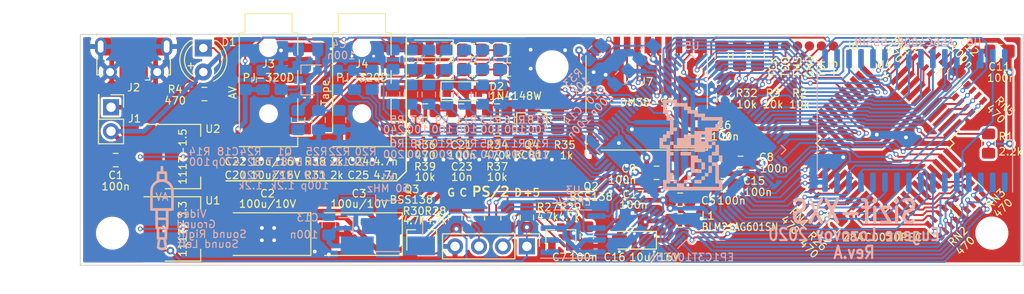
<source format=kicad_pcb>
(kicad_pcb (version 20171130) (host pcbnew "(5.1.4)-1")
  (title_block (title "ZX Sizif-XXS") (date 2020-05-05) (rev V))
  (layers (0 F.Cu signal) (31 B.Cu signal) (34 B.Paste user hide) (35 F.Paste user hide) (36 B.SilkS user) (37 F.SilkS user) (38 B.Mask user hide) (39 F.Mask user hide) (44 Edge.Cuts user))
  (net 0 "")
  (net 1 GND)
  (net 2 +5V)
  (net 3 +3V3)
  (net 4 /Csync)
  (net 5 /SND_L)
  (net 6 /A15)
  (net 7 /A13)
  (net 8 /D7)
  (net 9 /D0)
  (net 10 /D1)
  (net 11 /D2)
  (net 12 /D6)
  (net 13 /D5)
  (net 14 /D3)
  (net 15 /D4)
  (net 16 /~INT)
  (net 17 /~MREQ)
  (net 18 /~IORQ)
  (net 19 /~RD)
  (net 20 /A14)
  (net 21 /A12)
  (net 22 /A0)
  (net 23 /A1)
  (net 24 /A2)
  (net 25 /A3)
  (net 26 /~WR)
  (net 27 /~M1)
  (net 28 /~RFSH)
  (net 29 /A8)
  (net 30 /A10)
  (net 31 /~RSTCPU)
  (net 32 /A7)
  (net 33 /A6)
  (net 34 /A5)
  (net 35 /A4)
  (net 36 /A9)
  (net 37 /A11)
  (net 38 /CLKCPU)
  (net 39 /~NMI)
  (net 40 /SND_R)
  (net 41 /SD_CD)
  (net 42 "Net-(D1-Pad1)")
  (net 43 "Net-(J1-Pad1)")
  (net 44 /SD_SCK)
  (net 45 /SD_MOSI)
  (net 46 /SD_CS)
  (net 47 /SND_DAC_L)
  (net 48 /SND_DAC_R)
  (net 49 /VA17)
  (net 50 /VD3)
  (net 51 /VA16)
  (net 52 /VD4)
  (net 53 /VA14)
  (net 54 /VD5)
  (net 55 /VA12)
  (net 56 /VD6)
  (net 57 /VA7)
  (net 58 /VD7)
  (net 59 /VA6)
  (net 60 /VA5)
  (net 61 /VA10)
  (net 62 /VA4)
  (net 63 /~VRD)
  (net 64 /VA3)
  (net 65 /VA11)
  (net 66 /VA2)
  (net 67 /VA9)
  (net 68 /VA1)
  (net 69 /VA8)
  (net 70 /VA0)
  (net 71 /VA13)
  (net 72 /VD0)
  (net 73 /~VWR)
  (net 74 /VD1)
  (net 75 /VA18)
  (net 76 /VD2)
  (net 77 /VA15)
  (net 78 /TCK)
  (net 79 /TDO)
  (net 80 /TMS)
  (net 81 /TDI)
  (net 82 /TAPE_IN)
  (net 83 /PS2_CLK)
  (net 84 /PS2_DAT)
  (net 85 +1V5)
  (net 86 /CLK)
  (net 87 /Video)
  (net 88 "Net-(R10-Pad2)")
  (net 89 /Chroma1)
  (net 90 /Chroma0)
  (net 91 /~EPCS_CS)
  (net 92 /EPCS_DATA)
  (net 93 /EPCS_ASD)
  (net 94 /EPCS_DCLK)
  (net 95 /V5)
  (net 96 "Net-(R11-Pad2)")
  (net 97 /V4)
  (net 98 /V3)
  (net 99 "Net-(R15-Pad2)")
  (net 100 /V2)
  (net 101 /Chroma2)
  (net 102 /V1)
  (net 103 /V0)
  (net 104 /SD_MISO\TAPE)
  (net 105 "Net-(C18-Pad1)")
  (net 106 "Net-(C19-Pad1)")
  (net 107 "Net-(C20-Pad1)")
  (net 108 "Net-(C21-Pad1)")
  (net 109 "Net-(J7-Pad1)")
  (net 110 "Net-(J7-Pad8)")
  (net 111 "Net-(Q4-Pad3)")
  (net 112 "Net-(Q4-Pad1)")
  (net 113 "Net-(R2-Pad2)")
  (net 114 "Net-(R3-Pad2)")
  (net 115 "Net-(R14-Pad2)")
  (net 116 "Net-(R6-Pad2)")
  (net 117 "Net-(R12-Pad2)")
  (net 118 "Net-(R17-Pad2)")
  (net 119 "Net-(J5-Pad3)")
  (net 120 "Net-(J5-Pad2)")
  (net 121 1V5_PLL)
  (net 122 "Net-(C21-Pad2)")
  (net 123 "Net-(C22-Pad1)")
  (module Inductor_SMD:L_0805_2012Metric_Pad1.15x1.40mm_HandSolder (layer F.Cu) (at 153.95 84.5 180)
    (fp_text reference L1 (at -2.95 0.5) (layer F.SilkS) (effects (font (size 0.8 0.8) (thickness 0.12))))
    (fp_text value BLM21AG601SN)
    (fp_text user %V (at -6.35 -0.7 180) (layer F.SilkS) (effects (font (size 0.8 0.7) (thickness 0.12))))
    (pad 2 smd roundrect (at 1.025 0 180) (size 1.15 1.4) (layers F.Cu F.Paste F.Mask) (roundrect_rratio 0.217391) (net 121 1V5_PLL))
    (pad 1 smd roundrect (at -1.025 0 180) (size 1.15 1.4) (layers F.Cu F.Paste F.Mask) (roundrect_rratio 0.217391) (net 85 +1V5))
  )
  (module Capacitor_Tantalum_SMD:CP_EIA-3216-18_Kemet-A_Pad1.58x1.35mm_HandSolder (layer F.Cu) (at 148.95 86.6 180)
    (fp_text reference C16 (at 1.95 -1.8) (layer F.SilkS) (effects (font (size 0.8 0.8) (thickness 0.12))))
    (fp_text value 10u/16V)
    (fp_text user %V (at -2.25 -1.8 180) (layer F.SilkS) (effects (font (size 0.8 0.8) (thickness 0.12))))
    (pad 2 smd roundrect (at 1.4375 0 180) (size 1.575 1.35) (layers F.Cu F.Paste F.Mask) (roundrect_rratio 0.185185) (net 1 GND))
    (pad 1 smd roundrect (at -1.4375 0 180) (size 1.575 1.35) (layers F.Cu F.Paste F.Mask) (roundrect_rratio 0.185185) (net 121 1V5_PLL))
  )
  (module Oscillator:Oscillator_SMD_EuroQuartz_XO91-4Pin_7.0x5.0mm_HandSoldering (layer B.Cu) (at 122.95 85.1)
    (fp_text reference X1 (at -0.05 -5.1) (layer B.SilkS) (effects (font (size 0.8 0.8) (thickness 0.12)) (justify mirror)))
    (fp_text value "50 MHz")
    (fp_text user %V (at 0.05 -4) (layer B.SilkS) (effects (font (size 0.8 0.8) (thickness 0.12)) (justify mirror)))
    (pad 1 smd rect (at -3.25 -2.1) (size 3.5 2) (layers B.Cu B.Paste B.Mask) (net 3 +3V3))
    (pad 2 smd rect (at 3.25 -2.1) (size 3.5 2) (layers B.Cu B.Paste B.Mask) (net 1 GND))
    (pad 3 smd rect (at 3.25 2.1) (size 3.5 2) (layers B.Cu B.Paste B.Mask) (net 86 /CLK))
    (pad 4 smd rect (at -3.25 2.1) (size 3.5 2) (layers B.Cu B.Paste B.Mask) (net 3 +3V3))
  )
  (module Resistor_SMD:R_0805_2012Metric_Pad1.15x1.40mm_HandSolder (layer F.Cu) (at 132.5 84.2 90)
    (fp_text reference R28 (at 0.7 -4.5 180) (layer F.SilkS) (effects (font (size 0.8 0.8) (thickness 0.12))))
    (fp_text value 4.7k)
    (fp_text user %V (at -0.3 -6.8 180) (layer F.SilkS) (effects (font (size 0.8 0.7) (thickness 0.12))))
    (pad 1 smd roundrect (at -1.025 0 90) (size 1.15 1.4) (layers F.Cu F.Paste F.Mask) (roundrect_rratio 0.217391) (net 83 /PS2_CLK))
    (pad 2 smd roundrect (at 1.025 0 90) (size 1.15 1.4) (layers F.Cu F.Paste F.Mask) (roundrect_rratio 0.217391) (net 3 +3V3))
  )
  (module Resistor_SMD:R_0805_2012Metric_Pad1.15x1.40mm_HandSolder (layer F.Cu) (at 135.65 84.2 90)
    (fp_text reference R27 (at 1.1 4.25 180) (layer F.SilkS) (effects (font (size 0.8 0.8) (thickness 0.12))))
    (fp_text value 4.7k)
    (fp_text user %V (at 0.1 4.25 180) (layer F.SilkS) (effects (font (size 0.8 0.7) (thickness 0.12))))
    (pad 1 smd roundrect (at -1.025 0 90) (size 1.15 1.4) (layers F.Cu F.Paste F.Mask) (roundrect_rratio 0.217391) (net 84 /PS2_DAT))
    (pad 2 smd roundrect (at 1.025 0 90) (size 1.15 1.4) (layers F.Cu F.Paste F.Mask) (roundrect_rratio 0.217391) (net 3 +3V3))
  )
  (module my:jack35_4pin (layer B.Cu) (at 99 83.2)
    (fp_text reference LOGO2 hide)
    (fp_text value Jack35 hide)
    (fp_text user "Sound Left" (at 4.880953 3.8) (layer B.SilkS) (effects (font (size 0.8 0.8) (thickness 0.12)) (justify mirror)))
    (fp_text user "Sound Right" (at 5.3 2.75) (layer B.SilkS) (effects (font (size 0.8 0.8) (thickness 0.12)) (justify mirror)))
    (fp_text user Ground (at 3.619048 1.7) (layer B.SilkS) (effects (font (size 0.8 0.8) (thickness 0.12)) (justify mirror)))
    (fp_text user Video (at 3.12381 0.6) (layer B.SilkS) (effects (font (size 0.8 0.8) (thickness 0.12)) (justify mirror)))
    (fp_text user AV (at 0 -1.2) (layer B.SilkS) (effects (font (size 0.8 0.8) (thickness 0.12)) (justify mirror)))
  )
  (module Connector_USB:USB_Micro-B_Molex-105017-0001 (layer F.Cu) (at 96 67.3 180)
    (fp_text reference J2 (at 0 -3.1125) (layer F.SilkS) (effects (font (size 0.8 0.8) (thickness 0.12))))
    (fp_text value USB_B_Micro)
    (pad 6 smd rect (at -2.9 1.2375 180) (size 1.2 1.9) (layers F.Cu F.Mask) (net 1 GND))
    (pad 6 smd rect (at 2.9 1.2375 180) (size 1.2 1.9) (layers F.Cu F.Mask) (net 1 GND))
    (pad 6 thru_hole oval (at 3.5 1.2375 180) (size 1.2 1.9) (drill oval 0.6 1.3) (layers *.Cu *.Mask) (net 1 GND))
    (pad 6 thru_hole oval (at -3.5 1.2375) (size 1.2 1.9) (drill oval 0.6 1.3) (layers *.Cu *.Mask) (net 1 GND))
    (pad 6 smd rect (at -1 1.2375 180) (size 1.5 1.9) (layers F.Cu F.Paste F.Mask) (net 1 GND))
    (pad 6 thru_hole circle (at 2.5 -1.4625 180) (size 1.45 1.45) (drill 0.85) (layers *.Cu *.Mask) (net 1 GND))
    (pad 3 smd rect (at 0 -1.4625 180) (size 0.4 1.35) (layers F.Cu F.Paste F.Mask))
    (pad 4 smd rect (at 0.65 -1.4625 180) (size 0.4 1.35) (layers F.Cu F.Paste F.Mask))
    (pad 5 smd rect (at 1.3 -1.4625 180) (size 0.4 1.35) (layers F.Cu F.Paste F.Mask) (net 1 GND))
    (pad 1 smd rect (at -1.3 -1.4625 180) (size 0.4 1.35) (layers F.Cu F.Paste F.Mask) (net 43 "Net-(J1-Pad1)"))
    (pad 2 smd rect (at -0.65 -1.4625 180) (size 0.4 1.35) (layers F.Cu F.Paste F.Mask))
    (pad 6 thru_hole circle (at -2.5 -1.4625 180) (size 1.45 1.45) (drill 0.85) (layers *.Cu *.Mask) (net 1 GND))
    (pad 6 smd rect (at 1 1.2375 180) (size 1.5 1.9) (layers F.Cu F.Paste F.Mask) (net 1 GND))
  )
  (module my:black-mage3 (layer B.Cu) (at 155.1 76.5 180)
    (fp_text reference LOGO1 hide)
    (fp_text value graphic hide)
  )
  (module Connector_Audio:Jack_3.5mm_PJ320D_Horizontal (layer F.Cu) (at 120.2 70.95 270)
    (fp_text reference J4 (at -3.05 0 180) (layer F.SilkS) (effects (font (size 0.8 0.8) (thickness 0.12))))
    (fp_text value PJ-320D)
    (fp_text user Tape (at 0 3.9 270) (layer F.SilkS) (effects (font (size 0.8 0.8) (thickness 0.12))))
    (fp_text user %V (at -1.6 0) (layer F.SilkS) (effects (font (size 0.8 0.8) (thickness 0.12))))
    (pad S smd rect (at 4.925 3.25 270) (size 1.2 2.5) (layers F.Cu F.Paste F.Mask))
    (pad T smd rect (at 3.825 -3.25 270) (size 1.2 2.5) (layers F.Cu F.Paste F.Mask) (net 82 /TAPE_IN))
    (pad R1 smd rect (at -0.175 -3.25 270) (size 1.2 2.5) (layers F.Cu F.Paste F.Mask))
    (pad R2 smd rect (at -3.175 -3.25 270) (size 1.2 2.5) (layers F.Cu F.Paste F.Mask) (net 1 GND))
    (pad "" np_thru_hole circle (at -4.775 0 270) (size 1.5 1.5) (drill 1.5) (layers *.Cu *.Mask))
    (pad "" np_thru_hole circle (at 2.225 0 270) (size 1.5 1.5) (drill 1.5) (layers *.Cu *.Mask))
  )
  (module Connector_Audio:Jack_3.5mm_PJ320D_Horizontal (layer F.Cu) (at 110.3 70.95 270)
    (fp_text reference J3 (at -3.05 0 180) (layer F.SilkS) (effects (font (size 0.8 0.8) (thickness 0.12))))
    (fp_text value PJ-320D)
    (fp_text user AV (at 0 3.8 270) (layer F.SilkS) (effects (font (size 0.8 0.8) (thickness 0.12))))
    (fp_text user %V (at -1.6 0) (layer F.SilkS) (effects (font (size 0.8 0.8) (thickness 0.12))))
    (pad S smd rect (at 4.925 3.25 270) (size 1.2 2.5) (layers F.Cu F.Paste F.Mask) (net 87 /Video))
    (pad T smd rect (at 3.825 -3.25 270) (size 1.2 2.5) (layers F.Cu F.Paste F.Mask) (net 5 /SND_L))
    (pad R1 smd rect (at -0.175 -3.25 270) (size 1.2 2.5) (layers F.Cu F.Paste F.Mask) (net 40 /SND_R))
    (pad R2 smd rect (at -3.175 -3.25 270) (size 1.2 2.5) (layers F.Cu F.Paste F.Mask) (net 1 GND))
    (pad "" np_thru_hole circle (at -4.775 0 270) (size 1.5 1.5) (drill 1.5) (layers *.Cu *.Mask))
    (pad "" np_thru_hole circle (at 2.225 0 270) (size 1.5 1.5) (drill 1.5) (layers *.Cu *.Mask))
  )
  (module Diode_SMD:D_SOD-123 (layer F.Cu) (at 130.85 70.8)
    (fp_text reference D2 (at 3.65 -0.5) (layer F.SilkS) (effects (font (size 0.8 0.8) (thickness 0.12))))
    (fp_text value 1N4148W)
    (fp_text user %V (at 5.65 0.5) (layer F.SilkS) (effects (font (size 0.8 0.8) (thickness 0.12))))
    (pad 2 smd rect (at 1.65 0) (size 0.9 1.2) (layers F.Cu F.Paste F.Mask) (net 1 GND))
    (pad 1 smd rect (at -1.65 0) (size 0.9 1.2) (layers F.Cu F.Paste F.Mask) (net 108 "Net-(C21-Pad1)"))
  )
  (module Package_SO:SOIC-8_3.9x4.9mm_P1.27mm (layer B.Cu) (at 142.6 85.945)
    (fp_text reference U3 (at 0 -4.645) (layer B.SilkS) (effects (font (size 0.8 0.8) (thickness 0.12)) (justify mirror)))
    (fp_text value EPCS4)
    (fp_text user %V (at 0 -3.445) (layer B.SilkS) (effects (font (size 0.8 0.8) (thickness 0.12)) (justify mirror)))
    (pad 8 smd roundrect (at 2.475 1.905) (size 1.95 0.6) (layers B.Cu B.Paste B.Mask) (net 3 +3V3))
    (pad 7 smd roundrect (at 2.475 0.635) (size 1.95 0.6) (layers B.Cu B.Paste B.Mask) (net 3 +3V3))
    (pad 6 smd roundrect (at 2.475 -0.635) (size 1.95 0.6) (layers B.Cu B.Paste B.Mask) (net 94 /EPCS_DCLK))
    (pad 5 smd roundrect (at 2.475 -1.905) (size 1.95 0.6) (layers B.Cu B.Paste B.Mask) (net 93 /EPCS_ASD))
    (pad 4 smd roundrect (at -2.475 -1.905) (size 1.95 0.6) (layers B.Cu B.Paste B.Mask) (net 1 GND))
    (pad 3 smd roundrect (at -2.475 -0.635) (size 1.95 0.6) (layers B.Cu B.Paste B.Mask) (net 3 +3V3))
    (pad 2 smd roundrect (at -2.475 0.635) (size 1.95 0.6) (layers B.Cu B.Paste B.Mask) (net 92 /EPCS_DATA))
    (pad 1 smd roundrect (at -2.475 1.905) (size 1.95 0.6) (layers B.Cu B.Paste B.Mask) (net 91 /~EPCS_CS))
  )
  (module Resistor_SMD:R_0805_2012Metric_Pad1.15x1.40mm_HandSolder (layer F.Cu) (at 140.95 73.75 90)
    (fp_text reference R35 (at -2.75 0.75 180) (layer F.SilkS) (effects (font (size 0.8 0.8) (thickness 0.12))))
    (fp_text value 1k)
    (fp_text user %V (at -3.85 0.95 180) (layer F.SilkS) (effects (font (size 0.8 0.8) (thickness 0.12))))
    (pad 2 smd roundrect (at 1.025 0 90) (size 1.15 1.4) (layers F.Cu F.Paste F.Mask) (roundrect_rratio 0.217391) (net 104 /SD_MISO\TAPE))
    (pad 1 smd roundrect (at -1.025 0 90) (size 1.15 1.4) (layers F.Cu F.Paste F.Mask) (roundrect_rratio 0.217391) (net 111 "Net-(Q4-Pad3)"))
  )
  (module Capacitor_SMD:C_0805_2012Metric_Pad1.15x1.40mm_HandSolder (layer B.Cu) (at 109.725 69.6 270)
    (fp_text reference C18 (at 7.6 3.725 180) (layer B.SilkS) (effects (font (size 0.8 0.8) (thickness 0.12)) (justify mirror)))
    (fp_text value 470p)
    (fp_text user %V (at 8.7 3.925) (layer B.SilkS) (effects (font (size 0.8 0.8) (thickness 0.12)) (justify mirror)))
    (pad 1 smd roundrect (at -1.025 0 270) (size 1.15 1.4) (layers B.Cu B.Paste B.Mask) (roundrect_rratio 0.217391) (net 105 "Net-(C18-Pad1)"))
    (pad 2 smd roundrect (at 1.025 0 270) (size 1.15 1.4) (layers B.Cu B.Paste B.Mask) (roundrect_rratio 0.217391) (net 87 /Video))
  )
  (module my:TQFP-44_14x14mm_P0.8mm (layer F.Cu) (at 175.675 76.325 225)
    (fp_text reference U4 (at -5.833631 5.939697) (layer F.SilkS) (effects (font (size 0.8 0.8) (thickness 0.12))))
    (fp_text value "Z84C0020PEC ")
    (fp_text user %V (at 7.035712 -7.071068) (layer F.SilkS) (effects (font (size 0.8 0.8) (thickness 0.12))))
    (pad 44 smd rect (at -4 -6.2 315) (size 2.5 0.55) (layers F.Cu F.Paste F.Mask) (net 6 /A15))
    (pad 43 smd rect (at -3.2 -6.2 315) (size 2.5 0.55) (layers F.Cu F.Paste F.Mask) (net 20 /A14))
    (pad 42 smd rect (at -2.4 -6.2 315) (size 2.5 0.55) (layers F.Cu F.Paste F.Mask) (net 7 /A13))
    (pad 41 smd rect (at -1.6 -6.2 315) (size 2.5 0.55) (layers F.Cu F.Paste F.Mask) (net 21 /A12))
    (pad 40 smd rect (at -0.8 -6.2 315) (size 2.5 0.55) (layers F.Cu F.Paste F.Mask) (net 37 /A11))
    (pad 39 smd rect (at 0 -6.2 315) (size 2.5 0.55) (layers F.Cu F.Paste F.Mask))
    (pad 38 smd rect (at 0.8 -6.2 315) (size 2.5 0.55) (layers F.Cu F.Paste F.Mask) (net 30 /A10))
    (pad 37 smd rect (at 1.6 -6.2 315) (size 2.5 0.55) (layers F.Cu F.Paste F.Mask) (net 36 /A9))
    (pad 36 smd rect (at 2.4 -6.2 315) (size 2.5 0.55) (layers F.Cu F.Paste F.Mask) (net 29 /A8))
    (pad 35 smd rect (at 3.2 -6.2 315) (size 2.5 0.55) (layers F.Cu F.Paste F.Mask) (net 32 /A7))
    (pad 34 smd rect (at 4 -6.2 315) (size 2.5 0.55) (layers F.Cu F.Paste F.Mask) (net 33 /A6))
    (pad 33 smd rect (at 6.2 -4 225) (size 2.5 0.55) (layers F.Cu F.Paste F.Mask))
    (pad 32 smd rect (at 6.2 -3.2 225) (size 2.5 0.55) (layers F.Cu F.Paste F.Mask) (net 34 /A5))
    (pad 31 smd rect (at 6.2 -2.4 225) (size 2.5 0.55) (layers F.Cu F.Paste F.Mask) (net 35 /A4))
    (pad 30 smd rect (at 6.2 -1.6 225) (size 2.5 0.55) (layers F.Cu F.Paste F.Mask) (net 25 /A3))
    (pad 29 smd rect (at 6.2 -0.8 225) (size 2.5 0.55) (layers F.Cu F.Paste F.Mask) (net 24 /A2))
    (pad 28 smd rect (at 6.2 0 225) (size 2.5 0.55) (layers F.Cu F.Paste F.Mask) (net 23 /A1))
    (pad 27 smd rect (at 6.2 0.8 225) (size 2.5 0.55) (layers F.Cu F.Paste F.Mask) (net 22 /A0))
    (pad 26 smd rect (at 6.2 1.6 225) (size 2.5 0.55) (layers F.Cu F.Paste F.Mask) (net 1 GND))
    (pad 25 smd rect (at 6.2 2.4 225) (size 2.5 0.55) (layers F.Cu F.Paste F.Mask) (net 28 /~RFSH))
    (pad 24 smd rect (at 6.2 3.2 225) (size 2.5 0.55) (layers F.Cu F.Paste F.Mask) (net 27 /~M1))
    (pad 23 smd rect (at 6.2 4 225) (size 2.5 0.55) (layers F.Cu F.Paste F.Mask) (net 31 /~RSTCPU))
    (pad 22 smd rect (at 4 6.2 315) (size 2.5 0.55) (layers F.Cu F.Paste F.Mask) (net 3 +3V3))
    (pad 21 smd rect (at 3.2 6.2 315) (size 2.5 0.55) (layers F.Cu F.Paste F.Mask) (net 3 +3V3))
    (pad 20 smd rect (at 2.4 6.2 315) (size 2.5 0.55) (layers F.Cu F.Paste F.Mask))
    (pad 19 smd rect (at 1.6 6.2 315) (size 2.5 0.55) (layers F.Cu F.Paste F.Mask) (net 26 /~WR))
    (pad 18 smd rect (at 0.8 6.2 315) (size 2.5 0.55) (layers F.Cu F.Paste F.Mask) (net 19 /~RD))
    (pad 17 smd rect (at 0 6.2 315) (size 2.5 0.55) (layers F.Cu F.Paste F.Mask))
    (pad 16 smd rect (at -0.8 6.2 315) (size 2.5 0.55) (layers F.Cu F.Paste F.Mask) (net 18 /~IORQ))
    (pad 15 smd rect (at -1.6 6.2 315) (size 2.5 0.55) (layers F.Cu F.Paste F.Mask) (net 17 /~MREQ))
    (pad 14 smd rect (at -2.4 6.2 315) (size 2.5 0.55) (layers F.Cu F.Paste F.Mask))
    (pad 13 smd rect (at -3.2 6.2 315) (size 2.5 0.55) (layers F.Cu F.Paste F.Mask) (net 39 /~NMI))
    (pad 12 smd rect (at -4 6.2 315) (size 2.5 0.55) (layers F.Cu F.Paste F.Mask) (net 16 /~INT))
    (pad 11 smd rect (at -6.2 4 225) (size 2.5 0.55) (layers F.Cu F.Paste F.Mask))
    (pad 10 smd rect (at -6.2 3.2 225) (size 2.5 0.55) (layers F.Cu F.Paste F.Mask) (net 10 /D1))
    (pad 9 smd rect (at -6.2 2.4 225) (size 2.5 0.55) (layers F.Cu F.Paste F.Mask) (net 9 /D0))
    (pad 8 smd rect (at -6.2 1.6 225) (size 2.5 0.55) (layers F.Cu F.Paste F.Mask) (net 8 /D7))
    (pad 7 smd rect (at -6.2 0.8 225) (size 2.5 0.55) (layers F.Cu F.Paste F.Mask) (net 11 /D2))
    (pad 6 smd rect (at -6.2 0 225) (size 2.5 0.55) (layers F.Cu F.Paste F.Mask) (net 3 +3V3))
    (pad 5 smd rect (at -6.2 -0.8 225) (size 2.5 0.55) (layers F.Cu F.Paste F.Mask) (net 12 /D6))
    (pad 4 smd rect (at -6.2 -1.6 225) (size 2.5 0.55) (layers F.Cu F.Paste F.Mask) (net 13 /D5))
    (pad 3 smd rect (at -6.2 -2.4 225) (size 2.5 0.55) (layers F.Cu F.Paste F.Mask) (net 14 /D3))
    (pad 2 smd rect (at -6.2 -3.2 225) (size 2.5 0.55) (layers F.Cu F.Paste F.Mask) (net 15 /D4))
    (pad 1 smd rect (at -6.2 -4 225) (size 2.5 0.55) (layers F.Cu F.Paste F.Mask) (net 38 /CLKCPU))
  )
  (module Package_SO:SSOP-32_11.305x20.495mm_P1.27mm (layer B.Cu) (at 178.845 73.9 90)
    (fp_text reference U6 (at 8.3 6.255) (layer B.SilkS) (effects (font (size 0.8 0.8) (thickness 0.12)) (justify mirror)))
    (fp_text value AS6C4008-55SIN)
    (fp_text user %V (at 8.3 -1.145 180) (layer B.SilkS) (effects (font (size 0.8 0.8) (thickness 0.12)) (justify mirror)))
    (pad 32 smd roundrect (at 6.55 9.525 90) (size 2.05 0.6) (layers B.Cu B.Paste B.Mask) (net 3 +3V3))
    (pad 31 smd roundrect (at 6.55 8.255 90) (size 2.05 0.6) (layers B.Cu B.Paste B.Mask) (net 69 /VA8))
    (pad 30 smd roundrect (at 6.55 6.985 90) (size 2.05 0.6) (layers B.Cu B.Paste B.Mask) (net 49 /VA17))
    (pad 29 smd roundrect (at 6.55 5.715 90) (size 2.05 0.6) (layers B.Cu B.Paste B.Mask) (net 73 /~VWR))
    (pad 28 smd roundrect (at 6.55 4.445 90) (size 2.05 0.6) (layers B.Cu B.Paste B.Mask) (net 71 /VA13))
    (pad 27 smd roundrect (at 6.55 3.175 90) (size 2.05 0.6) (layers B.Cu B.Paste B.Mask) (net 77 /VA15))
    (pad 26 smd roundrect (at 6.55 1.905 90) (size 2.05 0.6) (layers B.Cu B.Paste B.Mask) (net 75 /VA18))
    (pad 25 smd roundrect (at 6.55 0.635 90) (size 2.05 0.6) (layers B.Cu B.Paste B.Mask) (net 51 /VA16))
    (pad 24 smd roundrect (at 6.55 -0.635 90) (size 2.05 0.6) (layers B.Cu B.Paste B.Mask) (net 63 /~VRD))
    (pad 23 smd roundrect (at 6.55 -1.905 90) (size 2.05 0.6) (layers B.Cu B.Paste B.Mask) (net 53 /VA14))
    (pad 22 smd roundrect (at 6.55 -3.175 90) (size 2.05 0.6) (layers B.Cu B.Paste B.Mask) (net 1 GND))
    (pad 21 smd roundrect (at 6.55 -4.445 90) (size 2.05 0.6) (layers B.Cu B.Paste B.Mask) (net 72 /VD0))
    (pad 20 smd roundrect (at 6.55 -5.715 90) (size 2.05 0.6) (layers B.Cu B.Paste B.Mask) (net 74 /VD1))
    (pad 19 smd roundrect (at 6.55 -6.985 90) (size 2.05 0.6) (layers B.Cu B.Paste B.Mask) (net 58 /VD7))
    (pad 18 smd roundrect (at 6.55 -8.255 90) (size 2.05 0.6) (layers B.Cu B.Paste B.Mask) (net 76 /VD2))
    (pad 17 smd roundrect (at 6.55 -9.525 90) (size 2.05 0.6) (layers B.Cu B.Paste B.Mask) (net 56 /VD6))
    (pad 16 smd roundrect (at -6.55 -9.525 90) (size 2.05 0.6) (layers B.Cu B.Paste B.Mask) (net 1 GND))
    (pad 15 smd roundrect (at -6.55 -8.255 90) (size 2.05 0.6) (layers B.Cu B.Paste B.Mask) (net 54 /VD5))
    (pad 14 smd roundrect (at -6.55 -6.985 90) (size 2.05 0.6) (layers B.Cu B.Paste B.Mask) (net 50 /VD3))
    (pad 13 smd roundrect (at -6.55 -5.715 90) (size 2.05 0.6) (layers B.Cu B.Paste B.Mask) (net 52 /VD4))
    (pad 12 smd roundrect (at -6.55 -4.445 90) (size 2.05 0.6) (layers B.Cu B.Paste B.Mask) (net 70 /VA0))
    (pad 11 smd roundrect (at -6.55 -3.175 90) (size 2.05 0.6) (layers B.Cu B.Paste B.Mask) (net 68 /VA1))
    (pad 10 smd roundrect (at -6.55 -1.905 90) (size 2.05 0.6) (layers B.Cu B.Paste B.Mask) (net 66 /VA2))
    (pad 9 smd roundrect (at -6.55 -0.635 90) (size 2.05 0.6) (layers B.Cu B.Paste B.Mask) (net 64 /VA3))
    (pad 8 smd roundrect (at -6.55 0.635 90) (size 2.05 0.6) (layers B.Cu B.Paste B.Mask) (net 62 /VA4))
    (pad 7 smd roundrect (at -6.55 1.905 90) (size 2.05 0.6) (layers B.Cu B.Paste B.Mask) (net 60 /VA5))
    (pad 6 smd roundrect (at -6.55 3.175 90) (size 2.05 0.6) (layers B.Cu B.Paste B.Mask) (net 59 /VA6))
    (pad 5 smd roundrect (at -6.55 4.445 90) (size 2.05 0.6) (layers B.Cu B.Paste B.Mask) (net 57 /VA7))
    (pad 4 smd roundrect (at -6.55 5.715 90) (size 2.05 0.6) (layers B.Cu B.Paste B.Mask) (net 67 /VA9))
    (pad 3 smd roundrect (at -6.55 6.985 90) (size 2.05 0.6) (layers B.Cu B.Paste B.Mask) (net 65 /VA11))
    (pad 2 smd roundrect (at -6.55 8.255 90) (size 2.05 0.6) (layers B.Cu B.Paste B.Mask) (net 61 /VA10))
    (pad 1 smd roundrect (at -6.55 9.525 90) (size 2.05 0.6) (layers B.Cu B.Paste B.Mask) (net 55 /VA12))
  )
  (module Capacitor_Tantalum_SMD:CP_EIA-3216-18_Kemet-A_Pad1.58x1.35mm_HandSolder (layer F.Cu) (at 127.4 66.3 180)
    (fp_text reference C22 (at 20.6 -11.95) (layer F.SilkS) (effects (font (size 0.8 0.8) (thickness 0.12))))
    (fp_text value 10u/16V)
    (fp_text user %V (at 16.371191 -11.95 180) (layer F.SilkS) (effects (font (size 0.8 0.8) (thickness 0.12))))
    (pad 2 smd roundrect (at 1.4375 0 180) (size 1.575 1.35) (layers F.Cu F.Paste F.Mask) (roundrect_rratio 0.185185) (net 40 /SND_R))
    (pad 1 smd roundrect (at -1.4375 0 180) (size 1.575 1.35) (layers F.Cu F.Paste F.Mask) (roundrect_rratio 0.185185) (net 123 "Net-(C22-Pad1)"))
  )
  (module Capacitor_Tantalum_SMD:CP_EIA-3216-18_Kemet-A_Pad1.58x1.35mm_HandSolder (layer F.Cu) (at 127.4 68.6 180)
    (fp_text reference C20 (at 20.6 -11.1) (layer F.SilkS) (effects (font (size 0.8 0.8) (thickness 0.12))))
    (fp_text value 10u/16V)
    (fp_text user %V (at 16.371191 -11.1 180) (layer F.SilkS) (effects (font (size 0.8 0.8) (thickness 0.12))))
    (pad 2 smd roundrect (at 1.4375 0 180) (size 1.575 1.35) (layers F.Cu F.Paste F.Mask) (roundrect_rratio 0.185185) (net 5 /SND_L))
    (pad 1 smd roundrect (at -1.4375 0 180) (size 1.575 1.35) (layers F.Cu F.Paste F.Mask) (roundrect_rratio 0.185185) (net 107 "Net-(C20-Pad1)"))
  )
  (module Resistor_SMD:R_0805_2012Metric_Pad1.15x1.40mm_HandSolder (layer F.Cu) (at 158.36 67.045 270)
    (fp_text reference R32 (at 3.955 -2.64 180) (layer F.SilkS) (effects (font (size 0.8 0.8) (thickness 0.12))))
    (fp_text value 10k)
    (fp_text user %V (at 5.155 -2.64) (layer F.SilkS) (effects (font (size 0.8 0.8) (thickness 0.12))))
    (pad 2 smd roundrect (at 1.025 0 270) (size 1.15 1.4) (layers F.Cu F.Paste F.Mask) (roundrect_rratio 0.217391) (net 110 "Net-(J7-Pad8)"))
    (pad 1 smd roundrect (at -1.025 0 270) (size 1.15 1.4) (layers F.Cu F.Paste F.Mask) (roundrect_rratio 0.217391) (net 3 +3V3))
  )
  (module Resistor_SMD:R_0805_2012Metric_Pad1.15x1.40mm_HandSolder (layer B.Cu) (at 144.924784 66.675216 45)
    (fp_text reference R33 (at -3.570584 0.282843 225) (layer B.SilkS) (effects (font (size 0.8 0.8) (thickness 0.12)) (justify mirror)))
    (fp_text value 10k)
    (fp_text user %V (at -3.570584 1.414214 45) (layer B.SilkS) (effects (font (size 0.8 0.8) (thickness 0.12)) (justify mirror)))
    (pad 1 smd roundrect (at -1.025 0 45) (size 1.15 1.4) (layers B.Cu B.Paste B.Mask) (roundrect_rratio 0.217391) (net 3 +3V3))
    (pad 2 smd roundrect (at 1.025 0 45) (size 1.15 1.4) (layers B.Cu B.Paste B.Mask) (roundrect_rratio 0.217391) (net 109 "Net-(J7-Pad1)"))
  )
  (module my:PinPoints_1x06_P1.27mm (layer F.Cu) (at 163.85 66 90)
    (fp_text reference J6 (at 0 8.35 180) (layer F.SilkS) (effects (font (size 0.8 0.8) (thickness 0.12))))
    (fp_text value "Solder points")
    (fp_text user TCK (at -2.2 -0.05 90) (layer F.SilkS) (effects (font (size 0.8 0.8) (thickness 0.12))))
    (fp_text user TDO (at -2.2 1.25 90) (layer F.SilkS) (effects (font (size 0.8 0.8) (thickness 0.12))))
    (fp_text user TMS (at -2.2 2.55 90) (layer F.SilkS) (effects (font (size 0.8 0.8) (thickness 0.12))))
    (fp_text user GND (at -2.2 3.85 90) (layer F.SilkS) (effects (font (size 0.8 0.8) (thickness 0.12))))
    (fp_text user TDI (at -2.4 5.05 90) (layer F.SilkS) (effects (font (size 0.8 0.8) (thickness 0.12))))
    (fp_text user +3 (at -2.4 6.35 90) (layer F.SilkS) (effects (font (size 0.8 0.8) (thickness 0.12))))
    (pad 6 smd oval (at 0 6.35 90) (size 1 1) (layers F.Cu F.Paste F.Mask) (net 3 +3V3))
    (pad 5 smd oval (at 0 5.08 90) (size 1 1) (layers F.Cu F.Paste F.Mask) (net 81 /TDI))
    (pad 4 smd oval (at 0 3.81 90) (size 1 1) (layers F.Cu F.Paste F.Mask) (net 1 GND))
    (pad 3 smd oval (at 0 2.54 90) (size 1 1) (layers F.Cu F.Paste F.Mask) (net 80 /TMS))
    (pad 2 smd oval (at 0 1.27 90) (size 1 1) (layers F.Cu F.Paste F.Mask) (net 79 /TDO))
    (pad 1 smd rect (at 0 0 90) (size 1 1) (layers F.Cu F.Paste F.Mask) (net 78 /TCK))
  )
  (module Resistor_SMD:R_0805_2012Metric_Pad1.15x1.40mm_HandSolder (layer B.Cu) (at 117.5 69.6 90)
    (fp_text reference R25 (at -7.6 -2.1 180) (layer B.SilkS) (effects (font (size 0.8 0.8) (thickness 0.12)) (justify mirror)))
    (fp_text value 22k)
    (fp_text user %V (at -8.7 -2.1 180) (layer B.SilkS) (effects (font (size 0.8 0.8) (thickness 0.12)) (justify mirror)))
    (pad 1 smd roundrect (at -1.025 0 90) (size 1.15 1.4) (layers B.Cu B.Paste B.Mask) (roundrect_rratio 0.217391) (net 90 /Chroma0))
    (pad 2 smd roundrect (at 1.025 0 90) (size 1.15 1.4) (layers B.Cu B.Paste B.Mask) (roundrect_rratio 0.217391) (net 106 "Net-(C19-Pad1)"))
  )
  (module Resistor_SMD:R_0805_2012Metric_Pad1.15x1.40mm_HandSolder (layer B.Cu) (at 134.9 71.15 90)
    (fp_text reference R19 (at -5.2 3.980952 180) (layer B.SilkS) (effects (font (size 0.8 0.8) (thickness 0.12)) (justify mirror)))
    (fp_text value 100)
    (fp_text user %V (at -6.35 4 180) (layer B.SilkS) (effects (font (size 0.8 0.8) (thickness 0.12)) (justify mirror)))
    (pad 1 smd roundrect (at -1.025 0 90) (size 1.15 1.4) (layers B.Cu B.Paste B.Mask) (roundrect_rratio 0.217391) (net 1 GND))
    (pad 2 smd roundrect (at 1.025 0 90) (size 1.15 1.4) (layers B.Cu B.Paste B.Mask) (roundrect_rratio 0.217391) (net 118 "Net-(R17-Pad2)"))
  )
  (module Resistor_SMD:R_0805_2012Metric_Pad1.15x1.40mm_HandSolder (layer B.Cu) (at 134.9 67.45 90)
    (fp_text reference R18 (at -6.4 3.980952 180) (layer B.SilkS) (effects (font (size 0.8 0.8) (thickness 0.12)) (justify mirror)))
    (fp_text value 100)
    (fp_text user %V (at -7.4 4 180) (layer B.SilkS) (effects (font (size 0.8 0.8) (thickness 0.12)) (justify mirror)))
    (pad 1 smd roundrect (at -1.025 0 90) (size 1.15 1.4) (layers B.Cu B.Paste B.Mask) (roundrect_rratio 0.217391) (net 118 "Net-(R17-Pad2)"))
    (pad 2 smd roundrect (at 1.025 0 90) (size 1.15 1.4) (layers B.Cu B.Paste B.Mask) (roundrect_rratio 0.217391) (net 99 "Net-(R15-Pad2)"))
  )
  (module Resistor_SMD:R_0805_2012Metric_Pad1.15x1.40mm_HandSolder (layer B.Cu) (at 133 71.15 90)
    (fp_text reference R17 (at -5.2 3.4 180) (layer B.SilkS) (effects (font (size 0.8 0.8) (thickness 0.12)) (justify mirror)))
    (fp_text value 200)
    (fp_text user %V (at -6.35 3.419048 180) (layer B.SilkS) (effects (font (size 0.8 0.8) (thickness 0.12)) (justify mirror)))
    (pad 1 smd roundrect (at -1.025 0 90) (size 1.15 1.4) (layers B.Cu B.Paste B.Mask) (roundrect_rratio 0.217391) (net 103 /V0))
    (pad 2 smd roundrect (at 1.025 0 90) (size 1.15 1.4) (layers B.Cu B.Paste B.Mask) (roundrect_rratio 0.217391) (net 118 "Net-(R17-Pad2)"))
  )
  (module Resistor_SMD:R_0805_2012Metric_Pad1.15x1.40mm_HandSolder (layer B.Cu) (at 133 67.45 90)
    (fp_text reference R16 (at -6.4 3.4 180) (layer B.SilkS) (effects (font (size 0.8 0.8) (thickness 0.12)) (justify mirror)))
    (fp_text value 100)
    (fp_text user %V (at -7.4 3.419048 180) (layer B.SilkS) (effects (font (size 0.8 0.8) (thickness 0.12)) (justify mirror)))
    (pad 1 smd roundrect (at -1.025 0 90) (size 1.15 1.4) (layers B.Cu B.Paste B.Mask) (roundrect_rratio 0.217391) (net 99 "Net-(R15-Pad2)"))
    (pad 2 smd roundrect (at 1.025 0 90) (size 1.15 1.4) (layers B.Cu B.Paste B.Mask) (roundrect_rratio 0.217391) (net 117 "Net-(R12-Pad2)"))
  )
  (module Resistor_SMD:R_0805_2012Metric_Pad1.15x1.40mm_HandSolder (layer B.Cu) (at 131.1 71.15 90)
    (fp_text reference R15 (at -5.2 2.780952 180) (layer B.SilkS) (effects (font (size 0.8 0.8) (thickness 0.12)) (justify mirror)))
    (fp_text value 200)
    (fp_text user %V (at -6.35 2.8 180) (layer B.SilkS) (effects (font (size 0.8 0.8) (thickness 0.12)) (justify mirror)))
    (pad 1 smd roundrect (at -1.025 0 90) (size 1.15 1.4) (layers B.Cu B.Paste B.Mask) (roundrect_rratio 0.217391) (net 102 /V1))
    (pad 2 smd roundrect (at 1.025 0 90) (size 1.15 1.4) (layers B.Cu B.Paste B.Mask) (roundrect_rratio 0.217391) (net 99 "Net-(R15-Pad2)"))
  )
  (module Resistor_SMD:R_0805_2012Metric_Pad1.15x1.40mm_HandSolder (layer B.Cu) (at 131.1 67.45 90)
    (fp_text reference R13 (at -6.4 2.780952 180) (layer B.SilkS) (effects (font (size 0.8 0.8) (thickness 0.12)) (justify mirror)))
    (fp_text value 100)
    (fp_text user %V (at -7.4 2.8 180) (layer B.SilkS) (effects (font (size 0.8 0.8) (thickness 0.12)) (justify mirror)))
    (pad 1 smd roundrect (at -1.025 0 90) (size 1.15 1.4) (layers B.Cu B.Paste B.Mask) (roundrect_rratio 0.217391) (net 117 "Net-(R12-Pad2)"))
    (pad 2 smd roundrect (at 1.025 0 90) (size 1.15 1.4) (layers B.Cu B.Paste B.Mask) (roundrect_rratio 0.217391) (net 88 "Net-(R10-Pad2)"))
  )
  (module Resistor_SMD:R_0805_2012Metric_Pad1.15x1.40mm_HandSolder (layer B.Cu) (at 129.2 71.15 90)
    (fp_text reference R12 (at -5.2 2.080952 180) (layer B.SilkS) (effects (font (size 0.8 0.8) (thickness 0.12)) (justify mirror)))
    (fp_text value 200)
    (fp_text user %V (at -6.35 2.1 180) (layer B.SilkS) (effects (font (size 0.8 0.8) (thickness 0.12)) (justify mirror)))
    (pad 1 smd roundrect (at -1.025 0 90) (size 1.15 1.4) (layers B.Cu B.Paste B.Mask) (roundrect_rratio 0.217391) (net 100 /V2))
    (pad 2 smd roundrect (at 1.025 0 90) (size 1.15 1.4) (layers B.Cu B.Paste B.Mask) (roundrect_rratio 0.217391) (net 117 "Net-(R12-Pad2)"))
  )
  (module Resistor_SMD:R_0805_2012Metric_Pad1.15x1.40mm_HandSolder (layer B.Cu) (at 129.2 67.45 90)
    (fp_text reference R11 (at -6.4 2.080952 180) (layer B.SilkS) (effects (font (size 0.8 0.8) (thickness 0.12)) (justify mirror)))
    (fp_text value 100)
    (fp_text user %V (at -7.4 2.1 180) (layer B.SilkS) (effects (font (size 0.8 0.8) (thickness 0.12)) (justify mirror)))
    (pad 1 smd roundrect (at -1.025 0 90) (size 1.15 1.4) (layers B.Cu B.Paste B.Mask) (roundrect_rratio 0.217391) (net 88 "Net-(R10-Pad2)"))
    (pad 2 smd roundrect (at 1.025 0 90) (size 1.15 1.4) (layers B.Cu B.Paste B.Mask) (roundrect_rratio 0.217391) (net 96 "Net-(R11-Pad2)"))
  )
  (module Resistor_SMD:R_0805_2012Metric_Pad1.15x1.40mm_HandSolder (layer B.Cu) (at 127.3 71.15 90)
    (fp_text reference R10 (at -5.2 1.4 180) (layer B.SilkS) (effects (font (size 0.8 0.8) (thickness 0.12)) (justify mirror)))
    (fp_text value 200)
    (fp_text user %V (at -6.35 1.419048 180) (layer B.SilkS) (effects (font (size 0.8 0.8) (thickness 0.12)) (justify mirror)))
    (pad 1 smd roundrect (at -1.025 0 90) (size 1.15 1.4) (layers B.Cu B.Paste B.Mask) (roundrect_rratio 0.217391) (net 98 /V3))
    (pad 2 smd roundrect (at 1.025 0 90) (size 1.15 1.4) (layers B.Cu B.Paste B.Mask) (roundrect_rratio 0.217391) (net 88 "Net-(R10-Pad2)"))
  )
  (module Resistor_SMD:R_0805_2012Metric_Pad1.15x1.40mm_HandSolder (layer B.Cu) (at 127.3 67.45 90)
    (fp_text reference R9 (at -6.4 1.4 180) (layer B.SilkS) (effects (font (size 0.8 0.8) (thickness 0.12)) (justify mirror)))
    (fp_text value 100)
    (fp_text user %V (at -7.4 1.419048 180) (layer B.SilkS) (effects (font (size 0.8 0.8) (thickness 0.12)) (justify mirror)))
    (pad 1 smd roundrect (at -1.025 0 90) (size 1.15 1.4) (layers B.Cu B.Paste B.Mask) (roundrect_rratio 0.217391) (net 96 "Net-(R11-Pad2)"))
    (pad 2 smd roundrect (at 1.025 0 90) (size 1.15 1.4) (layers B.Cu B.Paste B.Mask) (roundrect_rratio 0.217391) (net 116 "Net-(R6-Pad2)"))
  )
  (module Resistor_SMD:R_0805_2012Metric_Pad1.15x1.40mm_HandSolder (layer B.Cu) (at 125.4 71.15 90)
    (fp_text reference R8 (at -5.2 0.7 180) (layer B.SilkS) (effects (font (size 0.8 0.8) (thickness 0.12)) (justify mirror)))
    (fp_text value 200)
    (fp_text user %V (at -6.35 0.719048 180) (layer B.SilkS) (effects (font (size 0.8 0.8) (thickness 0.12)) (justify mirror)))
    (pad 1 smd roundrect (at -1.025 0 90) (size 1.15 1.4) (layers B.Cu B.Paste B.Mask) (roundrect_rratio 0.217391) (net 97 /V4))
    (pad 2 smd roundrect (at 1.025 0 90) (size 1.15 1.4) (layers B.Cu B.Paste B.Mask) (roundrect_rratio 0.217391) (net 96 "Net-(R11-Pad2)"))
  )
  (module Resistor_SMD:R_0805_2012Metric_Pad1.15x1.40mm_HandSolder (layer B.Cu) (at 125.4 67.45 90)
    (fp_text reference R7 (at -6.4 0.7 180) (layer B.SilkS) (effects (font (size 0.8 0.8) (thickness 0.12)) (justify mirror)))
    (fp_text value 100)
    (fp_text user %V (at -7.4 0.719048 180) (layer B.SilkS) (effects (font (size 0.8 0.8) (thickness 0.12)) (justify mirror)))
    (pad 1 smd roundrect (at -1.025 0 90) (size 1.15 1.4) (layers B.Cu B.Paste B.Mask) (roundrect_rratio 0.217391) (net 116 "Net-(R6-Pad2)"))
    (pad 2 smd roundrect (at 1.025 0 90) (size 1.15 1.4) (layers B.Cu B.Paste B.Mask) (roundrect_rratio 0.217391) (net 115 "Net-(R14-Pad2)"))
  )
  (module Resistor_SMD:R_0805_2012Metric_Pad1.15x1.40mm_HandSolder (layer B.Cu) (at 123.5 67.45 90)
    (fp_text reference R5 (at -6.4 0.45 180) (layer B.SilkS) (effects (font (size 0.8 0.8) (thickness 0.12)) (justify mirror)))
    (fp_text value 240)
    (fp_text user %V (at -7.4 0.088096 180) (layer B.SilkS) (effects (font (size 0.8 0.8) (thickness 0.12)) (justify mirror)))
    (pad 1 smd roundrect (at -1.025 0 90) (size 1.15 1.4) (layers B.Cu B.Paste B.Mask) (roundrect_rratio 0.217391) (net 4 /Csync))
    (pad 2 smd roundrect (at 1.025 0 90) (size 1.15 1.4) (layers B.Cu B.Paste B.Mask) (roundrect_rratio 0.217391) (net 115 "Net-(R14-Pad2)"))
  )
  (module Resistor_SMD:R_0805_2012Metric_Pad1.15x1.40mm_HandSolder (layer F.Cu) (at 162.16 67.04 270)
    (fp_text reference R2 (at 3.96 -4.44) (layer F.SilkS) (effects (font (size 0.8 0.8) (thickness 0.12))))
    (fp_text value 10k)
    (fp_text user %V (at 5.16 -4.44) (layer F.SilkS) (effects (font (size 0.8 0.8) (thickness 0.12))))
    (pad 1 smd roundrect (at -1.025 0 270) (size 1.15 1.4) (layers F.Cu F.Paste F.Mask) (roundrect_rratio 0.217391) (net 3 +3V3))
    (pad 2 smd roundrect (at 1.025 0 270) (size 1.15 1.4) (layers F.Cu F.Paste F.Mask) (roundrect_rratio 0.217391) (net 113 "Net-(R2-Pad2)"))
  )
  (module Resistor_SMD:R_0805_2012Metric_Pad1.15x1.40mm_HandSolder (layer F.Cu) (at 160.26 67.04 270)
    (fp_text reference R3 (at 3.96 -3.54) (layer F.SilkS) (effects (font (size 0.8 0.8) (thickness 0.12))))
    (fp_text value 10k)
    (fp_text user %V (at 5.16 -3.54) (layer F.SilkS) (effects (font (size 0.8 0.8) (thickness 0.12))))
    (pad 1 smd roundrect (at -1.025 0 270) (size 1.15 1.4) (layers F.Cu F.Paste F.Mask) (roundrect_rratio 0.217391) (net 3 +3V3))
    (pad 2 smd roundrect (at 1.025 0 270) (size 1.15 1.4) (layers F.Cu F.Paste F.Mask) (roundrect_rratio 0.217391) (net 114 "Net-(R3-Pad2)"))
  )
  (module Resistor_SMD:R_0805_2012Metric_Pad1.15x1.40mm_HandSolder (layer B.Cu) (at 111.625 69.6 270)
    (fp_text reference R24 (at 7.6 3.225 180) (layer B.SilkS) (effects (font (size 0.8 0.8) (thickness 0.12)) (justify mirror)))
    (fp_text value 82)
    (fp_text user %V (at 8.7 2.825) (layer B.SilkS) (effects (font (size 0.8 0.8) (thickness 0.12)) (justify mirror)))
    (pad 2 smd roundrect (at 1.025 0 270) (size 1.15 1.4) (layers B.Cu B.Paste B.Mask) (roundrect_rratio 0.217391) (net 105 "Net-(C18-Pad1)"))
    (pad 1 smd roundrect (at -1.025 0 270) (size 1.15 1.4) (layers B.Cu B.Paste B.Mask) (roundrect_rratio 0.217391) (net 1 GND))
  )
  (module Resistor_SMD:R_0805_2012Metric_Pad1.15x1.40mm_HandSolder (layer B.Cu) (at 115.61 73.86 90)
    (fp_text reference R23 (at -5.84 -3.81 180) (layer B.SilkS) (effects (font (size 0.8 0.8) (thickness 0.12)) (justify mirror)))
    (fp_text value 1.2k)
    (fp_text user %V (at -6.94 -3.8 180) (layer B.SilkS) (effects (font (size 0.8 0.8) (thickness 0.12)) (justify mirror)))
    (pad 2 smd roundrect (at 1.025 0 90) (size 1.15 1.4) (layers B.Cu B.Paste B.Mask) (roundrect_rratio 0.217391) (net 106 "Net-(C19-Pad1)"))
    (pad 1 smd roundrect (at -1.025 0 90) (size 1.15 1.4) (layers B.Cu B.Paste B.Mask) (roundrect_rratio 0.217391) (net 1 GND))
  )
  (module Resistor_SMD:R_0805_2012Metric_Pad1.15x1.40mm_HandSolder (layer B.Cu) (at 119.4 69.6 90)
    (fp_text reference R22 (at -7.6 -1.6 180) (layer B.SilkS) (effects (font (size 0.8 0.8) (thickness 0.12)) (justify mirror)))
    (fp_text value 13k)
    (fp_text user %V (at -8.7 -1.6 180) (layer B.SilkS) (effects (font (size 0.8 0.8) (thickness 0.12)) (justify mirror)))
    (pad 1 smd roundrect (at -1.025 0 90) (size 1.15 1.4) (layers B.Cu B.Paste B.Mask) (roundrect_rratio 0.217391) (net 89 /Chroma1))
    (pad 2 smd roundrect (at 1.025 0 90) (size 1.15 1.4) (layers B.Cu B.Paste B.Mask) (roundrect_rratio 0.217391) (net 106 "Net-(C19-Pad1)"))
  )
  (module Resistor_SMD:R_0805_2012Metric_Pad1.15x1.40mm_HandSolder (layer B.Cu) (at 121.285 69.6 90)
    (fp_text reference R20 (at -7.6 -0.685 180) (layer B.SilkS) (effects (font (size 0.8 0.8) (thickness 0.12)) (justify mirror)))
    (fp_text value 6.2k)
    (fp_text user %V (at -8.7 -0.885 180) (layer B.SilkS) (effects (font (size 0.8 0.8) (thickness 0.12)) (justify mirror)))
    (pad 1 smd roundrect (at -1.025 0 90) (size 1.15 1.4) (layers B.Cu B.Paste B.Mask) (roundrect_rratio 0.217391) (net 101 /Chroma2))
    (pad 2 smd roundrect (at 1.025 0 90) (size 1.15 1.4) (layers B.Cu B.Paste B.Mask) (roundrect_rratio 0.217391) (net 106 "Net-(C19-Pad1)"))
  )
  (module Resistor_SMD:R_0805_2012Metric_Pad1.15x1.40mm_HandSolder (layer B.Cu) (at 113.44 73.86 270)
    (fp_text reference R21 (at 5.84 5.04 180) (layer B.SilkS) (effects (font (size 0.8 0.8) (thickness 0.12)) (justify mirror)))
    (fp_text value 1.2k)
    (fp_text user %V (at 6.94 5.04) (layer B.SilkS) (effects (font (size 0.8 0.8) (thickness 0.12)) (justify mirror)))
    (pad 2 smd roundrect (at 1.025 0 270) (size 1.15 1.4) (layers B.Cu B.Paste B.Mask) (roundrect_rratio 0.217391) (net 106 "Net-(C19-Pad1)"))
    (pad 1 smd roundrect (at -1.025 0 270) (size 1.15 1.4) (layers B.Cu B.Paste B.Mask) (roundrect_rratio 0.217391) (net 2 +5V))
  )
  (module Resistor_SMD:R_0805_2012Metric_Pad1.15x1.40mm_HandSolder (layer B.Cu) (at 107.825 69.6 90)
    (fp_text reference R14 (at -7.6 -4.825 180) (layer B.SilkS) (effects (font (size 0.8 0.8) (thickness 0.12)) (justify mirror)))
    (fp_text value 100)
    (fp_text user %V (at -8.7 -4.825 180) (layer B.SilkS) (effects (font (size 0.8 0.8) (thickness 0.12)) (justify mirror)))
    (pad 1 smd roundrect (at -1.025 0 90) (size 1.15 1.4) (layers B.Cu B.Paste B.Mask) (roundrect_rratio 0.217391) (net 87 /Video))
    (pad 2 smd roundrect (at 1.025 0 90) (size 1.15 1.4) (layers B.Cu B.Paste B.Mask) (roundrect_rratio 0.217391) (net 115 "Net-(R14-Pad2)"))
  )
  (module Resistor_SMD:R_0805_2012Metric_Pad1.15x1.40mm_HandSolder (layer B.Cu) (at 123.5 71.15 90)
    (fp_text reference R6 (at -5.2 0.45 180) (layer B.SilkS) (effects (font (size 0.8 0.8) (thickness 0.12)) (justify mirror)))
    (fp_text value 200)
    (fp_text user %V (at -6.35 0.088096 180) (layer B.SilkS) (effects (font (size 0.8 0.8) (thickness 0.12)) (justify mirror)))
    (pad 1 smd roundrect (at -1.025 0 90) (size 1.15 1.4) (layers B.Cu B.Paste B.Mask) (roundrect_rratio 0.217391) (net 95 /V5))
    (pad 2 smd roundrect (at 1.025 0 90) (size 1.15 1.4) (layers B.Cu B.Paste B.Mask) (roundrect_rratio 0.217391) (net 116 "Net-(R6-Pad2)"))
  )
  (module Package_TO_SOT_SMD:SOT-23 (layer B.Cu) (at 114.5 69.6 180)
    (fp_text reference Q1 (at 2.5 -7.6 180) (layer B.SilkS) (effects (font (size 0.8 0.8) (thickness 0.12)) (justify mirror)))
    (fp_text value BC817)
    (fp_text user %V (at 2.5 -8.7 180) (layer B.SilkS) (effects (font (size 0.8 0.8) (thickness 0.12)) (justify mirror)))
    (pad 3 smd rect (at 1 0 180) (size 0.9 0.8) (layers B.Cu B.Paste B.Mask) (net 105 "Net-(C18-Pad1)"))
    (pad 2 smd rect (at -1 -0.95 180) (size 0.9 0.8) (layers B.Cu B.Paste B.Mask) (net 106 "Net-(C19-Pad1)"))
    (pad 1 smd rect (at -1 0.95 180) (size 0.9 0.8) (layers B.Cu B.Paste B.Mask) (net 2 +5V))
  )
  (module Capacitor_SMD:C_0805_2012Metric_Pad1.15x1.40mm_HandSolder (layer B.Cu) (at 117.785 73.86 270)
    (fp_text reference C19 (at 5.84 2.585 180) (layer B.SilkS) (effects (font (size 0.8 0.8) (thickness 0.12)) (justify mirror)))
    (fp_text value 100p)
    (fp_text user %V (at 6.94 2.585) (layer B.SilkS) (effects (font (size 0.8 0.8) (thickness 0.12)) (justify mirror)))
    (pad 2 smd roundrect (at 1.025 0 270) (size 1.15 1.4) (layers B.Cu B.Paste B.Mask) (roundrect_rratio 0.217391) (net 1 GND))
    (pad 1 smd roundrect (at -1.025 0 270) (size 1.15 1.4) (layers B.Cu B.Paste B.Mask) (roundrect_rratio 0.217391) (net 106 "Net-(C19-Pad1)"))
  )
  (module Capacitor_Tantalum_SMD:CP_EIA-7343-31_Kemet-D_Pad2.25x2.55mm_HandSolder (layer F.Cu) (at 119.9 85.95 180)
    (fp_text reference C3 (at 0 4.3) (layer F.SilkS) (effects (font (size 0.8 0.8) (thickness 0.12))))
    (fp_text value 100u/10V)
    (fp_text user %V (at 0 3.2 180) (layer F.SilkS) (effects (font (size 0.8 0.8) (thickness 0.12))))
    (pad 2 smd roundrect (at 3.2 0 180) (size 2.25 2.55) (layers F.Cu F.Paste F.Mask) (roundrect_rratio 0.111111) (net 1 GND))
    (pad 1 smd roundrect (at -3.2 0 180) (size 2.25 2.55) (layers F.Cu F.Paste F.Mask) (roundrect_rratio 0.111111) (net 85 +1V5))
  )
  (module Capacitor_Tantalum_SMD:CP_EIA-7343-31_Kemet-D_Pad2.25x2.55mm_HandSolder (layer F.Cu) (at 110.2 85.95 180)
    (fp_text reference C2 (at 0 4.3) (layer F.SilkS) (effects (font (size 0.8 0.8) (thickness 0.12))))
    (fp_text value 100u/10V)
    (fp_text user %V (at 0 3.2 180) (layer F.SilkS) (effects (font (size 0.8 0.8) (thickness 0.12))))
    (pad 2 smd roundrect (at 3.2 0 180) (size 2.25 2.55) (layers F.Cu F.Paste F.Mask) (roundrect_rratio 0.111111) (net 1 GND))
    (pad 1 smd roundrect (at -3.2 0 180) (size 2.25 2.55) (layers F.Cu F.Paste F.Mask) (roundrect_rratio 0.111111) (net 3 +3V3))
  )
  (module Resistor_SMD:R_Array_Convex_4x0603 (layer F.Cu) (at 180.3 67.4 225)
    (fp_text reference RN4 (at 1.06066 3.040559 315) (layer F.SilkS) (effects (font (size 0.8 0.8) (thickness 0.12))))
    (fp_text value 470)
    (fp_text user %V (at 2.192031 3.040559 315) (layer F.SilkS) (effects (font (size 0.8 0.8) (thickness 0.12))))
    (pad 1 smd rect (at -0.9 -1.2 225) (size 0.8 0.5) (layers F.Cu F.Paste F.Mask) (net 76 /VD2))
    (pad 3 smd rect (at -0.9 0.4 225) (size 0.8 0.4) (layers F.Cu F.Paste F.Mask) (net 72 /VD0))
    (pad 2 smd rect (at -0.9 -0.4 225) (size 0.8 0.4) (layers F.Cu F.Paste F.Mask) (net 58 /VD7))
    (pad 4 smd rect (at -0.9 1.2 225) (size 0.8 0.5) (layers F.Cu F.Paste F.Mask) (net 74 /VD1))
    (pad 7 smd rect (at 0.9 -0.4 225) (size 0.8 0.4) (layers F.Cu F.Paste F.Mask) (net 8 /D7))
    (pad 8 smd rect (at 0.9 -1.2 225) (size 0.8 0.5) (layers F.Cu F.Paste F.Mask) (net 11 /D2))
    (pad 6 smd rect (at 0.9 0.4 225) (size 0.8 0.4) (layers F.Cu F.Paste F.Mask) (net 9 /D0))
    (pad 5 smd rect (at 0.9 1.2 225) (size 0.8 0.5) (layers F.Cu F.Paste F.Mask) (net 10 /D1))
  )
  (module Resistor_SMD:R_Array_Convex_4x0603 (layer F.Cu) (at 184.6 71.6 225)
    (fp_text reference RN5 (at -2.12132 -3.252691 315) (layer F.SilkS) (effects (font (size 0.8 0.8) (thickness 0.12))))
    (fp_text value 470)
    (fp_text user %V (at -0.848528 -3.11127 315) (layer F.SilkS) (effects (font (size 0.8 0.8) (thickness 0.12))))
    (pad 5 smd rect (at 0.9 1.2 225) (size 0.8 0.5) (layers F.Cu F.Paste F.Mask) (net 12 /D6))
    (pad 6 smd rect (at 0.9 0.4 225) (size 0.8 0.4) (layers F.Cu F.Paste F.Mask) (net 13 /D5))
    (pad 8 smd rect (at 0.9 -1.2 225) (size 0.8 0.5) (layers F.Cu F.Paste F.Mask) (net 15 /D4))
    (pad 7 smd rect (at 0.9 -0.4 225) (size 0.8 0.4) (layers F.Cu F.Paste F.Mask) (net 14 /D3))
    (pad 4 smd rect (at -0.9 1.2 225) (size 0.8 0.5) (layers F.Cu F.Paste F.Mask) (net 56 /VD6))
    (pad 2 smd rect (at -0.9 -0.4 225) (size 0.8 0.4) (layers F.Cu F.Paste F.Mask) (net 50 /VD3))
    (pad 3 smd rect (at -0.9 0.4 225) (size 0.8 0.4) (layers F.Cu F.Paste F.Mask) (net 54 /VD5))
    (pad 1 smd rect (at -0.9 -1.2 225) (size 0.8 0.5) (layers F.Cu F.Paste F.Mask) (net 52 /VD4))
  )
  (module Resistor_SMD:R_Array_Convex_4x0603 (layer F.Cu) (at 181.775 84.725 135)
    (fp_text reference RN2 (at -2.192031 0.106066 45) (layer F.SilkS) (effects (font (size 0.8 0.8) (thickness 0.12))))
    (fp_text value 470)
    (fp_text user %V (at -3.464823 -0.035355 225) (layer F.SilkS) (effects (font (size 0.8 0.8) (thickness 0.12))))
    (pad 5 smd rect (at 0.9 1.2 135) (size 0.8 0.5) (layers F.Cu F.Paste F.Mask) (net 29 /A8))
    (pad 6 smd rect (at 0.9 0.4 135) (size 0.8 0.4) (layers F.Cu F.Paste F.Mask) (net 32 /A7))
    (pad 8 smd rect (at 0.9 -1.2 135) (size 0.8 0.5) (layers F.Cu F.Paste F.Mask) (net 34 /A5))
    (pad 7 smd rect (at 0.9 -0.4 135) (size 0.8 0.4) (layers F.Cu F.Paste F.Mask) (net 33 /A6))
    (pad 4 smd rect (at -0.9 1.2 135) (size 0.8 0.5) (layers F.Cu F.Paste F.Mask) (net 69 /VA8))
    (pad 2 smd rect (at -0.9 -0.4 135) (size 0.8 0.4) (layers F.Cu F.Paste F.Mask) (net 59 /VA6))
    (pad 3 smd rect (at -0.9 0.4 135) (size 0.8 0.4) (layers F.Cu F.Paste F.Mask) (net 57 /VA7))
    (pad 1 smd rect (at -0.9 -1.2 135) (size 0.8 0.5) (layers F.Cu F.Paste F.Mask) (net 60 /VA5))
  )
  (module Resistor_SMD:R_Array_Convex_4x0603 (layer F.Cu) (at 168.115 82.78 45)
    (fp_text reference RN1 (at -2.075358 -0.067175 315) (layer F.SilkS) (effects (font (size 0.8 0.8) (thickness 0.12))))
    (fp_text value 470)
    (fp_text user %V (at -3.348151 -0.208597 135) (layer F.SilkS) (effects (font (size 0.8 0.8) (thickness 0.12))))
    (pad 5 smd rect (at 0.9 1.2 45) (size 0.8 0.5) (layers F.Cu F.Paste F.Mask) (net 25 /A3))
    (pad 6 smd rect (at 0.9 0.4 45) (size 0.8 0.4) (layers F.Cu F.Paste F.Mask) (net 24 /A2))
    (pad 8 smd rect (at 0.9 -1.2 45) (size 0.8 0.5) (layers F.Cu F.Paste F.Mask) (net 22 /A0))
    (pad 7 smd rect (at 0.9 -0.4 45) (size 0.8 0.4) (layers F.Cu F.Paste F.Mask) (net 23 /A1))
    (pad 4 smd rect (at -0.9 1.2 45) (size 0.8 0.5) (layers F.Cu F.Paste F.Mask) (net 64 /VA3))
    (pad 2 smd rect (at -0.9 -0.4 45) (size 0.8 0.4) (layers F.Cu F.Paste F.Mask) (net 68 /VA1))
    (pad 3 smd rect (at -0.9 0.4 45) (size 0.8 0.4) (layers F.Cu F.Paste F.Mask) (net 66 /VA2))
    (pad 1 smd rect (at -0.9 -1.2 45) (size 0.8 0.5) (layers F.Cu F.Paste F.Mask) (net 70 /VA0))
  )
  (module Resistor_SMD:R_Array_Convex_4x0603 (layer F.Cu) (at 184.575 81.925 135)
    (fp_text reference RN3 (at -2.192031 1.803122 45) (layer F.SilkS) (effects (font (size 0.8 0.8) (thickness 0.12))))
    (fp_text value 470)
    (fp_text user %V (at -3.464823 1.661701 225) (layer F.SilkS) (effects (font (size 0.8 0.8) (thickness 0.12))))
    (pad 5 smd rect (at 0.9 1.2 135) (size 0.8 0.5) (layers F.Cu F.Paste F.Mask) (net 21 /A12))
    (pad 6 smd rect (at 0.9 0.4 135) (size 0.8 0.4) (layers F.Cu F.Paste F.Mask) (net 37 /A11))
    (pad 8 smd rect (at 0.9 -1.2 135) (size 0.8 0.5) (layers F.Cu F.Paste F.Mask) (net 36 /A9))
    (pad 7 smd rect (at 0.9 -0.4 135) (size 0.8 0.4) (layers F.Cu F.Paste F.Mask) (net 30 /A10))
    (pad 4 smd rect (at -0.9 1.2 135) (size 0.8 0.5) (layers F.Cu F.Paste F.Mask) (net 55 /VA12))
    (pad 2 smd rect (at -0.9 -0.4 135) (size 0.8 0.4) (layers F.Cu F.Paste F.Mask) (net 61 /VA10))
    (pad 3 smd rect (at -0.9 0.4 135) (size 0.8 0.4) (layers F.Cu F.Paste F.Mask) (net 65 /VA11))
    (pad 1 smd rect (at -0.9 -1.2 135) (size 0.8 0.5) (layers F.Cu F.Paste F.Mask) (net 67 /VA9))
  )
  (module Resistor_SMD:R_0805_2012Metric_Pad1.15x1.40mm_HandSolder (layer F.Cu) (at 170.225 85.1 45)
    (fp_text reference R26 (at -2.35113 -0.088388 315) (layer F.SilkS) (effects (font (size 0.8 0.8) (thickness 0.12))))
    (fp_text value 470)
    (fp_text user %V (at -3.553212 -0.159099 135) (layer F.SilkS) (effects (font (size 0.8 0.8) (thickness 0.12))))
    (pad 2 smd roundrect (at 1.025 0 45) (size 1.15 1.4) (layers F.Cu F.Paste F.Mask) (roundrect_rratio 0.217391) (net 35 /A4))
    (pad 1 smd roundrect (at -1.025 0 45) (size 1.15 1.4) (layers F.Cu F.Paste F.Mask) (roundrect_rratio 0.217391) (net 62 /VA4))
  )
  (module Resistor_SMD:R_0805_2012Metric_Pad1.15x1.40mm_HandSolder (layer F.Cu) (at 126.925 74.85)
    (fp_text reference R39 (at -0.025 3.95) (layer F.SilkS) (effects (font (size 0.8 0.8) (thickness 0.12))))
    (fp_text value 10k)
    (fp_text user %V (at -0.025 5.05) (layer F.SilkS) (effects (font (size 0.8 0.8) (thickness 0.12))))
    (pad 2 smd roundrect (at 1.025 0) (size 1.15 1.4) (layers F.Cu F.Paste F.Mask) (roundrect_rratio 0.217391) (net 1 GND))
    (pad 1 smd roundrect (at -1.025 0) (size 1.15 1.4) (layers F.Cu F.Paste F.Mask) (roundrect_rratio 0.217391) (net 82 /TAPE_IN))
  )
  (module Resistor_SMD:R_0805_2012Metric_Pad1.15x1.40mm_HandSolder (layer F.Cu) (at 134.55 74.85)
    (fp_text reference R37 (at 0 3.95) (layer F.SilkS) (effects (font (size 0.8 0.8) (thickness 0.12))))
    (fp_text value 10k)
    (fp_text user %V (at 0 5.05) (layer F.SilkS) (effects (font (size 0.8 0.8) (thickness 0.12))))
    (pad 1 smd roundrect (at -1.025 0) (size 1.15 1.4) (layers F.Cu F.Paste F.Mask) (roundrect_rratio 0.217391) (net 108 "Net-(C21-Pad1)"))
    (pad 2 smd roundrect (at 1.025 0) (size 1.15 1.4) (layers F.Cu F.Paste F.Mask) (roundrect_rratio 0.217391) (net 112 "Net-(Q4-Pad1)"))
  )
  (module Resistor_SMD:R_0805_2012Metric_Pad1.15x1.40mm_HandSolder (layer F.Cu) (at 126.925 72.85)
    (fp_text reference R36 (at -0.025 3.65) (layer F.SilkS) (effects (font (size 0.8 0.8) (thickness 0.12))))
    (fp_text value 470)
    (fp_text user %V (at -0.025 4.75) (layer F.SilkS) (effects (font (size 0.8 0.8) (thickness 0.12))))
    (pad 2 smd roundrect (at 1.025 0) (size 1.15 1.4) (layers F.Cu F.Paste F.Mask) (roundrect_rratio 0.217391) (net 122 "Net-(C21-Pad2)"))
    (pad 1 smd roundrect (at -1.025 0) (size 1.15 1.4) (layers F.Cu F.Paste F.Mask) (roundrect_rratio 0.217391) (net 82 /TAPE_IN))
  )
  (module Resistor_SMD:R_0805_2012Metric_Pad1.15x1.40mm_HandSolder (layer F.Cu) (at 134.55 72.85 180)
    (fp_text reference R34 (at 0 -3.65) (layer F.SilkS) (effects (font (size 0.8 0.8) (thickness 0.12))))
    (fp_text value 470k)
    (fp_text user %V (at -0.05 -4.75 180) (layer F.SilkS) (effects (font (size 0.8 0.8) (thickness 0.12))))
    (pad 1 smd roundrect (at -1.025 0 180) (size 1.15 1.4) (layers F.Cu F.Paste F.Mask) (roundrect_rratio 0.217391) (net 112 "Net-(Q4-Pad1)"))
    (pad 2 smd roundrect (at 1.025 0 180) (size 1.15 1.4) (layers F.Cu F.Paste F.Mask) (roundrect_rratio 0.217391) (net 3 +3V3))
  )
  (module Package_TO_SOT_SMD:SOT-23 (layer F.Cu) (at 138.2 73.85 90)
    (fp_text reference Q4 (at -2.65 0 180) (layer F.SilkS) (effects (font (size 0.8 0.8) (thickness 0.12))))
    (fp_text value BC817)
    (fp_text user %V (at -3.75 0 180) (layer F.SilkS) (effects (font (size 0.8 0.8) (thickness 0.12))))
    (pad 3 smd rect (at 1 0 90) (size 0.9 0.8) (layers F.Cu F.Paste F.Mask) (net 111 "Net-(Q4-Pad3)"))
    (pad 2 smd rect (at -1 0.95 90) (size 0.9 0.8) (layers F.Cu F.Paste F.Mask) (net 1 GND))
    (pad 1 smd rect (at -1 -0.95 90) (size 0.9 0.8) (layers F.Cu F.Paste F.Mask) (net 112 "Net-(Q4-Pad1)"))
  )
  (module Capacitor_SMD:C_0805_2012Metric_Pad1.15x1.40mm_HandSolder (layer F.Cu) (at 130.75 74.85)
    (fp_text reference C23 (at 0.05 3.95) (layer F.SilkS) (effects (font (size 0.8 0.8) (thickness 0.12))))
    (fp_text value 10n)
    (fp_text user %V (at 0.05 5.05) (layer F.SilkS) (effects (font (size 0.8 0.8) (thickness 0.12))))
    (pad 1 smd roundrect (at -1.025 0) (size 1.15 1.4) (layers F.Cu F.Paste F.Mask) (roundrect_rratio 0.217391) (net 108 "Net-(C21-Pad1)"))
    (pad 2 smd roundrect (at 1.025 0) (size 1.15 1.4) (layers F.Cu F.Paste F.Mask) (roundrect_rratio 0.217391) (net 1 GND))
  )
  (module Capacitor_SMD:C_0805_2012Metric_Pad1.15x1.40mm_HandSolder (layer F.Cu) (at 130.75 72.85 180)
    (fp_text reference C21 (at 0 -3.65) (layer F.SilkS) (effects (font (size 0.8 0.8) (thickness 0.12))))
    (fp_text value 100n)
    (fp_text user %V (at -0.05 -4.75 180) (layer F.SilkS) (effects (font (size 0.8 0.8) (thickness 0.12))))
    (pad 1 smd roundrect (at -1.025 0 180) (size 1.15 1.4) (layers F.Cu F.Paste F.Mask) (roundrect_rratio 0.217391) (net 108 "Net-(C21-Pad1)"))
    (pad 2 smd roundrect (at 1.025 0 180) (size 1.15 1.4) (layers F.Cu F.Paste F.Mask) (roundrect_rratio 0.217391) (net 122 "Net-(C21-Pad2)"))
  )
  (module Connector_PinHeader_2.54mm:PinHeader_2x01_P2.54mm_Vertical (layer F.Cu) (at 93.6 72.5 270)
    (fp_text reference J1 (at 1.2 -2.5 180) (layer F.SilkS) (effects (font (size 0.8 0.8) (thickness 0.12))))
    (fp_text value "Pin header 1x2 Pitch=2.54mm")
    (pad 1 thru_hole rect (at 0 0 270) (size 1.7 1.7) (drill 1) (layers *.Cu *.Mask) (net 43 "Net-(J1-Pad1)"))
    (pad 2 thru_hole oval (at 2.54 0 270) (size 1.7 1.7) (drill 1) (layers *.Cu *.Mask) (net 2 +5V))
  )
  (module Capacitor_SMD:C_0805_2012Metric_Pad1.15x1.40mm_HandSolder (layer B.Cu) (at 114.5 66.4)
    (fp_text reference C4 (at 3.3 -0.6 180) (layer B.SilkS) (effects (font (size 0.8 0.8) (thickness 0.12)) (justify mirror)))
    (fp_text value 100n)
    (fp_text user %V (at 3.5 0.6) (layer B.SilkS) (effects (font (size 0.8 0.8) (thickness 0.12)) (justify mirror)))
    (pad 2 smd roundrect (at 1.025 0) (size 1.15 1.4) (layers B.Cu B.Paste B.Mask) (roundrect_rratio 0.217391) (net 2 +5V))
    (pad 1 smd roundrect (at -1.025 0) (size 1.15 1.4) (layers B.Cu B.Paste B.Mask) (roundrect_rratio 0.217391) (net 1 GND))
  )
  (module Capacitor_SMD:C_0805_2012Metric_Pad1.15x1.40mm_HandSolder (layer F.Cu) (at 158.55 80.75 180)
    (fp_text reference C15 (at -3.25 0.45 180) (layer F.SilkS) (effects (font (size 0.8 0.8) (thickness 0.12))))
    (fp_text value 100n)
    (fp_text user %V (at -3.65 -0.75 180) (layer F.SilkS) (effects (font (size 0.8 0.8) (thickness 0.12))))
    (pad 1 smd roundrect (at -1.025 0 180) (size 1.15 1.4) (layers F.Cu F.Paste F.Mask) (roundrect_rratio 0.217391) (net 1 GND))
    (pad 2 smd roundrect (at 1.025 0 180) (size 1.15 1.4) (layers F.Cu F.Paste F.Mask) (roundrect_rratio 0.217391) (net 85 +1V5))
  )
  (module Package_QFP:TQFP-100_14x14mm_P0.5mm (layer B.Cu) (at 155.1 77 45)
    (fp_text reference U5 (at 7.848885 -7.707464 180) (layer B.SilkS) (effects (font (size 0.8 0.8) (thickness 0.12)) (justify mirror)))
    (fp_text value EP1C3T100C8N)
    (fp_text user %V (at -8.061017 8.061017 180) (layer B.SilkS) (effects (font (size 0.8 0.8) (thickness 0.12)) (justify mirror)))
    (pad 100 smd roundrect (at -6 7.6625 45) (size 0.3 1.475) (layers B.Cu B.Paste B.Mask) (net 67 /VA9))
    (pad 99 smd roundrect (at -5.5 7.6625 45) (size 0.3 1.475) (layers B.Cu B.Paste B.Mask) (net 69 /VA8))
    (pad 98 smd roundrect (at -5 7.6625 45) (size 0.3 1.475) (layers B.Cu B.Paste B.Mask) (net 57 /VA7))
    (pad 97 smd roundrect (at -4.5 7.6625 45) (size 0.3 1.475) (layers B.Cu B.Paste B.Mask) (net 59 /VA6))
    (pad 96 smd roundrect (at -4 7.6625 45) (size 0.3 1.475) (layers B.Cu B.Paste B.Mask) (net 1 GND))
    (pad 95 smd roundrect (at -3.5 7.6625 45) (size 0.3 1.475) (layers B.Cu B.Paste B.Mask) (net 3 +3V3))
    (pad 94 smd roundrect (at -3 7.6625 45) (size 0.3 1.475) (layers B.Cu B.Paste B.Mask) (net 1 GND))
    (pad 93 smd roundrect (at -2.5 7.6625 45) (size 0.3 1.475) (layers B.Cu B.Paste B.Mask) (net 85 +1V5))
    (pad 92 smd roundrect (at -2 7.6625 45) (size 0.3 1.475) (layers B.Cu B.Paste B.Mask) (net 62 /VA4))
    (pad 91 smd roundrect (at -1.5 7.6625 45) (size 0.3 1.475) (layers B.Cu B.Paste B.Mask) (net 64 /VA3))
    (pad 90 smd roundrect (at -1 7.6625 45) (size 0.3 1.475) (layers B.Cu B.Paste B.Mask) (net 66 /VA2))
    (pad 89 smd roundrect (at -0.5 7.6625 45) (size 0.3 1.475) (layers B.Cu B.Paste B.Mask) (net 68 /VA1))
    (pad 88 smd roundrect (at 0 7.6625 45) (size 0.3 1.475) (layers B.Cu B.Paste B.Mask) (net 70 /VA0))
    (pad 87 smd roundrect (at 0.5 7.6625 45) (size 0.3 1.475) (layers B.Cu B.Paste B.Mask) (net 50 /VD3))
    (pad 86 smd roundrect (at 1 7.6625 45) (size 0.3 1.475) (layers B.Cu B.Paste B.Mask) (net 28 /~RFSH))
    (pad 85 smd roundrect (at 1.5 7.6625 45) (size 0.3 1.475) (layers B.Cu B.Paste B.Mask) (net 27 /~M1))
    (pad 84 smd roundrect (at 2 7.6625 45) (size 0.3 1.475) (layers B.Cu B.Paste B.Mask) (net 31 /~RSTCPU))
    (pad 83 smd roundrect (at 2.5 7.6625 45) (size 0.3 1.475) (layers B.Cu B.Paste B.Mask) (net 1 GND))
    (pad 82 smd roundrect (at 3 7.6625 45) (size 0.3 1.475) (layers B.Cu B.Paste B.Mask) (net 85 +1V5))
    (pad 81 smd roundrect (at 3.5 7.6625 45) (size 0.3 1.475) (layers B.Cu B.Paste B.Mask) (net 1 GND))
    (pad 80 smd roundrect (at 4 7.6625 45) (size 0.3 1.475) (layers B.Cu B.Paste B.Mask) (net 3 +3V3))
    (pad 79 smd roundrect (at 4.5 7.6625 45) (size 0.3 1.475) (layers B.Cu B.Paste B.Mask) (net 54 /VD5))
    (pad 78 smd roundrect (at 5 7.6625 45) (size 0.3 1.475) (layers B.Cu B.Paste B.Mask) (net 7 /A13))
    (pad 77 smd roundrect (at 5.5 7.6625 45) (size 0.3 1.475) (layers B.Cu B.Paste B.Mask) (net 6 /A15))
    (pad 76 smd roundrect (at 6 7.6625 45) (size 0.3 1.475) (layers B.Cu B.Paste B.Mask) (net 20 /A14))
    (pad 75 smd roundrect (at 7.6625 6 45) (size 1.475 0.3) (layers B.Cu B.Paste B.Mask) (net 19 /~RD))
    (pad 74 smd roundrect (at 7.6625 5.5 45) (size 1.475 0.3) (layers B.Cu B.Paste B.Mask) (net 26 /~WR))
    (pad 73 smd roundrect (at 7.6625 5 45) (size 1.475 0.3) (layers B.Cu B.Paste B.Mask) (net 38 /CLKCPU))
    (pad 72 smd roundrect (at 7.6625 4.5 45) (size 1.475 0.3) (layers B.Cu B.Paste B.Mask) (net 49 /VA17))
    (pad 71 smd roundrect (at 7.6625 4 45) (size 1.475 0.3) (layers B.Cu B.Paste B.Mask) (net 73 /~VWR))
    (pad 70 smd roundrect (at 7.6625 3.5 45) (size 1.475 0.3) (layers B.Cu B.Paste B.Mask) (net 71 /VA13))
    (pad 69 smd roundrect (at 7.6625 3 45) (size 1.475 0.3) (layers B.Cu B.Paste B.Mask) (net 77 /VA15))
    (pad 68 smd roundrect (at 7.6625 2.5 45) (size 1.475 0.3) (layers B.Cu B.Paste B.Mask) (net 75 /VA18))
    (pad 67 smd roundrect (at 7.6625 2 45) (size 1.475 0.3) (layers B.Cu B.Paste B.Mask) (net 81 /TDI))
    (pad 66 smd roundrect (at 7.6625 1.5 45) (size 1.475 0.3) (layers B.Cu B.Paste B.Mask))
    (pad 65 smd roundrect (at 7.6625 1 45) (size 1.475 0.3) (layers B.Cu B.Paste B.Mask) (net 51 /VA16))
    (pad 64 smd roundrect (at 7.6625 0.5 45) (size 1.475 0.3) (layers B.Cu B.Paste B.Mask) (net 79 /TDO))
    (pad 63 smd roundrect (at 7.6625 0 45) (size 1.475 0.3) (layers B.Cu B.Paste B.Mask) (net 80 /TMS))
    (pad 62 smd roundrect (at 7.6625 -0.5 45) (size 1.475 0.3) (layers B.Cu B.Paste B.Mask) (net 78 /TCK))
    (pad 61 smd roundrect (at 7.6625 -1 45) (size 1.475 0.3) (layers B.Cu B.Paste B.Mask) (net 113 "Net-(R2-Pad2)"))
    (pad 60 smd roundrect (at 7.6625 -1.5 45) (size 1.475 0.3) (layers B.Cu B.Paste B.Mask) (net 114 "Net-(R3-Pad2)"))
    (pad 59 smd roundrect (at 7.6625 -2 45) (size 1.475 0.3) (layers B.Cu B.Paste B.Mask) (net 3 +3V3))
    (pad 58 smd roundrect (at 7.6625 -2.5 45) (size 1.475 0.3) (layers B.Cu B.Paste B.Mask) (net 1 GND))
    (pad 57 smd roundrect (at 7.6625 -3 45) (size 1.475 0.3) (layers B.Cu B.Paste B.Mask) (net 63 /~VRD))
    (pad 56 smd roundrect (at 7.6625 -3.5 45) (size 1.475 0.3) (layers B.Cu B.Paste B.Mask) (net 53 /VA14))
    (pad 55 smd roundrect (at 7.6625 -4 45) (size 1.475 0.3) (layers B.Cu B.Paste B.Mask) (net 39 /~NMI))
    (pad 54 smd roundrect (at 7.6625 -4.5 45) (size 1.475 0.3) (layers B.Cu B.Paste B.Mask) (net 16 /~INT))
    (pad 53 smd roundrect (at 7.6625 -5 45) (size 1.475 0.3) (layers B.Cu B.Paste B.Mask) (net 18 /~IORQ))
    (pad 52 smd roundrect (at 7.6625 -5.5 45) (size 1.475 0.3) (layers B.Cu B.Paste B.Mask) (net 17 /~MREQ))
    (pad 51 smd roundrect (at 7.6625 -6 45) (size 1.475 0.3) (layers B.Cu B.Paste B.Mask) (net 56 /VD6))
    (pad 50 smd roundrect (at 6 -7.6625 45) (size 0.3 1.475) (layers B.Cu B.Paste B.Mask) (net 74 /VD1))
    (pad 49 smd roundrect (at 5.5 -7.6625 45) (size 0.3 1.475) (layers B.Cu B.Paste B.Mask) (net 58 /VD7))
    (pad 48 smd roundrect (at 5 -7.6625 45) (size 0.3 1.475) (layers B.Cu B.Paste B.Mask) (net 72 /VD0))
    (pad 47 smd roundrect (at 4.5 -7.6625 45) (size 0.3 1.475) (layers B.Cu B.Paste B.Mask) (net 76 /VD2))
    (pad 46 smd roundrect (at 4 -7.6625 45) (size 0.3 1.475) (layers B.Cu B.Paste B.Mask) (net 3 +3V3))
    (pad 45 smd roundrect (at 3.5 -7.6625 45) (size 0.3 1.475) (layers B.Cu B.Paste B.Mask) (net 1 GND))
    (pad 44 smd roundrect (at 3 -7.6625 45) (size 0.3 1.475) (layers B.Cu B.Paste B.Mask) (net 85 +1V5))
    (pad 43 smd roundrect (at 2.5 -7.6625 45) (size 0.3 1.475) (layers B.Cu B.Paste B.Mask) (net 1 GND))
    (pad 42 smd roundrect (at 2 -7.6625 45) (size 0.3 1.475) (layers B.Cu B.Paste B.Mask) (net 45 /SD_MOSI))
    (pad 41 smd roundrect (at 1.5 -7.6625 45) (size 0.3 1.475) (layers B.Cu B.Paste B.Mask) (net 44 /SD_SCK))
    (pad 40 smd roundrect (at 1 -7.6625 45) (size 0.3 1.475) (layers B.Cu B.Paste B.Mask) (net 104 /SD_MISO\TAPE))
    (pad 39 smd roundrect (at 0.5 -7.6625 45) (size 0.3 1.475) (layers B.Cu B.Paste B.Mask) (net 46 /SD_CS))
    (pad 38 smd roundrect (at 0 -7.6625 45) (size 0.3 1.475) (layers B.Cu B.Paste B.Mask) (net 41 /SD_CD))
    (pad 37 smd roundrect (at -0.5 -7.6625 45) (size 0.3 1.475) (layers B.Cu B.Paste B.Mask) (net 48 /SND_DAC_R))
    (pad 36 smd roundrect (at -1 -7.6625 45) (size 0.3 1.475) (layers B.Cu B.Paste B.Mask) (net 47 /SND_DAC_L))
    (pad 35 smd roundrect (at -1.5 -7.6625 45) (size 0.3 1.475) (layers B.Cu B.Paste B.Mask) (net 103 /V0))
    (pad 34 smd roundrect (at -2 -7.6625 45) (size 0.3 1.475) (layers B.Cu B.Paste B.Mask) (net 102 /V1))
    (pad 33 smd roundrect (at -2.5 -7.6625 45) (size 0.3 1.475) (layers B.Cu B.Paste B.Mask) (net 85 +1V5))
    (pad 32 smd roundrect (at -3 -7.6625 45) (size 0.3 1.475) (layers B.Cu B.Paste B.Mask) (net 1 GND))
    (pad 31 smd roundrect (at -3.5 -7.6625 45) (size 0.3 1.475) (layers B.Cu B.Paste B.Mask) (net 3 +3V3))
    (pad 30 smd roundrect (at -4 -7.6625 45) (size 0.3 1.475) (layers B.Cu B.Paste B.Mask) (net 1 GND))
    (pad 29 smd roundrect (at -4.5 -7.6625 45) (size 0.3 1.475) (layers B.Cu B.Paste B.Mask) (net 100 /V2))
    (pad 28 smd roundrect (at -5 -7.6625 45) (size 0.3 1.475) (layers B.Cu B.Paste B.Mask) (net 98 /V3))
    (pad 27 smd roundrect (at -5.5 -7.6625 45) (size 0.3 1.475) (layers B.Cu B.Paste B.Mask) (net 97 /V4))
    (pad 26 smd roundrect (at -6 -7.6625 45) (size 0.3 1.475) (layers B.Cu B.Paste B.Mask) (net 95 /V5))
    (pad 25 smd roundrect (at -7.6625 -6 45) (size 1.475 0.3) (layers B.Cu B.Paste B.Mask) (net 4 /Csync))
    (pad 24 smd roundrect (at -7.6625 -5.5 45) (size 1.475 0.3) (layers B.Cu B.Paste B.Mask) (net 101 /Chroma2))
    (pad 23 smd roundrect (at -7.6625 -5 45) (size 1.475 0.3) (layers B.Cu B.Paste B.Mask) (net 89 /Chroma1))
    (pad 22 smd roundrect (at -7.6625 -4.5 45) (size 1.475 0.3) (layers B.Cu B.Paste B.Mask) (net 90 /Chroma0))
    (pad 21 smd roundrect (at -7.6625 -4 45) (size 1.475 0.3) (layers B.Cu B.Paste B.Mask) (net 83 /PS2_CLK))
    (pad 20 smd roundrect (at -7.6625 -3.5 45) (size 1.475 0.3) (layers B.Cu B.Paste B.Mask) (net 84 /PS2_DAT))
    (pad 19 smd roundrect (at -7.6625 -3 45) (size 1.475 0.3) (layers B.Cu B.Paste B.Mask) (net 1 GND))
    (pad 18 smd roundrect (at -7.6625 -2.5 45) (size 1.475 0.3) (layers B.Cu B.Paste B.Mask) (net 3 +3V3))
    (pad 17 smd roundrect (at -7.6625 -2 45) (size 1.475 0.3) (layers B.Cu B.Paste B.Mask) (net 93 /EPCS_ASD))
    (pad 16 smd roundrect (at -7.6625 -1.5 45) (size 1.475 0.3) (layers B.Cu B.Paste B.Mask) (net 94 /EPCS_DCLK))
    (pad 15 smd roundrect (at -7.6625 -1 45) (size 1.475 0.3) (layers B.Cu B.Paste B.Mask) (net 1 GND))
    (pad 14 smd roundrect (at -7.6625 -0.5 45) (size 1.475 0.3) (layers B.Cu B.Paste B.Mask) (net 1 GND))
    (pad 13 smd roundrect (at -7.6625 0 45) (size 1.475 0.3) (layers B.Cu B.Paste B.Mask) (net 1 GND))
    (pad 12 smd roundrect (at -7.6625 0.5 45) (size 1.475 0.3) (layers B.Cu B.Paste B.Mask))
    (pad 11 smd roundrect (at -7.6625 1 45) (size 1.475 0.3) (layers B.Cu B.Paste B.Mask) (net 1 GND))
    (pad 10 smd roundrect (at -7.6625 1.5 45) (size 1.475 0.3) (layers B.Cu B.Paste B.Mask) (net 86 /CLK))
    (pad 9 smd roundrect (at -7.6625 2 45) (size 1.475 0.3) (layers B.Cu B.Paste B.Mask) (net 121 1V5_PLL))
    (pad 8 smd roundrect (at -7.6625 2.5 45) (size 1.475 0.3) (layers B.Cu B.Paste B.Mask) (net 3 +3V3))
    (pad 7 smd roundrect (at -7.6625 3 45) (size 1.475 0.3) (layers B.Cu B.Paste B.Mask) (net 92 /EPCS_DATA))
    (pad 6 smd roundrect (at -7.6625 3.5 45) (size 1.475 0.3) (layers B.Cu B.Paste B.Mask) (net 91 /~EPCS_CS))
    (pad 5 smd roundrect (at -7.6625 4 45) (size 1.475 0.3) (layers B.Cu B.Paste B.Mask) (net 65 /VA11))
    (pad 4 smd roundrect (at -7.6625 4.5 45) (size 1.475 0.3) (layers B.Cu B.Paste B.Mask) (net 55 /VA12))
    (pad 3 smd roundrect (at -7.6625 5 45) (size 1.475 0.3) (layers B.Cu B.Paste B.Mask) (net 52 /VD4))
    (pad 2 smd roundrect (at -7.6625 5.5 45) (size 1.475 0.3) (layers B.Cu B.Paste B.Mask) (net 60 /VA5))
    (pad 1 smd roundrect (at -7.6625 6 45) (size 1.475 0.3) (layers B.Cu B.Paste B.Mask) (net 61 /VA10))
  )
  (module Package_TO_SOT_SMD:SOT-223-3_TabPin2 (layer F.Cu) (at 101.2 77.725)
    (fp_text reference U2 (at 3.2 -2.925) (layer F.SilkS) (effects (font (size 0.8 0.8) (thickness 0.12))))
    (fp_text value 1117-1.5)
    (fp_text user %V (at 0 0 90) (layer F.SilkS) (effects (font (size 0.8 0.8) (thickness 0.12))))
    (pad 1 smd rect (at -3.15 -2.3) (size 2 1.5) (layers F.Cu F.Paste F.Mask) (net 1 GND))
    (pad 3 smd rect (at -3.15 2.3) (size 2 1.5) (layers F.Cu F.Paste F.Mask) (net 2 +5V))
    (pad 2 smd rect (at -3.15 0) (size 2 1.5) (layers F.Cu F.Paste F.Mask) (net 85 +1V5))
    (pad 2 smd rect (at 3.15 0) (size 2 3.8) (layers F.Cu F.Paste F.Mask) (net 85 +1V5))
  )
  (module Resistor_SMD:R_0805_2012Metric_Pad1.15x1.40mm_HandSolder (layer F.Cu) (at 130.1 84.2 270)
    (fp_text reference R30 (at -0.7 4.4 180) (layer F.SilkS) (effects (font (size 0.8 0.8) (thickness 0.12))))
    (fp_text value 4.7k)
    (fp_text user %V (at 0.3 2 180) (layer F.SilkS) (effects (font (size 0.8 0.7) (thickness 0.12))))
    (pad 2 smd roundrect (at 1.025 0 270) (size 1.15 1.4) (layers F.Cu F.Paste F.Mask) (roundrect_rratio 0.217391) (net 2 +5V))
    (pad 1 smd roundrect (at -1.025 0 270) (size 1.15 1.4) (layers F.Cu F.Paste F.Mask) (roundrect_rratio 0.217391) (net 119 "Net-(J5-Pad3)"))
  )
  (module Resistor_SMD:R_0805_2012Metric_Pad1.15x1.40mm_HandSolder (layer F.Cu) (at 186.65 76.35 270)
    (fp_text reference R1 (at -0.75 -1.85) (layer F.SilkS) (effects (font (size 0.8 0.8) (thickness 0.12))))
    (fp_text value 2.2k)
    (fp_text user %V (at 0.85 -2.35) (layer F.SilkS) (effects (font (size 0.8 0.8) (thickness 0.12))))
    (pad 2 smd roundrect (at 1.025 0 270) (size 1.15 1.4) (layers F.Cu F.Paste F.Mask) (roundrect_rratio 0.217391) (net 3 +3V3))
    (pad 1 smd roundrect (at -1.025 0 270) (size 1.15 1.4) (layers F.Cu F.Paste F.Mask) (roundrect_rratio 0.217391) (net 38 /CLKCPU))
  )
  (module Resistor_SMD:R_0805_2012Metric_Pad1.15x1.40mm_HandSolder (layer F.Cu) (at 131.9 68.5)
    (fp_text reference R31 (at -16.642382 11.2 180) (layer F.SilkS) (effects (font (size 0.8 0.8) (thickness 0.12))))
    (fp_text value 2k)
    (fp_text user %V (at -14.35643 11.2) (layer F.SilkS) (effects (font (size 0.8 0.8) (thickness 0.12))))
    (pad 2 smd roundrect (at 1.025 0) (size 1.15 1.4) (layers F.Cu F.Paste F.Mask) (roundrect_rratio 0.217391) (net 107 "Net-(C20-Pad1)"))
    (pad 1 smd roundrect (at -1.025 0) (size 1.15 1.4) (layers F.Cu F.Paste F.Mask) (roundrect_rratio 0.217391) (net 47 /SND_DAC_L))
  )
  (module Resistor_SMD:R_0805_2012Metric_Pad1.15x1.40mm_HandSolder (layer F.Cu) (at 131.9 66.45)
    (fp_text reference R38 (at -16.642382 11.8 180) (layer F.SilkS) (effects (font (size 0.8 0.8) (thickness 0.12))))
    (fp_text value 2k)
    (fp_text user %V (at -14.35643 11.8) (layer F.SilkS) (effects (font (size 0.8 0.8) (thickness 0.12))))
    (pad 2 smd roundrect (at 1.025 0) (size 1.15 1.4) (layers F.Cu F.Paste F.Mask) (roundrect_rratio 0.217391) (net 123 "Net-(C22-Pad1)"))
    (pad 1 smd roundrect (at -1.025 0) (size 1.15 1.4) (layers F.Cu F.Paste F.Mask) (roundrect_rratio 0.217391) (net 48 /SND_DAC_R))
  )
  (module Resistor_SMD:R_0805_2012Metric_Pad1.15x1.40mm_HandSolder (layer F.Cu) (at 137.7 84.2 270)
    (fp_text reference R29 (at -1.1 -4.6 180) (layer F.SilkS) (effects (font (size 0.8 0.8) (thickness 0.12))))
    (fp_text value 4.7k)
    (fp_text user %V (at -0.1 -4.5 180) (layer F.SilkS) (effects (font (size 0.8 0.7) (thickness 0.12))))
    (pad 2 smd roundrect (at 1.025 0 270) (size 1.15 1.4) (layers F.Cu F.Paste F.Mask) (roundrect_rratio 0.217391) (net 2 +5V))
    (pad 1 smd roundrect (at -1.025 0 270) (size 1.15 1.4) (layers F.Cu F.Paste F.Mask) (roundrect_rratio 0.217391) (net 120 "Net-(J5-Pad2)"))
  )
  (module Resistor_SMD:R_0805_2012Metric_Pad1.15x1.40mm_HandSolder (layer F.Cu) (at 103.5 71.1 180)
    (fp_text reference R4 (at 3.1 0.5) (layer F.SilkS) (effects (font (size 0.8 0.8) (thickness 0.12))))
    (fp_text value 470)
    (fp_text user %V (at 3.1 -0.7 180) (layer F.SilkS) (effects (font (size 0.8 0.8) (thickness 0.12))))
    (pad 1 smd roundrect (at -1.025 0 180) (size 1.15 1.4) (layers F.Cu F.Paste F.Mask) (roundrect_rratio 0.217391) (net 42 "Net-(D1-Pad1)"))
    (pad 2 smd roundrect (at 1.025 0 180) (size 1.15 1.4) (layers F.Cu F.Paste F.Mask) (roundrect_rratio 0.217391) (net 1 GND))
  )
  (module Package_TO_SOT_SMD:SOT-23 (layer F.Cu) (at 126.55 86.25 90)
    (fp_text reference Q3 (at 5.05 -1.05 180) (layer F.SilkS) (effects (font (size 0.8 0.8) (thickness 0.12))))
    (fp_text value BSS138)
    (fp_text user %V (at 3.95 -1.1 180) (layer F.SilkS) (effects (font (size 0.8 0.8) (thickness 0.12))))
    (pad 1 smd rect (at -1 -0.95 90) (size 0.9 0.8) (layers F.Cu F.Paste F.Mask) (net 3 +3V3))
    (pad 2 smd rect (at -1 0.95 90) (size 0.9 0.8) (layers F.Cu F.Paste F.Mask) (net 83 /PS2_CLK))
    (pad 3 smd rect (at 1 0 90) (size 0.9 0.8) (layers F.Cu F.Paste F.Mask) (net 119 "Net-(J5-Pad3)"))
  )
  (module Package_TO_SOT_SMD:SOT-23 (layer F.Cu) (at 141.3 86.25 90)
    (fp_text reference Q2 (at 5.35 3.2 180) (layer F.SilkS) (effects (font (size 0.8 0.8) (thickness 0.12))))
    (fp_text value BSS138)
    (fp_text user %V (at 4.25 3.2 180) (layer F.SilkS) (effects (font (size 0.8 0.8) (thickness 0.12))))
    (pad 1 smd rect (at -1 -0.95 90) (size 0.9 0.8) (layers F.Cu F.Paste F.Mask) (net 3 +3V3))
    (pad 2 smd rect (at -1 0.95 90) (size 0.9 0.8) (layers F.Cu F.Paste F.Mask) (net 84 /PS2_DAT))
    (pad 3 smd rect (at 1 0 90) (size 0.9 0.8) (layers F.Cu F.Paste F.Mask) (net 120 "Net-(J5-Pad2)"))
  )
  (module Capacitor_SMD:C_0805_2012Metric_Pad1.15x1.40mm_HandSolder (layer F.Cu) (at 135.725 68.5)
    (fp_text reference C25 (at -15.895478 11.2) (layer F.SilkS) (effects (font (size 0.8 0.8) (thickness 0.12))))
    (fp_text value 4.7n)
    (fp_text user %V (at -13 11.2) (layer F.SilkS) (effects (font (size 0.8 0.8) (thickness 0.12))))
    (pad 1 smd roundrect (at -1.025 0) (size 1.15 1.4) (layers F.Cu F.Paste F.Mask) (roundrect_rratio 0.217391) (net 107 "Net-(C20-Pad1)"))
    (pad 2 smd roundrect (at 1.025 0) (size 1.15 1.4) (layers F.Cu F.Paste F.Mask) (roundrect_rratio 0.217391) (net 1 GND))
  )
  (module Capacitor_SMD:C_0805_2012Metric_Pad1.15x1.40mm_HandSolder (layer F.Cu) (at 135.725 66.45)
    (fp_text reference C24 (at -15.895478 11.8) (layer F.SilkS) (effects (font (size 0.8 0.8) (thickness 0.12))))
    (fp_text value 4.7n)
    (fp_text user %V (at -13 11.8) (layer F.SilkS) (effects (font (size 0.8 0.8) (thickness 0.12))))
    (pad 1 smd roundrect (at -1.025 0) (size 1.15 1.4) (layers F.Cu F.Paste F.Mask) (roundrect_rratio 0.217391) (net 123 "Net-(C22-Pad1)"))
    (pad 2 smd roundrect (at 1.025 0) (size 1.15 1.4) (layers F.Cu F.Paste F.Mask) (roundrect_rratio 0.217391) (net 1 GND))
  )
  (module Capacitor_SMD:C_0805_2012Metric_Pad1.15x1.40mm_HandSolder (layer F.Cu) (at 153.95 82.3 180)
    (fp_text reference C5 (at -3 -0.1) (layer F.SilkS) (effects (font (size 0.8 0.8) (thickness 0.12))))
    (fp_text value 100n)
    (fp_text user %V (at -5.45 -0.1 180) (layer F.SilkS) (effects (font (size 0.8 0.8) (thickness 0.12))))
    (pad 1 smd roundrect (at -1.025 0 180) (size 1.15 1.4) (layers F.Cu F.Paste F.Mask) (roundrect_rratio 0.217391) (net 1 GND))
    (pad 2 smd roundrect (at 1.025 0 180) (size 1.15 1.4) (layers F.Cu F.Paste F.Mask) (roundrect_rratio 0.217391) (net 3 +3V3))
  )
  (module Capacitor_SMD:C_0805_2012Metric_Pad1.15x1.40mm_HandSolder (layer F.Cu) (at 149 84.55)
    (fp_text reference C17 (at 0 -2.8) (layer F.SilkS) (effects (font (size 0.8 0.8) (thickness 0.12))))
    (fp_text value 100n)
    (fp_text user %V (at 0 -1.7) (layer F.SilkS) (effects (font (size 0.8 0.8) (thickness 0.12))))
    (pad 1 smd roundrect (at -1.025 0) (size 1.15 1.4) (layers F.Cu F.Paste F.Mask) (roundrect_rratio 0.217391) (net 1 GND))
    (pad 2 smd roundrect (at 1.025 0) (size 1.15 1.4) (layers F.Cu F.Paste F.Mask) (roundrect_rratio 0.217391) (net 121 1V5_PLL))
  )
  (module Capacitor_SMD:C_0805_2012Metric_Pad1.15x1.40mm_HandSolder (layer B.Cu) (at 116.7 85 90)
    (fp_text reference C13 (at 0.8 -2.25 180) (layer B.SilkS) (effects (font (size 0.8 0.8) (thickness 0.12)) (justify mirror)))
    (fp_text value 100n)
    (fp_text user %V (at -1 -2.65) (layer B.SilkS) (effects (font (size 0.8 0.8) (thickness 0.12)) (justify mirror)))
    (pad 2 smd roundrect (at 1.025 0 90) (size 1.15 1.4) (layers B.Cu B.Paste B.Mask) (roundrect_rratio 0.217391) (net 1 GND))
    (pad 1 smd roundrect (at -1.025 0 90) (size 1.15 1.4) (layers B.Cu B.Paste B.Mask) (roundrect_rratio 0.217391) (net 3 +3V3))
  )
  (module Capacitor_SMD:C_0805_2012Metric_Pad1.15x1.40mm_HandSolder (layer B.Cu) (at 147.75 69.35 225)
    (fp_text reference C14 (at 6.505382 0.777817 225) (layer B.SilkS) (effects (font (size 0.8 0.8) (thickness 0.12)) (justify mirror)))
    (fp_text value 100n)
    (fp_text user %V (at 6.929646 -0.494975 45) (layer B.SilkS) (effects (font (size 0.8 0.8) (thickness 0.12)) (justify mirror)))
    (pad 2 smd roundrect (at 1.025 0 225) (size 1.15 1.4) (layers B.Cu B.Paste B.Mask) (roundrect_rratio 0.217391) (net 1 GND))
    (pad 1 smd roundrect (at -1.025 0 225) (size 1.15 1.4) (layers B.Cu B.Paste B.Mask) (roundrect_rratio 0.217391) (net 85 +1V5))
  )
  (module Capacitor_SMD:C_0805_2012Metric_Pad1.15x1.40mm_HandSolder (layer F.Cu) (at 182.724784 69.375216 45)
    (fp_text reference C12 (at 3.641905 -0.989949 315) (layer F.SilkS) (effects (font (size 0.8 0.8) (thickness 0.12))))
    (fp_text value 100n)
    (fp_text user %V (at 2.369113 -0.848528 135) (layer F.SilkS) (effects (font (size 0.8 0.8) (thickness 0.12))))
    (pad 1 smd roundrect (at -1.025 0 45) (size 1.15 1.4) (layers F.Cu F.Paste F.Mask) (roundrect_rratio 0.217391) (net 3 +3V3))
    (pad 2 smd roundrect (at 1.025 0 45) (size 1.15 1.4) (layers F.Cu F.Paste F.Mask) (roundrect_rratio 0.217391) (net 1 GND))
  )
  (module Capacitor_SMD:C_0805_2012Metric_Pad1.15x1.40mm_HandSolder (layer F.Cu) (at 187.825 66.55 180)
    (fp_text reference C11 (at 0.025 -1.65 180) (layer F.SilkS) (effects (font (size 0.8 0.8) (thickness 0.12))))
    (fp_text value 100n)
    (fp_text user %V (at -0.175 -2.85 180) (layer F.SilkS) (effects (font (size 0.8 0.8) (thickness 0.12))))
    (pad 2 smd roundrect (at 1.025 0 180) (size 1.15 1.4) (layers F.Cu F.Paste F.Mask) (roundrect_rratio 0.217391) (net 1 GND))
    (pad 1 smd roundrect (at -1.025 0 180) (size 1.15 1.4) (layers F.Cu F.Paste F.Mask) (roundrect_rratio 0.217391) (net 3 +3V3))
  )
  (module Capacitor_SMD:C_0805_2012Metric_Pad1.15x1.40mm_HandSolder (layer B.Cu) (at 150.4 66.7 225)
    (fp_text reference C10 (at 7.000357 0.636396 45) (layer B.SilkS) (effects (font (size 0.8 0.8) (thickness 0.12)) (justify mirror)))
    (fp_text value 100n)
    (fp_text user %V (at 7.2832 -0.494975 225) (layer B.SilkS) (effects (font (size 0.8 0.8) (thickness 0.12)) (justify mirror)))
    (pad 2 smd roundrect (at 1.025 0 225) (size 1.15 1.4) (layers B.Cu B.Paste B.Mask) (roundrect_rratio 0.217391) (net 1 GND))
    (pad 1 smd roundrect (at -1.025 0 225) (size 1.15 1.4) (layers B.Cu B.Paste B.Mask) (roundrect_rratio 0.217391) (net 3 +3V3))
  )
  (module Capacitor_SMD:C_0805_2012Metric_Pad1.15x1.40mm_HandSolder (layer F.Cu) (at 151.45 79.45)
    (fp_text reference C9 (at -2.95 -0.45 180) (layer F.SilkS) (effects (font (size 0.8 0.8) (thickness 0.12))))
    (fp_text value 100n)
    (fp_text user %V (at -3.65 0.75) (layer F.SilkS) (effects (font (size 0.8 0.8) (thickness 0.12))))
    (pad 1 smd roundrect (at -1.025 0) (size 1.15 1.4) (layers F.Cu F.Paste F.Mask) (roundrect_rratio 0.217391) (net 3 +3V3))
    (pad 2 smd roundrect (at 1.025 0) (size 1.15 1.4) (layers F.Cu F.Paste F.Mask) (roundrect_rratio 0.217391) (net 1 GND))
  )
  (module Capacitor_SMD:C_0805_2012Metric_Pad1.15x1.40mm_HandSolder (layer F.Cu) (at 160.35 78.4 180)
    (fp_text reference C8 (at -2.75 0.6) (layer F.SilkS) (effects (font (size 0.8 0.8) (thickness 0.12))))
    (fp_text value 100n)
    (fp_text user %V (at -3.55 -0.6 180) (layer F.SilkS) (effects (font (size 0.8 0.8) (thickness 0.12))))
    (pad 1 smd roundrect (at -1.025 0 180) (size 1.15 1.4) (layers F.Cu F.Paste F.Mask) (roundrect_rratio 0.217391) (net 3 +3V3))
    (pad 2 smd roundrect (at 1.025 0 180) (size 1.15 1.4) (layers F.Cu F.Paste F.Mask) (roundrect_rratio 0.217391) (net 1 GND))
  )
  (module Capacitor_SMD:C_0805_2012Metric_Pad1.15x1.40mm_HandSolder (layer F.Cu) (at 144.05 86.2 270)
    (fp_text reference C7 (at 2.2 2.9 180) (layer F.SilkS) (effects (font (size 0.8 0.8) (thickness 0.12))))
    (fp_text value 100n)
    (fp_text user %V (at 2.2 0.35) (layer F.SilkS) (effects (font (size 0.8 0.8) (thickness 0.12))))
    (pad 1 smd roundrect (at -1.025 0 270) (size 1.15 1.4) (layers F.Cu F.Paste F.Mask) (roundrect_rratio 0.217391) (net 3 +3V3))
    (pad 2 smd roundrect (at 1.025 0 270) (size 1.15 1.4) (layers F.Cu F.Paste F.Mask) (roundrect_rratio 0.217391) (net 1 GND))
  )
  (module Capacitor_SMD:C_0805_2012Metric_Pad1.15x1.40mm_HandSolder (layer F.Cu) (at 158.55 71.7 90)
    (fp_text reference C6 (at -2.7 0.05) (layer F.SilkS) (effects (font (size 0.8 0.8) (thickness 0.12))))
    (fp_text value 100n)
    (fp_text user %V (at -3.9 0.15 180) (layer F.SilkS) (effects (font (size 0.8 0.8) (thickness 0.12))))
    (pad 1 smd roundrect (at -1.025 0 90) (size 1.15 1.4) (layers F.Cu F.Paste F.Mask) (roundrect_rratio 0.217391) (net 3 +3V3))
    (pad 2 smd roundrect (at 1.025 0 90) (size 1.15 1.4) (layers F.Cu F.Paste F.Mask) (roundrect_rratio 0.217391) (net 1 GND))
  )
  (module Capacitor_SMD:C_0805_2012Metric_Pad1.15x1.40mm_HandSolder (layer F.Cu) (at 94.1 78.1)
    (fp_text reference C1 (at 0 1.6) (layer F.SilkS) (effects (font (size 0.8 0.8) (thickness 0.12))))
    (fp_text value 100n)
    (fp_text user %V (at 0 2.8 180) (layer F.SilkS) (effects (font (size 0.8 0.8) (thickness 0.12))))
    (pad 1 smd roundrect (at -1.025 0) (size 1.15 1.4) (layers F.Cu F.Paste F.Mask) (roundrect_rratio 0.217391) (net 1 GND))
    (pad 2 smd roundrect (at 1.025 0) (size 1.15 1.4) (layers F.Cu F.Paste F.Mask) (roundrect_rratio 0.217391) (net 2 +5V))
  )
  (module MountingHole:MountingHole_3mm (layer F.Cu) (at 140.375 68.2)
    (fp_text reference H2 hide)
    (fp_text value MountingHole hide)
    (pad 1 np_thru_hole circle (at 0 0) (size 3 3) (drill 3) (layers *.Cu *.Mask))
  )
  (module Connector_PinHeader_2.54mm:PinHeader_1x04_P2.54mm_Vertical (layer F.Cu) (at 137.7 87.25 270)
    (fp_text reference J5 hide)
    (fp_text value "Pin header 1x4 Pitch=2.54mm")
    (fp_text user PS/2 (at -5.8 3.84 180) (layer F.SilkS) (effects (font (thickness 0.2))))
    (fp_text user +5 (at -5.7 -0.5 180) (layer F.SilkS) (effects (font (size 0.8 0.8))))
    (fp_text user D (at -5.7 0.94 180) (layer F.SilkS) (effects (font (size 0.8 0.8))))
    (fp_text user C (at -5.7 6.74 180) (layer F.SilkS) (effects (font (size 0.8 0.8))))
    (fp_text user G (at -5.7 8.04 180) (layer F.SilkS) (effects (font (size 0.8 0.8))))
    (pad 4 thru_hole oval (at 0 7.62 270) (size 1.7 1.7) (drill 1) (layers *.Cu *.Mask) (net 1 GND))
    (pad 3 thru_hole oval (at 0 5.08 270) (size 1.7 1.7) (drill 1) (layers *.Cu *.Mask) (net 119 "Net-(J5-Pad3)"))
    (pad 2 thru_hole oval (at 0 2.54 270) (size 1.7 1.7) (drill 1) (layers *.Cu *.Mask) (net 120 "Net-(J5-Pad2)"))
    (pad 1 thru_hole rect (at 0 0 270) (size 1.7 1.7) (drill 1) (layers *.Cu *.Mask) (net 2 +5V))
  )
  (module Connector_Card:microSD_HC_Hirose_DM3D-SF (layer F.Cu) (at 150.4 71.25 180)
    (fp_text reference J7 (at 0 1.45) (layer F.SilkS) (effects (font (size 0.8 0.8) (thickness 0.12))))
    (fp_text value DM3D-SF)
    (fp_text user %V (at 0 -0.75) (layer F.SilkS) (effects (font (size 0.8 0.8) (thickness 0.12))))
    (pad 10 smd rect (at 5.575 -5.45 180) (size 1 1.55) (layers F.Cu F.Paste F.Mask) (net 1 GND))
    (pad 11 smd rect (at 5.625 5.225 180) (size 1.5 1.5) (layers F.Cu F.Paste F.Mask) (net 1 GND))
    (pad 1 smd rect (at 3.175 5.35 180) (size 0.7 1.75) (layers F.Cu F.Paste F.Mask) (net 109 "Net-(J7-Pad1)"))
    (pad 2 smd rect (at 2.075 5.35 180) (size 0.7 1.75) (layers F.Cu F.Paste F.Mask) (net 46 /SD_CS))
    (pad 3 smd rect (at 0.975 5.35 180) (size 0.7 1.75) (layers F.Cu F.Paste F.Mask) (net 45 /SD_MOSI))
    (pad 4 smd rect (at -0.125 5.35 180) (size 0.7 1.75) (layers F.Cu F.Paste F.Mask) (net 3 +3V3))
    (pad 5 smd rect (at -1.225 5.35 180) (size 0.7 1.75) (layers F.Cu F.Paste F.Mask) (net 44 /SD_SCK))
    (pad 6 smd rect (at -2.325 5.35 180) (size 0.7 1.75) (layers F.Cu F.Paste F.Mask) (net 1 GND))
    (pad 7 smd rect (at -3.425 5.35 180) (size 0.7 1.75) (layers F.Cu F.Paste F.Mask) (net 104 /SD_MISO\TAPE))
    (pad 11 smd rect (at 5.975 -3.025 180) (size 0.8 1.4) (layers F.Cu F.Paste F.Mask) (net 1 GND))
    (pad 9 smd rect (at -5.65 -3.875 180) (size 1.45 1) (layers F.Cu F.Paste F.Mask) (net 41 /SD_CD))
    (pad 11 smd rect (at -5.975 -2.375 180) (size 0.8 1.5) (layers F.Cu F.Paste F.Mask) (net 1 GND))
    (pad 11 smd rect (at -5.725 5.225 180) (size 1.3 1.5) (layers F.Cu F.Paste F.Mask) (net 1 GND))
    (pad 8 smd rect (at -4.525 5.35 180) (size 0.7 1.75) (layers F.Cu F.Paste F.Mask) (net 110 "Net-(J7-Pad8)"))
  )
  (module MountingHole:MountingHole_3mm (layer F.Cu) (at 187 85.85)
    (fp_text reference H3 hide)
    (fp_text value MountingHole hide)
    (pad "" np_thru_hole circle (at 0 -0.01) (size 3 3) (drill 3) (layers *.Cu *.Mask))
  )
  (module MountingHole:MountingHole_3mm (layer F.Cu) (at 93.75 85.85)
    (fp_text reference H1 hide)
    (fp_text value MountingHole hide)
    (pad 1 np_thru_hole circle (at 0 0) (size 3 3) (drill 3) (layers *.Cu *.Mask))
  )
  (module LED_THT:LED_D4.0mm (layer F.Cu) (at 103.39 66.22 270)
    (fp_text reference D1 (at -0.62 -2.71 180) (layer F.SilkS) (effects (font (size 0.8 0.8) (thickness 0.12))))
    (fp_text value LED)
    (fp_text user + (at 1.88 1.39 270) (layer F.SilkS) (effects (font (size 0.8 0.8) (thickness 0.12))))
    (pad 1 thru_hole rect (at 0 0 270) (size 1.8 1.8) (drill 0.9) (layers *.Cu *.Mask) (net 42 "Net-(D1-Pad1)"))
    (pad 2 thru_hole circle (at 2.54 0 270) (size 1.8 1.8) (drill 0.9) (layers *.Cu *.Mask) (net 2 +5V))
  )
  (module Package_TO_SOT_SMD:SOT-223-3_TabPin2 (layer F.Cu) (at 101.2 85.4)
    (fp_text reference U1 (at 3.2 -3 180) (layer F.SilkS) (effects (font (size 0.8 0.8) (thickness 0.12))))
    (fp_text value 1117-3.3)
    (fp_text user %V (at 0 0 270) (layer F.SilkS) (effects (font (size 0.8 0.8) (thickness 0.12))))
    (pad 2 smd rect (at 3.15 0) (size 2 3.8) (layers F.Cu F.Paste F.Mask) (net 3 +3V3))
    (pad 2 smd rect (at -3.15 0) (size 2 1.5) (layers F.Cu F.Paste F.Mask) (net 3 +3V3))
    (pad 3 smd rect (at -3.15 2.3) (size 2 1.5) (layers F.Cu F.Paste F.Mask) (net 2 +5V))
    (pad 1 smd rect (at -3.15 -2.3) (size 2 1.5) (layers F.Cu F.Paste F.Mask) (net 1 GND))
  )
  (gr_text Sizif-XXS (at 172.4 83.6) (layer B.SilkS) (effects (font (size 2.4 1.8) (thickness 0.35)) (justify mirror)))
  (gr_line (start 124.9 79.3) (end 123.9 80.3) (layer F.SilkS) (width 0.15))
  (gr_line (start 124.9 79.3) (end 124.9 65.2) (layer F.SilkS) (width 0.15))
  (gr_line (start 105.8 80.3) (end 123.9 80.3) (layer F.SilkS) (width 0.15))
  (gr_line (start 90.35 64.77) (end 90.35 89.25) (layer Edge.Cuts) (width 0.1))
  (gr_text Rev.A (at 172.4 87.9) (layer B.SilkS) (effects (font (size 1.3 1.1) (thickness 0.23)) (justify mirror)))
  (gr_line (start 190.35 89.25) (end 90.35 89.25) (layer Edge.Cuts) (width 0.1))
  (gr_text "Eugene Lozovoy 2020" (at 172.4 86) (layer B.SilkS) (effects (font (size 1.3 1.1) (thickness 0.22)) (justify mirror)))
  (gr_line (start 190.35 89.25) (end 190.35 64.77) (layer Edge.Cuts) (width 0.1))
  (gr_line (start 90.35 64.77) (end 190.35 64.77) (layer Edge.Cuts) (width 0.1))
  (segment (start 93.68 67.295) (end 94.875 66.1) (width 0.5) (layer F.Cu) (net 1))
  (segment (start 93.68 68.33) (end 93.68 67.295) (width 0.5) (layer F.Cu) (net 1))
  (segment (start 98.32 67.295) (end 98.32 68.33) (width 0.5) (layer F.Cu) (net 1))
  (segment (start 97.125 66.1) (end 98.32 67.295) (width 0.5) (layer F.Cu) (net 1))
  (segment (start 93.68 68.33) (end 93.68 69.78) (width 0.5) (layer F.Cu) (net 1))
  (segment (start 94.7 68.75) (end 94.7 69.6) (width 0.2) (layer F.Cu) (net 1))
  (segment (start 94.7 70) (end 94.7 69.6) (width 0.5) (layer F.Cu) (net 1))
  (segment (start 93.68 69.78) (end 93.9 70) (width 0.5) (layer F.Cu) (net 1))
  (segment (start 93.9 70) (end 94.7 70) (width 0.5) (layer F.Cu) (net 1))
  (segment (start 98.32 69.88) (end 98.32 68.33) (width 0.5) (layer F.Cu) (net 1))
  (segment (start 98.05 70.15) (end 98.32 69.88) (width 0.5) (layer F.Cu) (net 1))
  (segment (start 144.049999 87.900001) (end 144.049999 88.550001) (width 0.5) (layer F.Cu) (net 1))
  (segment (start 144.05 87.225) (end 144.049999 87.900001) (width 0.5) (layer F.Cu) (net 1))
  (segment (start 149.328241 82.064652) (end 148.5 82.892893) (width 0.2) (layer B.Cu) (net 1))
  (segment (start 148.5 82.892893) (end 148.442893 82.892893) (width 0.2) (layer B.Cu) (net 1))
  (segment (start 148.442893 82.892893) (end 148.35 82.8) (width 0.2) (layer B.Cu) (net 1))
  (via (at 182.70001 69.25) (size 0.5) (drill 0.3) (layers F.Cu B.Cu) (net 1))
  (segment (start 183.449568 68.650432) (end 182.85 69.25) (width 0.2) (layer F.Cu) (net 1))
  (segment (start 175.94499 65.95001) (end 182.281422 65.95001) (width 0.2) (layer B.Cu) (net 1))
  (segment (start 182.281422 65.95001) (end 182.65 66.318588) (width 0.2) (layer B.Cu) (net 1))
  (segment (start 182.65 68.846437) (end 182.70001 68.896447) (width 0.2) (layer B.Cu) (net 1))
  (segment (start 182.70001 68.896447) (end 182.70001 69.25) (width 0.2) (layer B.Cu) (net 1))
  (segment (start 182.65 66.318588) (end 182.65 68.846437) (width 0.2) (layer B.Cu) (net 1))
  (segment (start 175.67 66.225) (end 175.94499 65.95001) (width 0.2) (layer B.Cu) (net 1))
  (segment (start 175.67 67.35) (end 175.67 66.225) (width 0.2) (layer B.Cu) (net 1))
  (segment (start 182.85 69.25) (end 182.70001 69.25) (width 0.2) (layer F.Cu) (net 1))
  (via (at 171.242525 77.799732) (size 0.8) (drill 0.4) (layers F.Cu B.Cu) (net 1))
  (segment (start 171.242525 78.494733) (end 171.242525 78.365417) (width 0.5) (layer F.Cu) (net 1))
  (segment (start 170.159567 79.577691) (end 171.242525 78.494733) (width 0.5) (layer F.Cu) (net 1))
  (segment (start 171.242525 78.365417) (end 171.242525 77.799732) (width 0.5) (layer F.Cu) (net 1))
  (segment (start 170.500268 77.799732) (end 171.242525 77.799732) (width 0.5) (layer B.Cu) (net 1))
  (segment (start 169.32 80.45) (end 169.32 78.98) (width 0.5) (layer B.Cu) (net 1))
  (segment (start 169.32 78.98) (end 170.500268 77.799732) (width 0.5) (layer B.Cu) (net 1))
  (segment (start 141.450001 88.550001) (end 144.049999 88.550001) (width 0.5) (layer F.Cu) (net 1))
  (segment (start 171.242525 77.799732) (end 169.740506 76.297713) (width 0.5) (layer F.Cu) (net 1))
  (segment (start 144.825 76.7) (end 144.825 75.825) (width 0.5) (layer F.Cu) (net 1))
  (segment (start 144.425 75.475) (end 144.425 74.275) (width 0.5) (layer F.Cu) (net 1))
  (segment (start 144.825 75.825) (end 144.775 75.825) (width 0.5) (layer F.Cu) (net 1))
  (segment (start 144.775 75.825) (end 144.425 75.475) (width 0.5) (layer F.Cu) (net 1))
  (segment (start 145.825 76.7) (end 144.825 76.7) (width 0.5) (layer F.Cu) (net 1))
  (segment (start 146.227287 76.297713) (end 145.825 76.7) (width 0.5) (layer F.Cu) (net 1))
  (segment (start 156.125 66.025) (end 156.125 67.139154) (width 0.5) (layer F.Cu) (net 1))
  (segment (start 156.375 72.375) (end 156.375 73.625) (width 0.5) (layer F.Cu) (net 1))
  (segment (start 155.050107 68.214047) (end 155.050107 71.050107) (width 0.5) (layer F.Cu) (net 1))
  (segment (start 156.125 67.139154) (end 155.050107 68.214047) (width 0.5) (layer F.Cu) (net 1))
  (segment (start 151.564467 68.51472) (end 152.156668 69.106921) (width 0.2) (layer B.Cu) (net 1))
  (segment (start 151.449656 68.399909) (end 151.564467 68.51472) (width 0.2) (layer B.Cu) (net 1))
  (segment (start 149.675216 67.424784) (end 150.650341 68.399909) (width 0.2) (layer B.Cu) (net 1))
  (segment (start 150.650341 68.399909) (end 151.449656 68.399909) (width 0.2) (layer B.Cu) (net 1))
  (segment (start 157.689779 85.246633) (end 157.043245 84.600099) (width 0.2) (layer B.Cu) (net 1))
  (via (at 157.136963 82.781725) (size 0.8) (drill 0.4) (layers F.Cu B.Cu) (net 1))
  (segment (start 158.396885 84.539526) (end 157.536962 83.679603) (width 0.2) (layer B.Cu) (net 1))
  (segment (start 157.536962 83.181724) (end 157.136963 82.781725) (width 0.2) (layer B.Cu) (net 1))
  (segment (start 157.536962 83.679603) (end 157.536962 83.181724) (width 0.2) (layer B.Cu) (net 1))
  (via (at 158.1 78.4) (size 0.8) (drill 0.4) (layers F.Cu B.Cu) (net 1))
  (segment (start 162.993079 79.943332) (end 161.449747 78.4) (width 0.2) (layer B.Cu) (net 1))
  (segment (start 161.449747 78.4) (end 158.1 78.4) (width 0.2) (layer B.Cu) (net 1))
  (segment (start 158.1 78.4) (end 159.325 78.4) (width 0.2) (layer F.Cu) (net 1))
  (segment (start 157.136963 82.781725) (end 157.136963 83.298391) (width 0.5) (layer F.Cu) (net 1))
  (segment (start 163.597713 78.660141) (end 163.597713 76.297713) (width 0.5) (layer F.Cu) (net 1))
  (segment (start 161.507854 80.75) (end 163.597713 78.660141) (width 0.5) (layer F.Cu) (net 1))
  (segment (start 159.575 80.75) (end 161.507854 80.75) (width 0.5) (layer F.Cu) (net 1))
  (segment (start 169.740506 76.297713) (end 163.597713 76.297713) (width 0.5) (layer F.Cu) (net 1))
  (segment (start 159.325 76.320426) (end 159.302287 76.297713) (width 0.5) (layer F.Cu) (net 1))
  (segment (start 159.325 78.4) (end 159.325 76.320426) (width 0.5) (layer F.Cu) (net 1))
  (segment (start 163.597713 76.297713) (end 159.302287 76.297713) (width 0.5) (layer F.Cu) (net 1))
  (segment (start 152.475 76.320426) (end 152.452287 76.297713) (width 0.5) (layer F.Cu) (net 1))
  (segment (start 152.475 79.45) (end 152.475 76.320426) (width 0.5) (layer F.Cu) (net 1))
  (segment (start 156.655238 82.3) (end 157.136963 82.781725) (width 0.5) (layer F.Cu) (net 1))
  (segment (start 154.975 82.3) (end 156.655238 82.3) (width 0.5) (layer F.Cu) (net 1))
  (via (at 148.828331 74.837921) (size 0.8) (drill 0.4) (layers F.Cu B.Cu) (net 1))
  (segment (start 147.560474 73.703115) (end 148.69528 74.837921) (width 0.2) (layer B.Cu) (net 1))
  (segment (start 148.69528 74.837921) (end 148.828331 74.837921) (width 0.2) (layer B.Cu) (net 1))
  (segment (start 148.828331 76.273757) (end 148.852287 76.297713) (width 0.5) (layer F.Cu) (net 1))
  (segment (start 148.828331 74.837921) (end 148.828331 76.273757) (width 0.5) (layer F.Cu) (net 1))
  (via (at 147.447713 76.297713) (size 0.8) (drill 0.4) (layers F.Cu B.Cu) (net 1))
  (segment (start 147.445568 76.295568) (end 147.447713 76.297713) (width 0.2) (layer B.Cu) (net 1))
  (segment (start 147.445568 75.002422) (end 147.445568 76.295568) (width 0.2) (layer B.Cu) (net 1))
  (segment (start 146.853367 74.410221) (end 147.445568 75.002422) (width 0.2) (layer B.Cu) (net 1))
  (segment (start 147.447713 76.297713) (end 146.227287 76.297713) (width 0.5) (layer F.Cu) (net 1))
  (segment (start 148.852287 76.297713) (end 148.147713 76.297713) (width 0.5) (layer F.Cu) (net 1))
  (segment (start 148.147713 76.297713) (end 147.447713 76.297713) (width 0.5) (layer F.Cu) (net 1))
  (via (at 157.3 70.65) (size 0.8) (drill 0.4) (layers F.Cu B.Cu) (net 1))
  (segment (start 158.55 70.675) (end 157.325 70.675) (width 0.2) (layer F.Cu) (net 1))
  (segment (start 157.325 70.675) (end 157.3 70.65) (width 0.2) (layer F.Cu) (net 1))
  (segment (start 157.914466 70.65) (end 158.750439 69.814027) (width 0.2) (layer B.Cu) (net 1))
  (segment (start 157.3 70.65) (end 157.914466 70.65) (width 0.2) (layer B.Cu) (net 1))
  (segment (start 157.3 70.65) (end 155.975 71.975) (width 0.5) (layer F.Cu) (net 1))
  (segment (start 155.050107 71.050107) (end 155.975 71.975) (width 0.5) (layer F.Cu) (net 1))
  (segment (start 155.975 71.975) (end 156.375 72.375) (width 0.5) (layer F.Cu) (net 1))
  (via (at 148.15 83) (size 0.8) (drill 0.4) (layers F.Cu B.Cu) (net 1))
  (segment (start 148.35 82.8) (end 148.15 83) (width 0.2) (layer B.Cu) (net 1))
  (segment (start 148.15 83.05) (end 148.15 83) (width 0.2) (layer F.Cu) (net 1))
  (segment (start 159.35 70.675) (end 158.55 70.675) (width 0.2) (layer F.Cu) (net 1))
  (segment (start 163.288862 70.675) (end 159.35 70.675) (width 0.2) (layer F.Cu) (net 1))
  (segment (start 167.66 66) (end 167.66 66.303862) (width 0.2) (layer F.Cu) (net 1))
  (segment (start 167.66 66.303862) (end 163.288862 70.675) (width 0.2) (layer F.Cu) (net 1))
  (via (at 154.45 71.599996) (size 0.8) (drill 0.4) (layers F.Cu B.Cu) (net 1))
  (segment (start 155.050107 71.050107) (end 154.999889 71.050107) (width 0.5) (layer F.Cu) (net 1))
  (segment (start 154.999889 71.050107) (end 154.849999 71.199997) (width 0.5) (layer F.Cu) (net 1))
  (segment (start 154.849999 71.199997) (end 154.45 71.599996) (width 0.5) (layer F.Cu) (net 1))
  (segment (start 154.45 71.400253) (end 154.45 71.599996) (width 0.2) (layer B.Cu) (net 1))
  (segment (start 152.156668 69.106921) (end 154.45 71.400253) (width 0.2) (layer B.Cu) (net 1))
  (segment (start 152.041762 71.067467) (end 152.4 71.425705) (width 0.2) (layer B.Cu) (net 1))
  (segment (start 152.041762 70.406228) (end 152.041762 71.067467) (width 0.2) (layer B.Cu) (net 1))
  (segment (start 151.449561 69.814027) (end 152.041762 70.406228) (width 0.2) (layer B.Cu) (net 1))
  (segment (start 152.725 71.100705) (end 152.4 71.425705) (width 0.5) (layer F.Cu) (net 1))
  (segment (start 152.725 65.9) (end 152.725 71.100705) (width 0.5) (layer F.Cu) (net 1))
  (via (at 152.4 71.425705) (size 0.8) (drill 0.4) (layers F.Cu B.Cu) (net 1))
  (segment (start 152.452287 76.297713) (end 152.152287 76.297713) (width 0.5) (layer F.Cu) (net 1))
  (segment (start 152.152287 76.297713) (end 148.852287 76.297713) (width 0.5) (layer F.Cu) (net 1))
  (segment (start 148.53226 70.074784) (end 147.906402 70.074784) (width 0.2) (layer B.Cu) (net 1))
  (segment (start 151.449561 69.814027) (end 150.858146 69.222612) (width 0.2) (layer B.Cu) (net 1))
  (segment (start 147.906402 70.074784) (end 147.025216 70.074784) (width 0.2) (layer B.Cu) (net 1))
  (segment (start 149.384432 69.222612) (end 148.53226 70.074784) (width 0.2) (layer B.Cu) (net 1))
  (segment (start 150.858146 69.222612) (end 149.384432 69.222612) (width 0.2) (layer B.Cu) (net 1))
  (segment (start 144.775 66.025) (end 144.775 68.775) (width 0.5) (layer F.Cu) (net 1))
  (via (at 146.05 69.05) (size 0.8) (drill 0.4) (layers F.Cu B.Cu) (net 1))
  (segment (start 146.05 69.099568) (end 147.025216 70.074784) (width 0.5) (layer B.Cu) (net 1))
  (segment (start 146.05 69.05) (end 146.05 69.099568) (width 0.5) (layer B.Cu) (net 1))
  (segment (start 146.449999 68.650001) (end 146.05 69.05) (width 0.5) (layer B.Cu) (net 1))
  (segment (start 148.2409 66.8591) (end 146.449999 68.650001) (width 0.5) (layer B.Cu) (net 1))
  (segment (start 149.675216 67.424784) (end 149.109532 66.8591) (width 0.5) (layer B.Cu) (net 1))
  (segment (start 149.109532 66.8591) (end 148.2409 66.8591) (width 0.5) (layer B.Cu) (net 1))
  (via (at 138.1 66.4) (size 0.8) (drill 0.4) (layers F.Cu B.Cu) (net 1))
  (segment (start 136.75 66.45) (end 138.05 66.45) (width 0.2) (layer F.Cu) (net 1))
  (segment (start 138.05 66.45) (end 138.1 66.4) (width 0.2) (layer F.Cu) (net 1))
  (via (at 144.775 68.775) (size 0.8) (drill 0.4) (layers F.Cu B.Cu) (net 1))
  (segment (start 144.8 68.8) (end 144.775 68.775) (width 0.5) (layer F.Cu) (net 1))
  (segment (start 144.8 71.5) (end 144.8 68.8) (width 0.5) (layer F.Cu) (net 1))
  (segment (start 144.425 71.875) (end 144.8 71.5) (width 0.5) (layer F.Cu) (net 1))
  (segment (start 144.45 72.8) (end 144.425 72.825) (width 0.5) (layer F.Cu) (net 1))
  (segment (start 144.425 74.275) (end 144.425 72.825) (width 0.5) (layer F.Cu) (net 1))
  (segment (start 144.425 72.825) (end 144.425 71.875) (width 0.5) (layer F.Cu) (net 1))
  (segment (start 98.075 71.1) (end 98.05 71.075) (width 0.2) (layer F.Cu) (net 1))
  (segment (start 102.475 71.1) (end 98.075 71.1) (width 0.2) (layer F.Cu) (net 1))
  (segment (start 98.05 71.075) (end 98.05 70.15) (width 0.5) (layer F.Cu) (net 1))
  (segment (start 99.75 83.1) (end 99.825 83.025) (width 0.5) (layer F.Cu) (net 1))
  (segment (start 98.05 83.1) (end 99.75 83.1) (width 0.5) (layer F.Cu) (net 1))
  (segment (start 91.925 78.1) (end 93.075 78.1) (width 0.5) (layer F.Cu) (net 1))
  (segment (start 91.725 77.9) (end 91.925 78.1) (width 0.5) (layer F.Cu) (net 1))
  (segment (start 93.68 69.78) (end 91.725 71.735) (width 0.5) (layer F.Cu) (net 1))
  (segment (start 91.725 71.735) (end 91.725 77.9) (width 0.5) (layer F.Cu) (net 1))
  (segment (start 99.825 75.6) (end 99.825 83.025) (width 0.5) (layer F.Cu) (net 1))
  (segment (start 98.05 75.425) (end 99.65 75.425) (width 0.5) (layer F.Cu) (net 1))
  (segment (start 99.65 75.425) (end 99.825 75.6) (width 0.5) (layer F.Cu) (net 1))
  (segment (start 130.075001 88.45708) (end 130.075001 88.550001) (width 0.5) (layer F.Cu) (net 1))
  (segment (start 130.08 88.452081) (end 130.075001 88.45708) (width 0.5) (layer F.Cu) (net 1))
  (segment (start 130.08 87.25) (end 130.08 88.452081) (width 0.5) (layer F.Cu) (net 1))
  (segment (start 130.075001 88.550001) (end 141.450001 88.550001) (width 0.5) (layer F.Cu) (net 1))
  (segment (start 185.55 67.5) (end 186.223136 68.173136) (width 0.5) (layer F.Cu) (net 1))
  (segment (start 183.449568 68.650432) (end 184.6 67.5) (width 0.5) (layer F.Cu) (net 1))
  (segment (start 184.6 67.5) (end 185.55 67.5) (width 0.5) (layer F.Cu) (net 1))
  (segment (start 186.8 67.85) (end 186.8 66.55) (width 0.5) (layer F.Cu) (net 1))
  (segment (start 186.223136 68.173136) (end 186.476864 68.173136) (width 0.5) (layer F.Cu) (net 1))
  (segment (start 186.476864 68.173136) (end 186.8 67.85) (width 0.5) (layer F.Cu) (net 1))
  (via (at 141.749996 66.45) (size 0.8) (drill 0.4) (layers F.Cu B.Cu) (net 1))
  (segment (start 144.074996 68.775) (end 141.749996 66.45) (width 0.5) (layer B.Cu) (net 1))
  (segment (start 144.775 68.775) (end 144.074996 68.775) (width 0.5) (layer B.Cu) (net 1))
  (segment (start 141.349997 66.050001) (end 141.749996 66.45) (width 0.5) (layer B.Cu) (net 1))
  (segment (start 141.299997 66.000001) (end 141.349997 66.050001) (width 0.5) (layer B.Cu) (net 1))
  (segment (start 138.1 66.4) (end 138.499999 66.000001) (width 0.5) (layer B.Cu) (net 1))
  (segment (start 138.499999 66.000001) (end 141.299997 66.000001) (width 0.5) (layer B.Cu) (net 1))
  (segment (start 145.775 68.775) (end 146.05 69.05) (width 0.5) (layer B.Cu) (net 1))
  (segment (start 144.775 68.775) (end 145.775 68.775) (width 0.5) (layer B.Cu) (net 1))
  (segment (start 158.918275 82.781725) (end 157.136963 82.781725) (width 0.5) (layer F.Cu) (net 1))
  (segment (start 159.575 80.75) (end 159.575 82.125) (width 0.5) (layer F.Cu) (net 1))
  (segment (start 159.575 82.125) (end 158.918275 82.781725) (width 0.5) (layer F.Cu) (net 1))
  (segment (start 149.328241 82.064652) (end 150.142893 81.25) (width 0.2) (layer B.Cu) (net 1))
  (segment (start 148.8 83.25) (end 148.442893 82.892893) (width 0.2) (layer B.Cu) (net 1))
  (segment (start 149.681794 82.418206) (end 148.85 83.25) (width 0.2) (layer B.Cu) (net 1))
  (segment (start 148.85 83.25) (end 148.8 83.25) (width 0.2) (layer B.Cu) (net 1))
  (segment (start 148.15 82.6) (end 148.35 82.8) (width 0.2) (layer B.Cu) (net 1))
  (segment (start 148.974688 81.711099) (end 148.15 82.535787) (width 0.2) (layer B.Cu) (net 1))
  (segment (start 148.15 82.535787) (end 148.15 82.6) (width 0.2) (layer B.Cu) (net 1))
  (segment (start 149.7967 83.717513) (end 150.388901 83.125312) (width 0.2) (layer B.Cu) (net 1))
  (segment (start 149.614213 83.9) (end 149.7967 83.717513) (width 0.2) (layer B.Cu) (net 1))
  (segment (start 149.45 83.9) (end 149.614213 83.9) (width 0.2) (layer B.Cu) (net 1))
  (segment (start 148.5 82.892893) (end 148.5 82.95) (width 0.2) (layer B.Cu) (net 1))
  (segment (start 148.5 82.95) (end 149.45 83.9) (width 0.2) (layer B.Cu) (net 1))
  (via (at 138.1 68.4) (size 0.8) (drill 0.4) (layers F.Cu B.Cu) (net 1))
  (segment (start 138.1 66.4) (end 138.1 68.4) (width 0.2) (layer B.Cu) (net 1))
  (segment (start 136.75 68.5) (end 138 68.5) (width 0.2) (layer F.Cu) (net 1))
  (segment (start 138 68.5) (end 138.1 68.4) (width 0.2) (layer F.Cu) (net 1))
  (via (at 146.580735 81.422513) (size 0.8) (drill 0.4) (layers F.Cu B.Cu) (net 1))
  (segment (start 146.580735 81.276624) (end 146.580735 81.422513) (width 0.2) (layer B.Cu) (net 1))
  (segment (start 146.580735 81.430735) (end 146.580735 81.422513) (width 0.2) (layer F.Cu) (net 1))
  (segment (start 147.560474 80.296885) (end 146.580735 81.276624) (width 0.2) (layer B.Cu) (net 1))
  (segment (start 147.560474 80.296885) (end 148.294377 79.562982) (width 0.2) (layer B.Cu) (net 1))
  (segment (start 148.294377 78.134315) (end 148.294377 78.7) (width 0.5) (layer F.Cu) (net 1))
  (segment (start 148.294377 76.444377) (end 148.294377 78.134315) (width 0.5) (layer F.Cu) (net 1))
  (segment (start 148.294377 79.265685) (end 148.294377 78.7) (width 0.2) (layer B.Cu) (net 1))
  (segment (start 148.147713 76.297713) (end 148.294377 76.444377) (width 0.5) (layer F.Cu) (net 1))
  (via (at 148.294377 78.7) (size 0.8) (drill 0.4) (layers F.Cu B.Cu) (net 1))
  (segment (start 148.294377 79.562982) (end 148.294377 79.265685) (width 0.2) (layer B.Cu) (net 1))
  (segment (start 98.05 72.8) (end 98.05 71.075) (width 0.5) (layer F.Cu) (net 1))
  (segment (start 98.05 75.425) (end 98.05 72.8) (width 0.5) (layer F.Cu) (net 1))
  (segment (start 144.825 76.7) (end 143.825 76.7) (width 0.5) (layer F.Cu) (net 1))
  (segment (start 143.825 76.7) (end 142.475 78.05) (width 0.5) (layer F.Cu) (net 1))
  (segment (start 131.775 77.975) (end 131.7 78.05) (width 0.5) (layer F.Cu) (net 1))
  (segment (start 131.775 74.85) (end 131.775 77.975) (width 0.5) (layer F.Cu) (net 1))
  (segment (start 127.95 77.95) (end 127.85 78.05) (width 0.5) (layer F.Cu) (net 1))
  (segment (start 127.95 74.85) (end 127.95 77.95) (width 0.5) (layer F.Cu) (net 1))
  (segment (start 131.7 78.05) (end 130.65 78.05) (width 0.5) (layer F.Cu) (net 1))
  (segment (start 116.7 88.400002) (end 116.849999 88.550001) (width 0.5) (layer F.Cu) (net 1))
  (segment (start 116.849999 88.550001) (end 130.075001 88.550001) (width 0.5) (layer F.Cu) (net 1))
  (segment (start 116.7 85.95) (end 116.7 87.8) (width 0.5) (layer F.Cu) (net 1))
  (via (at 136 71.1) (size 0.8) (drill 0.4) (layers F.Cu B.Cu) (net 1))
  (segment (start 138.1 68.4) (end 138.1 69) (width 0.5) (layer B.Cu) (net 1))
  (segment (start 138.1 69) (end 136 71.1) (width 0.5) (layer B.Cu) (net 1))
  (segment (start 134.925 72.175) (end 136 71.1) (width 0.5) (layer B.Cu) (net 1))
  (segment (start 134.9 72.175) (end 134.925 72.175) (width 0.5) (layer B.Cu) (net 1))
  (segment (start 111.625 68.575) (end 111.625 66.475) (width 0.5) (layer B.Cu) (net 1))
  (segment (start 111.7 66.4) (end 113.475 66.4) (width 0.5) (layer B.Cu) (net 1))
  (segment (start 111.625 66.475) (end 111.7 66.4) (width 0.5) (layer B.Cu) (net 1))
  (via (at 116.925 66.3) (size 0.5) (drill 0.3) (layers F.Cu B.Cu) (net 1))
  (via (at 119.15 67.075) (size 0.5) (drill 0.3) (layers F.Cu B.Cu) (net 1))
  (via (at 121.45 67.075) (size 0.5) (drill 0.3) (layers F.Cu B.Cu) (net 1))
  (segment (start 142.475 78.05) (end 140.35 78.05) (width 0.5) (layer F.Cu) (net 1))
  (segment (start 139.15 78.05) (end 138.45 78.05) (width 0.5) (layer F.Cu) (net 1))
  (via (at 109.6 85.3) (size 0.8) (drill 0.4) (layers F.Cu B.Cu) (net 1))
  (via (at 109.6 86.6) (size 0.8) (drill 0.4) (layers F.Cu B.Cu) (net 1))
  (via (at 110.9 85.3) (size 0.8) (drill 0.4) (layers F.Cu B.Cu) (net 1))
  (via (at 110.9 86.6) (size 0.8) (drill 0.4) (layers F.Cu B.Cu) (net 1))
  (via (at 115.2 87.8) (size 0.8) (drill 0.4) (layers F.Cu B.Cu) (net 1))
  (via (at 141.479141 84.199821) (size 0.8) (drill 0.4) (layers F.Cu B.Cu) (net 1))
  (segment (start 140.125 84.04) (end 141.31932 84.04) (width 0.2) (layer B.Cu) (net 1))
  (segment (start 142.149901 84.540079) (end 141.809643 84.199821) (width 0.5) (layer F.Cu) (net 1))
  (segment (start 141.31932 84.04) (end 141.479141 84.199821) (width 0.2) (layer B.Cu) (net 1))
  (segment (start 141.809643 84.199821) (end 141.479141 84.199821) (width 0.5) (layer F.Cu) (net 1))
  (segment (start 142.149901 85.324901) (end 142.6625 85.8375) (width 0.5) (layer F.Cu) (net 1))
  (segment (start 142.149901 84.540079) (end 142.149901 85.324901) (width 0.5) (layer F.Cu) (net 1))
  (segment (start 142.6625 85.8375) (end 144.05 87.225) (width 0.5) (layer F.Cu) (net 1))
  (via (at 142.6625 85.8375) (size 0.8) (drill 0.4) (layers F.Cu B.Cu) (net 1))
  (segment (start 135.7 70.8) (end 136 71.1) (width 0.5) (layer F.Cu) (net 1))
  (segment (start 132.5 70.8) (end 135.7 70.8) (width 0.5) (layer F.Cu) (net 1))
  (via (at 111.625 66.475) (size 0.8) (drill 0.4) (layers F.Cu B.Cu) (net 1))
  (segment (start 127.85 78.05) (end 126.95 78.05) (width 0.5) (layer F.Cu) (net 1))
  (segment (start 111.625 66.475) (end 111.625 66.675) (width 0.5) (layer F.Cu) (net 1))
  (segment (start 107 72.8) (end 107.05 72.75) (width 0.5) (layer F.Cu) (net 1))
  (segment (start 98.05 72.8) (end 107 72.8) (width 0.5) (layer F.Cu) (net 1))
  (segment (start 175.100268 77.799732) (end 171.242525 77.799732) (width 0.5) (layer F.Cu) (net 1))
  (segment (start 188 69.95) (end 188 77.9) (width 0.5) (layer F.Cu) (net 1))
  (segment (start 186.223136 68.173136) (end 188 69.95) (width 0.5) (layer F.Cu) (net 1))
  (segment (start 176.547713 76.352287) (end 175.100268 77.799732) (width 0.5) (layer F.Cu) (net 1))
  (segment (start 188 77.9) (end 187.3 78.6) (width 0.5) (layer F.Cu) (net 1))
  (segment (start 187.3 78.6) (end 185.6 78.6) (width 0.5) (layer F.Cu) (net 1))
  (segment (start 185.6 78.6) (end 183.352287 76.352287) (width 0.5) (layer F.Cu) (net 1))
  (segment (start 183.352287 76.352287) (end 176.547713 76.352287) (width 0.5) (layer F.Cu) (net 1))
  (segment (start 157.750099 76.245525) (end 157.802287 76.297713) (width 0.5) (layer F.Cu) (net 1))
  (segment (start 157.750099 74.050099) (end 157.750099 76.245525) (width 0.5) (layer F.Cu) (net 1))
  (segment (start 156.375 73.625) (end 157.325 73.625) (width 0.5) (layer F.Cu) (net 1))
  (segment (start 157.325 73.625) (end 157.750099 74.050099) (width 0.5) (layer F.Cu) (net 1))
  (segment (start 157.152287 76.297713) (end 152.452287 76.297713) (width 0.5) (layer F.Cu) (net 1))
  (segment (start 157.802287 76.297713) (end 157.152287 76.297713) (width 0.5) (layer F.Cu) (net 1))
  (segment (start 159.302287 76.297713) (end 157.802287 76.297713) (width 0.5) (layer F.Cu) (net 1))
  (via (at 177.9 75.7) (size 0.8) (drill 0.4) (layers F.Cu B.Cu) (net 1))
  (via (at 174.8 75.4) (size 0.8) (drill 0.4) (layers F.Cu B.Cu) (net 1))
  (segment (start 152.15 76.295426) (end 152.152287 76.297713) (width 0.5) (layer F.Cu) (net 1))
  (segment (start 152.4 71.425705) (end 152.15 71.675705) (width 0.5) (layer F.Cu) (net 1))
  (segment (start 152.15 71.675705) (end 152.15 76.295426) (width 0.5) (layer F.Cu) (net 1))
  (segment (start 113.55 67.775) (end 113.55 67.85) (width 0.5) (layer F.Cu) (net 1))
  (segment (start 110.625 67.775) (end 110.575 67.725) (width 0.5) (layer F.Cu) (net 1))
  (segment (start 113.55 67.775) (end 110.625 67.775) (width 0.5) (layer F.Cu) (net 1))
  (segment (start 111.625 66.675) (end 110.575 67.725) (width 0.5) (layer F.Cu) (net 1))
  (segment (start 110.575 67.725) (end 107.05 71.25) (width 0.5) (layer F.Cu) (net 1))
  (segment (start 112.35 78.05) (end 112.5 78.05) (width 0.5) (layer F.Cu) (net 1))
  (segment (start 107.05 72.75) (end 112.35 78.05) (width 0.5) (layer F.Cu) (net 1))
  (via (at 123.25 78.05) (size 0.8) (drill 0.4) (layers F.Cu B.Cu) (net 1))
  (segment (start 125.05 78.05) (end 123.25 78.05) (width 0.5) (layer F.Cu) (net 1))
  (via (at 125.05 78.05) (size 0.8) (drill 0.4) (layers F.Cu B.Cu) (net 1))
  (segment (start 126.95 78.05) (end 125.05 78.05) (width 0.5) (layer F.Cu) (net 1))
  (via (at 126.95 78.05) (size 0.8) (drill 0.4) (layers F.Cu B.Cu) (net 1))
  (segment (start 128.85 78.05) (end 127.85 78.05) (width 0.5) (layer F.Cu) (net 1))
  (via (at 128.85 78.05) (size 0.8) (drill 0.4) (layers F.Cu B.Cu) (net 1))
  (segment (start 130.65 78.05) (end 128.85 78.05) (width 0.5) (layer F.Cu) (net 1))
  (via (at 130.65 78.05) (size 0.8) (drill 0.4) (layers F.Cu B.Cu) (net 1))
  (segment (start 132.65 78.05) (end 131.7 78.05) (width 0.5) (layer F.Cu) (net 1))
  (via (at 132.65 78.05) (size 0.8) (drill 0.4) (layers F.Cu B.Cu) (net 1))
  (segment (start 134.55 78.05) (end 132.65 78.05) (width 0.5) (layer F.Cu) (net 1))
  (via (at 134.55 78.05) (size 0.8) (drill 0.4) (layers F.Cu B.Cu) (net 1))
  (segment (start 136.55 78.05) (end 134.55 78.05) (width 0.5) (layer F.Cu) (net 1))
  (via (at 136.55 78.05) (size 0.8) (drill 0.4) (layers F.Cu B.Cu) (net 1))
  (segment (start 138.45 78.05) (end 136.55 78.05) (width 0.5) (layer F.Cu) (net 1))
  (via (at 138.45 78.05) (size 0.8) (drill 0.4) (layers F.Cu B.Cu) (net 1))
  (segment (start 140.35 78.05) (end 139.15 78.05) (width 0.5) (layer F.Cu) (net 1))
  (via (at 140.35 78.05) (size 0.8) (drill 0.4) (layers F.Cu B.Cu) (net 1))
  (via (at 121.3 78.05) (size 0.8) (drill 0.4) (layers F.Cu B.Cu) (net 1))
  (segment (start 123.25 78.05) (end 121.3 78.05) (width 0.5) (layer F.Cu) (net 1))
  (segment (start 119.25 78.05) (end 121.3 78.05) (width 0.5) (layer F.Cu) (net 1))
  (via (at 119.25 78.05) (size 0.8) (drill 0.4) (layers F.Cu B.Cu) (net 1))
  (segment (start 117.35 78.05) (end 119.25 78.05) (width 0.5) (layer F.Cu) (net 1))
  (via (at 117.35 78.05) (size 0.8) (drill 0.4) (layers F.Cu B.Cu) (net 1))
  (segment (start 115.35 78.05) (end 113.35 78.05) (width 0.5) (layer F.Cu) (net 1))
  (via (at 115.35 78.05) (size 0.8) (drill 0.4) (layers F.Cu B.Cu) (net 1))
  (segment (start 113.35 78.05) (end 112.5 78.05) (width 0.5) (layer F.Cu) (net 1))
  (via (at 113.35 78.05) (size 0.8) (drill 0.4) (layers F.Cu B.Cu) (net 1))
  (via (at 111.3 78) (size 0.8) (drill 0.4) (layers F.Cu B.Cu) (net 1))
  (via (at 109.5 78) (size 0.8) (drill 0.4) (layers F.Cu B.Cu) (net 1))
  (via (at 107.7 78) (size 0.8) (drill 0.4) (layers F.Cu B.Cu) (net 1))
  (segment (start 123.95 83) (end 126.2 83) (width 0.5) (layer B.Cu) (net 1))
  (segment (start 122.500099 81.550099) (end 123.95 83) (width 0.5) (layer B.Cu) (net 1))
  (segment (start 117.590079 81.550099) (end 122.500099 81.550099) (width 0.5) (layer B.Cu) (net 1))
  (segment (start 116.7 83.975) (end 116.7 82.440178) (width 0.5) (layer B.Cu) (net 1))
  (segment (start 116.7 82.440178) (end 117.590079 81.550099) (width 0.5) (layer B.Cu) (net 1))
  (via (at 116.7 88.1) (size 0.8) (drill 0.4) (layers F.Cu B.Cu) (net 1))
  (segment (start 116.7 85.95) (end 116.7 88.1) (width 0.2) (layer F.Cu) (net 1))
  (segment (start 116.7 87.8) (end 116.7 88.1) (width 0.5) (layer F.Cu) (net 1))
  (segment (start 116.7 88.1) (end 116.7 88.400002) (width 0.5) (layer F.Cu) (net 1))
  (segment (start 147.5125 85.8125) (end 147.5125 86.6) (width 0.5) (layer F.Cu) (net 1))
  (segment (start 147.975 84.55) (end 147.975 85.35) (width 0.5) (layer F.Cu) (net 1))
  (segment (start 147.975 85.35) (end 147.5125 85.8125) (width 0.5) (layer F.Cu) (net 1))
  (segment (start 147.975 83.175) (end 148.15 83) (width 0.5) (layer F.Cu) (net 1))
  (segment (start 147.975 84.55) (end 147.975 83.175) (width 0.5) (layer F.Cu) (net 1))
  (segment (start 146.580735 81.430735) (end 148.15 83) (width 0.5) (layer F.Cu) (net 1))
  (via (at 149.1 85.9) (size 0.5) (drill 0.3) (layers F.Cu B.Cu) (net 1))
  (via (at 147.5125 87.8) (size 0.5) (drill 0.3) (layers F.Cu B.Cu) (net 1))
  (via (at 151.2 87.8) (size 0.5) (drill 0.3) (layers F.Cu B.Cu) (net 1))
  (segment (start 149.45009 85.54991) (end 150.55009 85.54991) (width 0.2) (layer F.Cu) (net 1))
  (segment (start 149.1 85.9) (end 149.45009 85.54991) (width 0.2) (layer F.Cu) (net 1))
  (via (at 156.212326 84.307554) (size 0.8) (drill 0.4) (layers F.Cu B.Cu) (net 1))
  (segment (start 157.136963 83.298391) (end 157.136963 83.463037) (width 0.5) (layer F.Cu) (net 1))
  (segment (start 157.136963 83.463037) (end 156.3 84.3) (width 0.5) (layer F.Cu) (net 1))
  (segment (start 156.778011 84.307554) (end 156.212326 84.307554) (width 0.2) (layer B.Cu) (net 1))
  (segment (start 157.043245 84.600099) (end 157.043245 84.572788) (width 0.2) (layer B.Cu) (net 1))
  (segment (start 157.043245 84.572788) (end 156.778011 84.307554) (width 0.2) (layer B.Cu) (net 1))
  (via (at 148.9 83.7) (size 0.8) (drill 0.4) (layers F.Cu B.Cu) (net 1))
  (segment (start 148.15 83) (end 148.2 83) (width 0.5) (layer F.Cu) (net 1))
  (segment (start 148.2 83) (end 148.9 83.7) (width 0.5) (layer F.Cu) (net 1))
  (segment (start 147.5125 87.8875) (end 147.5125 88.550001) (width 0.5) (layer F.Cu) (net 1))
  (segment (start 147.5125 86.6) (end 147.5125 87.8875) (width 0.5) (layer F.Cu) (net 1))
  (segment (start 147.5125 88.550001) (end 144.049999 88.550001) (width 0.5) (layer F.Cu) (net 1))
  (segment (start 139.15 74.85) (end 139.15 75.8) (width 0.5) (layer F.Cu) (net 1))
  (segment (start 139.15 75.8) (end 139.15 78.05) (width 0.5) (layer F.Cu) (net 1))
  (segment (start 117.35 78.05) (end 115.35 78.05) (width 0.5) (layer F.Cu) (net 1))
  (segment (start 107.124901 71.824901) (end 107.05 71.75) (width 0.5) (layer F.Cu) (net 1))
  (segment (start 115.159921 71.824901) (end 107.124901 71.824901) (width 0.5) (layer F.Cu) (net 1))
  (segment (start 119.209822 67.775) (end 115.159921 71.824901) (width 0.5) (layer F.Cu) (net 1))
  (segment (start 123.45 67.775) (end 119.209822 67.775) (width 0.5) (layer F.Cu) (net 1))
  (segment (start 107.05 71.25) (end 107.05 71.75) (width 0.5) (layer F.Cu) (net 1))
  (segment (start 107.05 71.75) (end 107.05 72.75) (width 0.5) (layer F.Cu) (net 1))
  (segment (start 102.650001 88.550001) (end 105.299999 88.550001) (width 0.5) (layer F.Cu) (net 1))
  (segment (start 99.825 83.025) (end 99.825 85.725) (width 0.5) (layer F.Cu) (net 1))
  (segment (start 99.825 85.725) (end 102.650001 88.550001) (width 0.5) (layer F.Cu) (net 1))
  (segment (start 107 88.4) (end 106.849999 88.550001) (width 0.5) (layer F.Cu) (net 1))
  (segment (start 107 85.95) (end 107 88.4) (width 0.5) (layer F.Cu) (net 1))
  (segment (start 105.299999 88.550001) (end 106.849999 88.550001) (width 0.5) (layer F.Cu) (net 1))
  (segment (start 106.849999 88.550001) (end 116.849999 88.550001) (width 0.5) (layer F.Cu) (net 1))
  (via (at 160.888471 80.0999) (size 0.8) (drill 0.4) (layers F.Cu B.Cu) (net 1))
  (segment (start 162.285973 80.650439) (end 161.735434 80.0999) (width 0.2) (layer B.Cu) (net 1))
  (segment (start 161.735434 80.0999) (end 160.888471 80.0999) (width 0.2) (layer B.Cu) (net 1))
  (segment (start 163.210245 81.193286) (end 162.82882 81.193286) (width 0.2) (layer B.Cu) (net 1))
  (segment (start 162.993079 79.943332) (end 163.58528 80.535533) (width 0.2) (layer B.Cu) (net 1))
  (segment (start 163.58528 80.818251) (end 163.210245 81.193286) (width 0.2) (layer B.Cu) (net 1))
  (segment (start 163.58528 80.535533) (end 163.58528 80.818251) (width 0.2) (layer B.Cu) (net 1))
  (segment (start 162.82882 81.193286) (end 162.285973 80.650439) (width 0.2) (layer B.Cu) (net 1))
  (segment (start 97.05 80.025) (end 98.05 80.025) (width 0.5) (layer F.Cu) (net 2))
  (segment (start 96.3125 79.2875) (end 97.05 80.025) (width 0.5) (layer F.Cu) (net 2))
  (segment (start 95.125 78.1) (end 96.3125 79.2875) (width 0.5) (layer F.Cu) (net 2))
  (segment (start 137.7 88.3) (end 137.7 87.25) (width 0.2) (layer B.Cu) (net 2))
  (segment (start 137.2 88.8) (end 137.7 88.3) (width 0.2) (layer B.Cu) (net 2))
  (segment (start 133.8 88.8) (end 137.2 88.8) (width 0.2) (layer B.Cu) (net 2))
  (segment (start 95.125 76.565) (end 93.6 75.04) (width 0.5) (layer F.Cu) (net 2))
  (segment (start 95.125 78.1) (end 95.125 76.565) (width 0.5) (layer F.Cu) (net 2))
  (segment (start 97.8 87.7) (end 98.05 87.7) (width 0.5) (layer F.Cu) (net 2))
  (segment (start 95.95 85.85) (end 97.8 87.7) (width 0.5) (layer F.Cu) (net 2))
  (segment (start 95.95 84.45) (end 95.95 85.85) (width 0.5) (layer F.Cu) (net 2))
  (segment (start 95.125 78.1) (end 95.125 83.625) (width 0.5) (layer F.Cu) (net 2))
  (segment (start 95.125 83.625) (end 95.95 84.45) (width 0.5) (layer F.Cu) (net 2))
  (via (at 99.9 87.7) (size 0.8) (drill 0.4) (layers F.Cu B.Cu) (net 2))
  (segment (start 117.0999 88.8) (end 101 88.8) (width 0.2) (layer B.Cu) (net 2))
  (segment (start 101 88.8) (end 99.9 87.7) (width 0.2) (layer B.Cu) (net 2))
  (segment (start 99.9 87.7) (end 98.05 87.7) (width 0.2) (layer F.Cu) (net 2))
  (segment (start 115.5 66.425) (end 115.525 66.4) (width 0.5) (layer B.Cu) (net 2))
  (segment (start 115.5 68.65) (end 115.5 66.425) (width 0.5) (layer B.Cu) (net 2))
  (segment (start 97.11 75.04) (end 103.39 68.76) (width 0.5) (layer B.Cu) (net 2))
  (segment (start 93.6 75.04) (end 97.11 75.04) (width 0.5) (layer B.Cu) (net 2))
  (segment (start 103.39 68.76) (end 106.851681 65.298319) (width 0.5) (layer B.Cu) (net 2))
  (segment (start 106.851681 65.298319) (end 109.401681 65.298319) (width 0.5) (layer B.Cu) (net 2))
  (segment (start 114.063372 72.211628) (end 113.44 72.835) (width 0.5) (layer B.Cu) (net 2))
  (segment (start 114.5 71.775) (end 114.063372 72.211628) (width 0.5) (layer B.Cu) (net 2))
  (segment (start 114.5 69.6) (end 114.5 71.775) (width 0.5) (layer B.Cu) (net 2))
  (segment (start 115.5 68.65) (end 115.45 68.65) (width 0.5) (layer B.Cu) (net 2))
  (segment (start 115.45 68.65) (end 114.5 69.6) (width 0.5) (layer B.Cu) (net 2))
  (segment (start 114.901628 65.776628) (end 115.525 66.4) (width 0.2) (layer B.Cu) (net 2))
  (segment (start 114.24491 65.11991) (end 114.901628 65.776628) (width 0.2) (layer B.Cu) (net 2))
  (segment (start 109.68009 65.11991) (end 114.24491 65.11991) (width 0.2) (layer B.Cu) (net 2))
  (segment (start 109.401681 65.298319) (end 109.501681 65.298319) (width 0.2) (layer B.Cu) (net 2))
  (segment (start 109.501681 65.298319) (end 109.68009 65.11991) (width 0.2) (layer B.Cu) (net 2))
  (via (at 137.7 85.225) (size 0.8) (drill 0.4) (layers F.Cu B.Cu) (net 2))
  (segment (start 137.7 87.25) (end 137.7 85.225) (width 0.2) (layer B.Cu) (net 2))
  (segment (start 133.8 88.8) (end 131.3 88.8) (width 0.2) (layer B.Cu) (net 2))
  (segment (start 131.3 88.8) (end 117.0999 88.8) (width 0.2) (layer B.Cu) (net 2))
  (segment (start 131.3 86.467503) (end 130.632406 85.799909) (width 0.2) (layer B.Cu) (net 2))
  (segment (start 131.3 88.8) (end 131.3 86.467503) (width 0.2) (layer B.Cu) (net 2))
  (segment (start 130.632406 85.799909) (end 130.232407 85.39991) (width 0.2) (layer B.Cu) (net 2))
  (via (at 130.232407 85.39991) (size 0.8) (drill 0.4) (layers F.Cu B.Cu) (net 2))
  (segment (start 181.9 70.1) (end 180.059062 71.940938) (width 0.5) (layer F.Cu) (net 3))
  (segment (start 182 70.1) (end 181.9 70.1) (width 0.5) (layer F.Cu) (net 3))
  (segment (start 140.2 87.35) (end 140.2 87.3) (width 0.2) (layer F.Cu) (net 3))
  (segment (start 124.839967 87.189967) (end 124.749999 87.189967) (width 0.2) (layer F.Cu) (net 3))
  (segment (start 125.6 87.35) (end 125 87.35) (width 0.2) (layer F.Cu) (net 3))
  (segment (start 125 87.35) (end 124.839967 87.189967) (width 0.2) (layer F.Cu) (net 3))
  (via (at 188.9 68.8) (size 0.8) (drill 0.4) (layers F.Cu B.Cu) (net 3))
  (segment (start 188.85 66.55) (end 188.85 68.75) (width 0.5) (layer F.Cu) (net 3))
  (segment (start 188.85 68.75) (end 188.9 68.8) (width 0.5) (layer F.Cu) (net 3))
  (segment (start 188.37 68.27) (end 188.9 68.8) (width 0.5) (layer B.Cu) (net 3))
  (segment (start 188.37 67.35) (end 188.37 68.27) (width 0.5) (layer B.Cu) (net 3))
  (segment (start 187.69999 65.39999) (end 188.226628 65.926628) (width 0.5) (layer F.Cu) (net 3))
  (segment (start 182 70.1) (end 182 68.47364) (width 0.5) (layer F.Cu) (net 3))
  (segment (start 185.07365 65.39999) (end 187.69999 65.39999) (width 0.5) (layer F.Cu) (net 3))
  (segment (start 188.226628 65.926628) (end 188.85 66.55) (width 0.5) (layer F.Cu) (net 3))
  (segment (start 182 68.47364) (end 185.07365 65.39999) (width 0.5) (layer F.Cu) (net 3))
  (segment (start 124.264957 87.675009) (end 124.749999 87.189967) (width 0.5) (layer F.Cu) (net 3))
  (segment (start 121.914831 87.675009) (end 124.264957 87.675009) (width 0.5) (layer F.Cu) (net 3))
  (segment (start 151.606854 67.85) (end 151.6 67.85) (width 0.2) (layer B.Cu) (net 3))
  (segment (start 152.510221 68.753367) (end 151.606854 67.85) (width 0.2) (layer B.Cu) (net 3))
  (segment (start 151.124784 67.374784) (end 151.124784 65.975216) (width 0.5) (layer B.Cu) (net 3))
  (segment (start 151.6 67.85) (end 151.124784 67.374784) (width 0.5) (layer B.Cu) (net 3))
  (via (at 151.124784 67.374784) (size 0.8) (drill 0.4) (layers F.Cu B.Cu) (net 3))
  (segment (start 150.525 65.9) (end 150.525 66.775) (width 0.2) (layer F.Cu) (net 3))
  (segment (start 150.525 66.775) (end 151.124784 67.374784) (width 0.2) (layer F.Cu) (net 3))
  (segment (start 158.043332 84.893079) (end 156.750253 83.6) (width 0.2) (layer B.Cu) (net 3))
  (segment (start 160.751628 79.023372) (end 161.375 78.4) (width 0.5) (layer F.Cu) (net 3))
  (segment (start 160.22509 79.54991) (end 160.751628 79.023372) (width 0.5) (layer F.Cu) (net 3))
  (segment (start 154.970444 79.54991) (end 160.22509 79.54991) (width 0.5) (layer F.Cu) (net 3))
  (segment (start 153.935177 80.585177) (end 154.970444 79.54991) (width 0.5) (layer F.Cu) (net 3))
  (via (at 162.6 78.4) (size 0.8) (drill 0.4) (layers F.Cu B.Cu) (net 3))
  (segment (start 161.375 78.4) (end 162.6 78.4) (width 0.5) (layer F.Cu) (net 3))
  (segment (start 163.346633 79.589779) (end 162.6 78.843146) (width 0.2) (layer B.Cu) (net 3))
  (segment (start 162.6 78.843146) (end 162.6 78.4) (width 0.2) (layer B.Cu) (net 3))
  (via (at 154.970444 79.54991) (size 0.8) (drill 0.4) (layers F.Cu B.Cu) (net 3))
  (segment (start 147.845478 74.695225) (end 147.845478 75.095478) (width 0.2) (layer B.Cu) (net 3))
  (segment (start 147.206921 74.056668) (end 147.845478 74.695225) (width 0.2) (layer B.Cu) (net 3))
  (segment (start 147.845478 75.095478) (end 148.4 75.65) (width 0.2) (layer B.Cu) (net 3))
  (via (at 150.4 77.85) (size 0.8) (drill 0.4) (layers F.Cu B.Cu) (net 3))
  (segment (start 148.4 75.65) (end 150.4 77.65) (width 0.5) (layer B.Cu) (net 3))
  (segment (start 150.4 77.65) (end 150.4 77.85) (width 0.5) (layer B.Cu) (net 3))
  (segment (start 150.4 79.425) (end 150.425 79.45) (width 0.5) (layer F.Cu) (net 3))
  (segment (start 150.4 77.85) (end 150.4 79.425) (width 0.5) (layer F.Cu) (net 3))
  (via (at 157.6 71.75) (size 0.8) (drill 0.4) (layers F.Cu B.Cu) (net 3))
  (segment (start 158.55 72.725) (end 158.55 72.7) (width 0.5) (layer F.Cu) (net 3))
  (segment (start 158.55 72.7) (end 157.6 71.75) (width 0.5) (layer F.Cu) (net 3))
  (segment (start 158.511791 70.759782) (end 159.103992 70.167581) (width 0.2) (layer B.Cu) (net 3))
  (segment (start 157.999999 71.271574) (end 158.511791 70.759782) (width 0.2) (layer B.Cu) (net 3))
  (segment (start 157.6 71.75) (end 157.999999 71.350001) (width 0.2) (layer B.Cu) (net 3))
  (segment (start 157.999999 71.350001) (end 157.999999 71.271574) (width 0.2) (layer B.Cu) (net 3))
  (segment (start 152.510221 68.753367) (end 152.581058 68.753367) (width 0.2) (layer B.Cu) (net 3))
  (segment (start 154.970444 70.820444) (end 153.6 69.45) (width 0.5) (layer B.Cu) (net 3))
  (segment (start 153.206854 69.45) (end 153.6 69.45) (width 0.2) (layer B.Cu) (net 3))
  (segment (start 152.510221 68.753367) (end 153.206854 69.45) (width 0.2) (layer B.Cu) (net 3))
  (segment (start 153.920444 80.59991) (end 153.935177 80.585177) (width 0.5) (layer F.Cu) (net 3))
  (segment (start 150.64991 80.59991) (end 153.920444 80.59991) (width 0.5) (layer F.Cu) (net 3))
  (segment (start 150.425 79.45) (end 150.425 80.375) (width 0.5) (layer F.Cu) (net 3))
  (segment (start 150.425 80.375) (end 150.64991 80.59991) (width 0.5) (layer F.Cu) (net 3))
  (segment (start 143.426628 84.551628) (end 144.05 85.175) (width 0.5) (layer F.Cu) (net 3))
  (segment (start 142.6375 83.7625) (end 143.426628 84.551628) (width 0.5) (layer F.Cu) (net 3))
  (segment (start 160.255 66.02) (end 160.26 66.015) (width 0.5) (layer F.Cu) (net 3))
  (segment (start 158.36 66.02) (end 160.255 66.02) (width 0.5) (layer F.Cu) (net 3))
  (segment (start 162.16 66.015) (end 160.26 66.015) (width 0.5) (layer F.Cu) (net 3))
  (segment (start 157.736628 66.643372) (end 157.736628 67.14068) (width 0.2) (layer F.Cu) (net 3))
  (segment (start 158.36 66.02) (end 157.736628 66.643372) (width 0.2) (layer F.Cu) (net 3))
  (segment (start 157.736628 67.14068) (end 156.436047 68.441261) (width 0.2) (layer F.Cu) (net 3))
  (segment (start 156.436047 68.441261) (end 156.436047 69.000099) (width 0.2) (layer F.Cu) (net 3))
  (segment (start 156.436047 69.000099) (end 155.95 69.486146) (width 0.2) (layer F.Cu) (net 3))
  (segment (start 155.95 69.486146) (end 155.95 70.748058) (width 0.2) (layer F.Cu) (net 3))
  (segment (start 154.990888 70.8) (end 155.596447 70.8) (width 0.2) (layer B.Cu) (net 3))
  (segment (start 155.596447 70.8) (end 155.95 70.8) (width 0.2) (layer B.Cu) (net 3))
  (via (at 155.95 70.8) (size 0.5) (drill 0.3) (layers F.Cu B.Cu) (net 3))
  (segment (start 154.970444 70.820444) (end 154.990888 70.8) (width 0.2) (layer B.Cu) (net 3))
  (segment (start 154.970444 79.54991) (end 155.3 79.220354) (width 0.5) (layer B.Cu) (net 3))
  (segment (start 157.6 71.75) (end 155.3 71.75) (width 0.5) (layer B.Cu) (net 3))
  (segment (start 155.3 71.15) (end 154.970444 70.820444) (width 0.5) (layer B.Cu) (net 3))
  (segment (start 155.3 71.75) (end 155.3 71.15) (width 0.5) (layer B.Cu) (net 3))
  (segment (start 150.243598 65.975216) (end 151.124784 65.975216) (width 0.2) (layer B.Cu) (net 3))
  (segment (start 147.038872 65.975216) (end 150.243598 65.975216) (width 0.2) (layer B.Cu) (net 3))
  (segment (start 144.2 67.4) (end 145.614088 67.4) (width 0.2) (layer B.Cu) (net 3))
  (segment (start 145.614088 67.4) (end 147.038872 65.975216) (width 0.2) (layer B.Cu) (net 3))
  (segment (start 166.667008 69.119139) (end 166.667008 71.842492) (width 0.2) (layer F.Cu) (net 3))
  (segment (start 167.086147 68.7) (end 166.667008 69.119139) (width 0.2) (layer F.Cu) (net 3))
  (segment (start 170.2 66) (end 167.5 68.7) (width 0.2) (layer F.Cu) (net 3))
  (segment (start 167.5 68.7) (end 167.086147 68.7) (width 0.2) (layer F.Cu) (net 3))
  (segment (start 104.35 85.4) (end 101.250004 85.4) (width 0.2) (layer F.Cu) (net 3))
  (segment (start 101.250004 85.4) (end 101.25 85.399996) (width 0.2) (layer F.Cu) (net 3))
  (via (at 101.25 85.399996) (size 0.5) (drill 0.3) (layers F.Cu B.Cu) (net 3))
  (via (at 96.7 85.4) (size 0.5) (drill 0.3) (layers F.Cu B.Cu) (net 3))
  (segment (start 98.05 85.4) (end 96.7 85.4) (width 0.2) (layer F.Cu) (net 3))
  (segment (start 101.25 85.399996) (end 96.700004 85.399996) (width 0.2) (layer B.Cu) (net 3))
  (segment (start 96.700004 85.399996) (end 96.7 85.4) (width 0.2) (layer B.Cu) (net 3))
  (segment (start 152.925 82.3) (end 152.925 81.595354) (width 0.5) (layer F.Cu) (net 3))
  (segment (start 152.925 81.595354) (end 153.935177 80.585177) (width 0.5) (layer F.Cu) (net 3))
  (via (at 152.15 82.349998) (size 0.8) (drill 0.4) (layers F.Cu B.Cu) (net 3))
  (segment (start 152.774998 82.349998) (end 152.715685 82.349998) (width 0.5) (layer F.Cu) (net 3))
  (segment (start 152.925 82.5) (end 152.774998 82.349998) (width 0.5) (layer F.Cu) (net 3))
  (segment (start 152.15 83.485534) (end 152.15 82.915683) (width 0.2) (layer B.Cu) (net 3))
  (segment (start 152.15 82.915683) (end 152.15 82.349998) (width 0.2) (layer B.Cu) (net 3))
  (segment (start 151.449561 84.185973) (end 152.15 83.485534) (width 0.2) (layer B.Cu) (net 3))
  (segment (start 152.715685 82.349998) (end 152.15 82.349998) (width 0.5) (layer F.Cu) (net 3))
  (segment (start 147.914027 80.650439) (end 149.164466 79.4) (width 0.2) (layer B.Cu) (net 3))
  (via (at 149.2 79.4) (size 0.8) (drill 0.4) (layers F.Cu B.Cu) (net 3))
  (segment (start 149.164466 79.4) (end 149.2 79.4) (width 0.2) (layer B.Cu) (net 3))
  (segment (start 149.25 79.45) (end 149.2 79.4) (width 0.2) (layer F.Cu) (net 3))
  (segment (start 150.425 79.45) (end 149.25 79.45) (width 0.2) (layer F.Cu) (net 3))
  (segment (start 119.969912 85.730088) (end 121.914831 87.675009) (width 0.5) (layer F.Cu) (net 3))
  (segment (start 142.163764 71.85009) (end 143.225 70.788854) (width 0.2) (layer F.Cu) (net 3))
  (segment (start 133.525 72.85) (end 134.52491 71.85009) (width 0.2) (layer F.Cu) (net 3))
  (segment (start 134.52491 71.85009) (end 142.163764 71.85009) (width 0.2) (layer F.Cu) (net 3))
  (segment (start 143.225 70.788854) (end 143.225 66.45) (width 0.2) (layer F.Cu) (net 3))
  (via (at 143.225 66.45) (size 0.8) (drill 0.4) (layers F.Cu B.Cu) (net 3))
  (segment (start 144.175 67.4) (end 143.225 66.45) (width 0.2) (layer B.Cu) (net 3))
  (segment (start 144.2 67.4) (end 144.175 67.4) (width 0.2) (layer B.Cu) (net 3))
  (via (at 142.6375 83.7625) (size 0.8) (drill 0.4) (layers F.Cu B.Cu) (net 3))
  (segment (start 142.7 83.825) (end 142.6375 83.7625) (width 0.5) (layer B.Cu) (net 3))
  (segment (start 141.72 85.31) (end 140.125 85.31) (width 0.5) (layer B.Cu) (net 3))
  (segment (start 142.7 84.33) (end 142.7 83.825) (width 0.5) (layer B.Cu) (net 3))
  (segment (start 142.225 84.805) (end 142.7 84.33) (width 0.5) (layer B.Cu) (net 3))
  (segment (start 142.225 84.805) (end 141.72 85.31) (width 0.5) (layer B.Cu) (net 3))
  (segment (start 140.35 87.2) (end 140.35 87.25) (width 0.2) (layer F.Cu) (net 3))
  (segment (start 129.528047 86.100099) (end 139.250099 86.100099) (width 0.2) (layer F.Cu) (net 3))
  (segment (start 139.250099 86.100099) (end 140.35 87.2) (width 0.2) (layer F.Cu) (net 3))
  (segment (start 125.6 87.25) (end 125.6 87.3) (width 0.2) (layer F.Cu) (net 3))
  (segment (start 125.6 87.3) (end 126.299901 87.999901) (width 0.2) (layer F.Cu) (net 3))
  (segment (start 126.299901 87.999901) (end 128.139921 87.999901) (width 0.2) (layer F.Cu) (net 3))
  (segment (start 128.139921 87.999901) (end 128.5 87.639822) (width 0.2) (layer F.Cu) (net 3))
  (segment (start 128.5 87.639822) (end 128.5 87.128146) (width 0.2) (layer F.Cu) (net 3))
  (segment (start 128.5 87.128146) (end 129.528047 86.100099) (width 0.2) (layer F.Cu) (net 3))
  (segment (start 124.749999 87.189967) (end 124.749999 85.489999) (width 0.5) (layer F.Cu) (net 3))
  (segment (start 124.749999 85.489999) (end 128.439998 81.8) (width 0.5) (layer F.Cu) (net 3))
  (segment (start 151.584315 82.349998) (end 152.15 82.349998) (width 0.5) (layer F.Cu) (net 3))
  (segment (start 148.710176 82.349998) (end 151.584315 82.349998) (width 0.5) (layer F.Cu) (net 3))
  (segment (start 146.860089 80.499911) (end 148.710176 82.349998) (width 0.5) (layer F.Cu) (net 3))
  (segment (start 146.240763 80.499911) (end 146.860089 80.499911) (width 0.5) (layer F.Cu) (net 3))
  (segment (start 140.675 81.8) (end 144.940674 81.8) (width 0.5) (layer F.Cu) (net 3))
  (segment (start 144.940674 81.8) (end 146.240763 80.499911) (width 0.5) (layer F.Cu) (net 3))
  (segment (start 140.675 81.8) (end 142.6375 83.7625) (width 0.5) (layer F.Cu) (net 3))
  (via (at 186.675 76.375) (size 0.5) (drill 0.3) (layers F.Cu B.Cu) (net 3))
  (via (at 188.9 76.35) (size 0.8) (drill 0.4) (layers F.Cu B.Cu) (net 3))
  (segment (start 188.875 76.375) (end 188.9 76.35) (width 0.2) (layer B.Cu) (net 3))
  (segment (start 186.65 77.375) (end 186.65 76.4) (width 0.2) (layer F.Cu) (net 3))
  (segment (start 186.65 76.4) (end 186.675 76.375) (width 0.2) (layer F.Cu) (net 3))
  (segment (start 186.675 76.375) (end 188.875 76.375) (width 0.2) (layer B.Cu) (net 3))
  (segment (start 188.9 68.8) (end 188.9 76.35) (width 0.5) (layer F.Cu) (net 3))
  (segment (start 169.028196 74.20368) (end 168.462511 74.769365) (width 0.5) (layer F.Cu) (net 3))
  (via (at 158.6 75.447813) (size 0.8) (drill 0.4) (layers F.Cu B.Cu) (net 3))
  (segment (start 159.278448 74.769365) (end 158.6 75.447813) (width 0.5) (layer F.Cu) (net 3))
  (segment (start 155.347813 75.447813) (end 155.3 75.4) (width 0.5) (layer B.Cu) (net 3))
  (segment (start 158.6 75.447813) (end 155.347813 75.447813) (width 0.5) (layer B.Cu) (net 3))
  (segment (start 155.3 79.220354) (end 155.3 75.4) (width 0.5) (layer B.Cu) (net 3))
  (segment (start 155.3 75.4) (end 155.3 71.75) (width 0.5) (layer B.Cu) (net 3))
  (segment (start 166.667008 74.767008) (end 166.669365 74.769365) (width 0.2) (layer F.Cu) (net 3))
  (segment (start 166.667008 71.842492) (end 166.667008 74.767008) (width 0.2) (layer F.Cu) (net 3))
  (segment (start 168.462511 74.769365) (end 166.669365 74.769365) (width 0.5) (layer F.Cu) (net 3))
  (segment (start 166.669365 74.769365) (end 159.278448 74.769365) (width 0.5) (layer F.Cu) (net 3))
  (segment (start 135.65 81.85) (end 135.7 81.8) (width 0.2) (layer F.Cu) (net 3))
  (segment (start 135.65 83.175) (end 135.65 81.85) (width 0.2) (layer F.Cu) (net 3))
  (segment (start 135.7 81.8) (end 140.675 81.8) (width 0.5) (layer F.Cu) (net 3))
  (segment (start 132.5 82.5) (end 132.5 81.8) (width 0.2) (layer F.Cu) (net 3))
  (segment (start 132.5 83.175) (end 132.5 82.5) (width 0.2) (layer F.Cu) (net 3))
  (segment (start 128.439998 81.8) (end 132.5 81.8) (width 0.5) (layer F.Cu) (net 3))
  (segment (start 132.5 81.8) (end 135.7 81.8) (width 0.5) (layer F.Cu) (net 3))
  (via (at 119.569912 85.330088) (size 0.8) (drill 0.4) (layers F.Cu B.Cu) (net 3))
  (segment (start 119.569912 85.330088) (end 119.969912 85.730088) (width 0.5) (layer F.Cu) (net 3))
  (segment (start 119.569912 83.130088) (end 119.7 83) (width 0.5) (layer B.Cu) (net 3))
  (segment (start 119.569912 85.330088) (end 119.569912 83.130088) (width 0.5) (layer B.Cu) (net 3))
  (segment (start 116.7 86.8) (end 116.7 86.025) (width 0.5) (layer B.Cu) (net 3))
  (segment (start 119.7 87.2) (end 117.1 87.2) (width 0.5) (layer B.Cu) (net 3))
  (segment (start 117.1 87.2) (end 116.7 86.8) (width 0.5) (layer B.Cu) (net 3))
  (segment (start 119.569912 85.330088) (end 117.394912 85.330088) (width 0.5) (layer B.Cu) (net 3))
  (segment (start 117.394912 85.330088) (end 116.7 86.025) (width 0.5) (layer B.Cu) (net 3))
  (via (at 152.9 83.2) (size 0.8) (drill 0.4) (layers F.Cu B.Cu) (net 3))
  (segment (start 152.925 83.175) (end 152.9 83.2) (width 0.5) (layer F.Cu) (net 3))
  (segment (start 152.925 82.3) (end 152.925 83.175) (width 0.5) (layer F.Cu) (net 3))
  (segment (start 153.465685 83.2) (end 152.9 83.2) (width 0.5) (layer B.Cu) (net 3))
  (segment (start 156.350253 83.2) (end 153.465685 83.2) (width 0.5) (layer B.Cu) (net 3))
  (segment (start 156.750253 83.6) (end 156.350253 83.2) (width 0.5) (layer B.Cu) (net 3))
  (segment (start 141.72 85.31) (end 141.72 86.32) (width 0.5) (layer B.Cu) (net 3))
  (segment (start 143.25 87.85) (end 145.075 87.85) (width 0.5) (layer B.Cu) (net 3))
  (segment (start 145.075 86.58) (end 143.82 86.58) (width 0.5) (layer B.Cu) (net 3))
  (segment (start 141.72 86.32) (end 142.85 87.45) (width 0.5) (layer B.Cu) (net 3))
  (segment (start 142.95 87.45) (end 142.85 87.45) (width 0.5) (layer B.Cu) (net 3))
  (segment (start 143.82 86.58) (end 142.95 87.45) (width 0.5) (layer B.Cu) (net 3))
  (segment (start 142.85 87.45) (end 143.25 87.85) (width 0.5) (layer B.Cu) (net 3))
  (segment (start 169.982789 75.158273) (end 169.028196 74.20368) (width 0.5) (layer F.Cu) (net 3))
  (segment (start 171.424516 76.6) (end 169.982789 75.158273) (width 0.5) (layer F.Cu) (net 3))
  (segment (start 175.29381 76.6) (end 171.424516 76.6) (width 0.5) (layer F.Cu) (net 3))
  (segment (start 178.998279 72.895531) (end 175.29381 76.6) (width 0.5) (layer F.Cu) (net 3))
  (segment (start 180.059062 71.940938) (end 179.104469 72.895531) (width 0.5) (layer F.Cu) (net 3))
  (segment (start 179.104469 72.895531) (end 178.998279 72.895531) (width 0.5) (layer F.Cu) (net 3))
  (segment (start 111.67499 84.22499) (end 113.4 85.95) (width 0.5) (layer F.Cu) (net 3))
  (segment (start 104.62501 84.22499) (end 111.67499 84.22499) (width 0.5) (layer F.Cu) (net 3))
  (segment (start 104.35 85.4) (end 104.35 84.5) (width 0.5) (layer F.Cu) (net 3))
  (segment (start 104.35 84.5) (end 104.62501 84.22499) (width 0.5) (layer F.Cu) (net 3))
  (segment (start 115.12501 84.22499) (end 113.4 85.95) (width 0.5) (layer F.Cu) (net 3))
  (segment (start 119.569912 85.330088) (end 118.464813 84.22499) (width 0.5) (layer F.Cu) (net 3))
  (segment (start 118.464813 84.22499) (end 115.12501 84.22499) (width 0.5) (layer F.Cu) (net 3))
  (segment (start 123.14991 69.25009) (end 123.5 68.9) (width 0.2) (layer B.Cu) (net 4))
  (segment (start 142.763589 75.5) (end 125.272308 75.5) (width 0.2) (layer B.Cu) (net 4))
  (segment (start 145.439154 78.175565) (end 142.763589 75.5) (width 0.2) (layer B.Cu) (net 4))
  (segment (start 125.272308 75.5) (end 122.50009 72.727782) (width 0.2) (layer B.Cu) (net 4))
  (segment (start 122.50009 72.727782) (end 122.50009 69.572218) (width 0.2) (layer B.Cu) (net 4))
  (segment (start 123.5 68.9) (end 123.5 68.475) (width 0.2) (layer B.Cu) (net 4))
  (segment (start 122.50009 69.572218) (end 122.822218 69.25009) (width 0.2) (layer B.Cu) (net 4))
  (segment (start 122.822218 69.25009) (end 123.14991 69.25009) (width 0.2) (layer B.Cu) (net 4))
  (segment (start 114.2019 74.7981) (end 113.54866 74.7981) (width 0.2) (layer F.Cu) (net 5))
  (segment (start 119.75 69.25) (end 114.2019 74.7981) (width 0.2) (layer F.Cu) (net 5))
  (segment (start 125.9625 68.6) (end 125.3125 69.25) (width 0.2) (layer F.Cu) (net 5))
  (segment (start 125.3125 69.25) (end 119.75 69.25) (width 0.2) (layer F.Cu) (net 5))
  (segment (start 181.932896 76.926042) (end 177.873958 76.926042) (width 0.2) (layer F.Cu) (net 6))
  (segment (start 177.873958 76.926042) (end 177.849999 76.950001) (width 0.2) (layer F.Cu) (net 6))
  (segment (start 177.849999 76.950001) (end 177.6 77.2) (width 0.2) (layer F.Cu) (net 6))
  (segment (start 182.887489 77.880635) (end 181.932896 76.926042) (width 0.2) (layer F.Cu) (net 6))
  (via (at 177.6 77.2) (size 0.5) (drill 0.3) (layers F.Cu B.Cu) (net 6))
  (segment (start 176.649812 76.249812) (end 177.350001 76.950001) (width 0.2) (layer B.Cu) (net 6))
  (segment (start 163.815092 77.654199) (end 165.569291 75.9) (width 0.2) (layer B.Cu) (net 6))
  (segment (start 172.120587 75.9) (end 172.470399 76.249812) (width 0.2) (layer B.Cu) (net 6))
  (segment (start 164.407293 78.529118) (end 163.815092 77.936917) (width 0.2) (layer B.Cu) (net 6))
  (segment (start 177.350001 76.950001) (end 177.6 77.2) (width 0.2) (layer B.Cu) (net 6))
  (segment (start 163.815092 77.936917) (end 163.815092 77.654199) (width 0.2) (layer B.Cu) (net 6))
  (segment (start 172.470399 76.249812) (end 176.649812 76.249812) (width 0.2) (layer B.Cu) (net 6))
  (segment (start 165.569291 75.9) (end 172.120587 75.9) (width 0.2) (layer B.Cu) (net 6))
  (segment (start 164.928657 79.474873) (end 167.703708 76.699822) (width 0.2) (layer B.Cu) (net 7))
  (segment (start 172.794206 77.75) (end 175.846447 77.75) (width 0.2) (layer B.Cu) (net 7))
  (segment (start 171.744028 76.699822) (end 172.794206 77.75) (width 0.2) (layer B.Cu) (net 7))
  (segment (start 175.846447 77.75) (end 176.2 77.75) (width 0.2) (layer B.Cu) (net 7))
  (via (at 176.2 77.75) (size 0.5) (drill 0.3) (layers F.Cu B.Cu) (net 7))
  (segment (start 181.756118 79.012006) (end 180.893925 78.149813) (width 0.2) (layer F.Cu) (net 7))
  (segment (start 180.893925 78.149813) (end 176.599813 78.149813) (width 0.2) (layer F.Cu) (net 7))
  (segment (start 176.599813 78.149813) (end 176.449999 77.999999) (width 0.2) (layer F.Cu) (net 7))
  (segment (start 167.703708 76.699822) (end 171.744028 76.699822) (width 0.2) (layer B.Cu) (net 7))
  (segment (start 164.645941 79.474873) (end 164.928657 79.474873) (width 0.2) (layer B.Cu) (net 7))
  (segment (start 176.449999 77.999999) (end 176.2 77.75) (width 0.2) (layer F.Cu) (net 7))
  (segment (start 164.05374 78.882672) (end 164.645941 79.474873) (width 0.2) (layer B.Cu) (net 7))
  (segment (start 179.752503 69.984755) (end 178.927691 70.809567) (width 0.2) (layer F.Cu) (net 8))
  (segment (start 179.946447 68.319239) (end 179.752503 68.513183) (width 0.2) (layer F.Cu) (net 8))
  (segment (start 179.752503 68.513183) (end 179.752503 69.984755) (width 0.2) (layer F.Cu) (net 8))
  (segment (start 179.174668 69.43122) (end 178.362006 70.243882) (width 0.2) (layer F.Cu) (net 9))
  (segment (start 179.174668 67.925332) (end 179.174668 69.43122) (width 0.2) (layer F.Cu) (net 9))
  (segment (start 179.380761 67.753553) (end 179.346447 67.753553) (width 0.2) (layer F.Cu) (net 9))
  (segment (start 179.346447 67.753553) (end 179.174668 67.925332) (width 0.2) (layer F.Cu) (net 9))
  (segment (start 178.656487 68.818029) (end 177.79632 69.678196) (width 0.2) (layer F.Cu) (net 10))
  (segment (start 178.815076 67.187868) (end 178.656487 67.346457) (width 0.2) (layer F.Cu) (net 10))
  (segment (start 178.656487 67.346457) (end 178.656487 68.818029) (width 0.2) (layer F.Cu) (net 10))
  (segment (start 180.35 70.51863) (end 179.493377 71.375253) (width 0.2) (layer F.Cu) (net 11))
  (segment (start 180.512132 68.884924) (end 180.35 69.047056) (width 0.2) (layer F.Cu) (net 11))
  (segment (start 180.35 69.047056) (end 180.35 70.51863) (width 0.2) (layer F.Cu) (net 11))
  (segment (start 183.002944 71.5) (end 183.115076 71.387868) (width 0.2) (layer F.Cu) (net 12))
  (segment (start 180.624747 72.506623) (end 181.63137 71.5) (width 0.2) (layer F.Cu) (net 12))
  (segment (start 181.63137 71.5) (end 183.002944 71.5) (width 0.2) (layer F.Cu) (net 12))
  (segment (start 182.115245 72.147497) (end 181.190433 73.072309) (width 0.2) (layer F.Cu) (net 13))
  (segment (start 183.680761 71.953553) (end 183.486817 72.147497) (width 0.2) (layer F.Cu) (net 13))
  (segment (start 183.486817 72.147497) (end 182.115245 72.147497) (width 0.2) (layer F.Cu) (net 13))
  (segment (start 182.710711 72.683401) (end 181.756118 73.637994) (width 0.2) (layer F.Cu) (net 14))
  (segment (start 184.246447 72.519239) (end 184.082285 72.683401) (width 0.2) (layer F.Cu) (net 14))
  (segment (start 184.082285 72.683401) (end 182.710711 72.683401) (width 0.2) (layer F.Cu) (net 14))
  (segment (start 184.647969 73.249087) (end 184.812132 73.084924) (width 0.2) (layer F.Cu) (net 15))
  (segment (start 182.321804 74.20368) (end 183.276397 73.249087) (width 0.2) (layer F.Cu) (net 15))
  (segment (start 183.276397 73.249087) (end 184.647969 73.249087) (width 0.2) (layer F.Cu) (net 15))
  (via (at 175.7 70.9) (size 0.5) (drill 0.3) (layers F.Cu B.Cu) (net 16))
  (segment (start 175.7 70.693146) (end 175.7 70.9) (width 0.2) (layer F.Cu) (net 16))
  (segment (start 174.119365 69.112511) (end 175.7 70.693146) (width 0.2) (layer F.Cu) (net 16))
  (segment (start 158.186009 67.55003) (end 164.031148 67.55003) (width 0.2) (layer B.Cu) (net 16))
  (segment (start 175.450001 70.650001) (end 175.7 70.9) (width 0.2) (layer B.Cu) (net 16))
  (segment (start 175.140236 70.340236) (end 175.450001 70.650001) (width 0.2) (layer B.Cu) (net 16))
  (segment (start 166.977808 70.49669) (end 174.487846 70.49669) (width 0.2) (layer B.Cu) (net 16))
  (segment (start 157.336225 68.399814) (end 158.186009 67.55003) (width 0.2) (layer B.Cu) (net 16))
  (segment (start 164.031148 67.55003) (end 166.977808 70.49669) (width 0.2) (layer B.Cu) (net 16))
  (segment (start 174.487846 70.49669) (end 174.6443 70.340236) (width 0.2) (layer B.Cu) (net 16))
  (segment (start 174.6443 70.340236) (end 175.140236 70.340236) (width 0.2) (layer B.Cu) (net 16))
  (via (at 167.216909 69.383092) (size 0.5) (drill 0.3) (layers F.Cu B.Cu) (net 17))
  (segment (start 170.995834 69.383092) (end 167.216909 69.383092) (width 0.2) (layer F.Cu) (net 17))
  (segment (start 172.422309 70.809567) (end 170.995834 69.383092) (width 0.2) (layer F.Cu) (net 17))
  (segment (start 167 69.166183) (end 167.216909 69.383092) (width 0.2) (layer B.Cu) (net 17))
  (segment (start 164.583827 66.75001) (end 167 69.166183) (width 0.2) (layer B.Cu) (net 17))
  (segment (start 156.629118 67.692707) (end 157.571815 66.75001) (width 0.2) (layer B.Cu) (net 17))
  (segment (start 157.571815 66.75001) (end 164.583827 66.75001) (width 0.2) (layer B.Cu) (net 17))
  (via (at 167.756201 69.932992) (size 0.5) (drill 0.3) (layers F.Cu B.Cu) (net 18))
  (segment (start 170.414362 69.932992) (end 167.756201 69.932992) (width 0.2) (layer F.Cu) (net 18))
  (segment (start 171.856623 71.375253) (end 170.414362 69.932992) (width 0.2) (layer F.Cu) (net 18))
  (segment (start 156.982672 68.04626) (end 157.878912 67.15002) (width 0.2) (layer B.Cu) (net 18))
  (segment (start 160.615689 67.15002) (end 160.615709 67.15) (width 0.2) (layer B.Cu) (net 18))
  (segment (start 157.878912 67.15002) (end 160.615689 67.15002) (width 0.2) (layer B.Cu) (net 18))
  (segment (start 164.196694 67.15002) (end 166.979666 69.932992) (width 0.2) (layer B.Cu) (net 18))
  (segment (start 167.402648 69.932992) (end 167.756201 69.932992) (width 0.2) (layer B.Cu) (net 18))
  (segment (start 166.979666 69.932992) (end 167.402648 69.932992) (width 0.2) (layer B.Cu) (net 18))
  (segment (start 160.615689 67.15002) (end 164.196694 67.15002) (width 0.2) (layer B.Cu) (net 18))
  (segment (start 164.760846 75.824435) (end 165.072978 75.824435) (width 0.2) (layer B.Cu) (net 19))
  (segment (start 172.086146 75.3) (end 172.636047 75.849901) (width 0.2) (layer B.Cu) (net 19))
  (segment (start 173.450001 75.499995) (end 173.7 75.249996) (width 0.2) (layer B.Cu) (net 19))
  (via (at 173.7 75.249996) (size 0.5) (drill 0.3) (layers F.Cu B.Cu) (net 19))
  (segment (start 165.597413 75.3) (end 172.086146 75.3) (width 0.2) (layer B.Cu) (net 19))
  (segment (start 172.636047 75.849901) (end 173.100095 75.849901) (width 0.2) (layer B.Cu) (net 19))
  (segment (start 165.072978 75.824435) (end 165.597413 75.3) (width 0.2) (layer B.Cu) (net 19))
  (segment (start 173.100095 75.849901) (end 173.450001 75.499995) (width 0.2) (layer B.Cu) (net 19))
  (segment (start 173.150004 74.7) (end 173.7 75.249996) (width 0.2) (layer F.Cu) (net 19))
  (segment (start 170.725253 72.506623) (end 172.91863 74.7) (width 0.2) (layer F.Cu) (net 19))
  (segment (start 172.91863 74.7) (end 173.150004 74.7) (width 0.2) (layer F.Cu) (net 19))
  (segment (start 182.321804 78.44632) (end 181.367211 77.491727) (width 0.2) (layer F.Cu) (net 20))
  (segment (start 178.122129 77.491727) (end 177.863954 77.749902) (width 0.2) (layer F.Cu) (net 20))
  (segment (start 181.367211 77.491727) (end 178.122129 77.491727) (width 0.2) (layer F.Cu) (net 20))
  (segment (start 177.863954 77.749902) (end 177.115172 77.749902) (width 0.2) (layer F.Cu) (net 20))
  (via (at 176.846073 77.480803) (size 0.5) (drill 0.3) (layers F.Cu B.Cu) (net 20))
  (segment (start 177.115172 77.749902) (end 177.096072 77.730802) (width 0.2) (layer F.Cu) (net 20))
  (segment (start 177.096072 77.730802) (end 176.846073 77.480803) (width 0.2) (layer F.Cu) (net 20))
  (segment (start 171.95494 76.299911) (end 172.304751 76.649723) (width 0.2) (layer B.Cu) (net 20))
  (segment (start 176.014993 76.649723) (end 176.596074 77.230804) (width 0.2) (layer B.Cu) (net 20))
  (segment (start 172.304751 76.649723) (end 176.014993 76.649723) (width 0.2) (layer B.Cu) (net 20))
  (segment (start 176.596074 77.230804) (end 176.846073 77.480803) (width 0.2) (layer B.Cu) (net 20))
  (segment (start 166.6365 76.299911) (end 171.95494 76.299911) (width 0.2) (layer B.Cu) (net 20))
  (segment (start 164.760846 78.175565) (end 166.6365 76.299911) (width 0.2) (layer B.Cu) (net 20))
  (segment (start 184.43358 80.086524) (end 184.787132 80.440076) (width 0.2) (layer F.Cu) (net 21))
  (segment (start 184.147768 80.086524) (end 184.43358 80.086524) (width 0.2) (layer F.Cu) (net 21))
  (segment (start 183.816417 80.417875) (end 184.147768 80.086524) (width 0.2) (layer F.Cu) (net 21))
  (segment (start 181.190433 79.577691) (end 182.030617 80.417875) (width 0.2) (layer F.Cu) (net 21))
  (segment (start 182.030617 80.417875) (end 183.816417 80.417875) (width 0.2) (layer F.Cu) (net 21))
  (segment (start 169.77066 81.09797) (end 170.725253 80.143377) (width 0.2) (layer F.Cu) (net 22))
  (segment (start 169.732143 81.136487) (end 169.77066 81.09797) (width 0.2) (layer F.Cu) (net 22))
  (segment (start 167.902868 81.295076) (end 168.061457 81.136487) (width 0.2) (layer F.Cu) (net 22))
  (segment (start 168.061457 81.136487) (end 169.732143 81.136487) (width 0.2) (layer F.Cu) (net 22))
  (segment (start 170.336345 81.663655) (end 171.290938 80.709062) (width 0.2) (layer F.Cu) (net 23))
  (segment (start 168.667423 81.663655) (end 170.336345 81.663655) (width 0.2) (layer F.Cu) (net 23))
  (segment (start 168.468553 81.860761) (end 168.470317 81.860761) (width 0.2) (layer F.Cu) (net 23))
  (segment (start 168.470317 81.860761) (end 168.667423 81.663655) (width 0.2) (layer F.Cu) (net 23))
  (segment (start 170.93137 82.2) (end 169.260686 82.2) (width 0.2) (layer F.Cu) (net 24))
  (segment (start 171.856623 81.274747) (end 170.93137 82.2) (width 0.2) (layer F.Cu) (net 24))
  (segment (start 169.260686 82.2) (end 169.034239 82.426447) (width 0.2) (layer F.Cu) (net 24))
  (segment (start 171.462742 82.8) (end 172.422309 81.840433) (width 0.2) (layer F.Cu) (net 25))
  (segment (start 169.599924 82.992132) (end 169.792056 82.8) (width 0.2) (layer F.Cu) (net 25))
  (segment (start 169.792056 82.8) (end 171.462742 82.8) (width 0.2) (layer F.Cu) (net 25))
  (segment (start 172.337258 75.25) (end 172.546447 75.25) (width 0.2) (layer F.Cu) (net 26))
  (via (at 172.9 75.25) (size 0.5) (drill 0.3) (layers F.Cu B.Cu) (net 26))
  (segment (start 170.159567 73.072309) (end 172.337258 75.25) (width 0.2) (layer F.Cu) (net 26))
  (segment (start 164.407293 75.470882) (end 164.978086 74.900089) (width 0.2) (layer B.Cu) (net 26))
  (segment (start 164.978086 74.900089) (end 172.550089 74.900089) (width 0.2) (layer B.Cu) (net 26))
  (segment (start 172.550089 74.900089) (end 172.650001 75.000001) (width 0.2) (layer B.Cu) (net 26))
  (segment (start 172.546447 75.25) (end 172.9 75.25) (width 0.2) (layer F.Cu) (net 26))
  (segment (start 172.650001 75.000001) (end 172.9 75.25) (width 0.2) (layer B.Cu) (net 26))
  (segment (start 162.27132 82.05) (end 164.55 82.05) (width 0.2) (layer B.Cu) (net 27))
  (segment (start 161.578866 81.357546) (end 162.27132 82.05) (width 0.2) (layer B.Cu) (net 27))
  (segment (start 164.55 82.05) (end 166.764162 79.835838) (width 0.2) (layer B.Cu) (net 27))
  (segment (start 166.764162 79.835838) (end 166.846447 79.835838) (width 0.2) (layer B.Cu) (net 27))
  (via (at 167.2 79.835838) (size 0.5) (drill 0.3) (layers F.Cu B.Cu) (net 27))
  (segment (start 167.553553 79.835838) (end 167.2 79.835838) (width 0.2) (layer F.Cu) (net 27))
  (segment (start 167.638678 79.835838) (end 167.553553 79.835838) (width 0.2) (layer F.Cu) (net 27))
  (segment (start 169.028196 78.44632) (end 167.638678 79.835838) (width 0.2) (layer F.Cu) (net 27))
  (segment (start 166.846447 79.835838) (end 167.2 79.835838) (width 0.2) (layer B.Cu) (net 27))
  (segment (start 162.014213 82.5) (end 161.817513 82.3033) (width 0.2) (layer B.Cu) (net 28))
  (segment (start 161.817513 82.3033) (end 161.225312 81.711099) (width 0.2) (layer B.Cu) (net 28))
  (segment (start 164.9 82.5) (end 162.014213 82.5) (width 0.2) (layer B.Cu) (net 28))
  (segment (start 166.85 80.55) (end 164.9 82.5) (width 0.2) (layer B.Cu) (net 28))
  (via (at 167.2 80.55) (size 0.5) (drill 0.3) (layers F.Cu B.Cu) (net 28))
  (segment (start 167.703553 80.55) (end 167.553553 80.55) (width 0.2) (layer F.Cu) (net 28))
  (segment (start 167.553553 80.55) (end 167.2 80.55) (width 0.2) (layer F.Cu) (net 28))
  (segment (start 168.286954 79.966599) (end 167.703553 80.55) (width 0.2) (layer F.Cu) (net 28))
  (segment (start 169.593882 79.012006) (end 168.639289 79.966599) (width 0.2) (layer F.Cu) (net 28))
  (segment (start 168.639289 79.966599) (end 168.286954 79.966599) (width 0.2) (layer F.Cu) (net 28))
  (segment (start 167.2 80.55) (end 166.85 80.55) (width 0.2) (layer B.Cu) (net 28))
  (segment (start 179.316599 83.360711) (end 179.690742 83.360711) (width 0.2) (layer F.Cu) (net 29))
  (segment (start 179.690742 83.360711) (end 179.926461 83.124991) (width 0.2) (layer F.Cu) (net 29))
  (segment (start 179.926461 83.124991) (end 181.081409 83.124991) (width 0.2) (layer F.Cu) (net 29))
  (segment (start 181.081409 83.124991) (end 181.319876 82.886524) (width 0.2) (layer F.Cu) (net 29))
  (segment (start 181.63358 82.886524) (end 181.987132 83.240076) (width 0.2) (layer F.Cu) (net 29))
  (segment (start 181.319876 82.886524) (end 181.63358 82.886524) (width 0.2) (layer F.Cu) (net 29))
  (segment (start 178.362006 82.406118) (end 179.316599 83.360711) (width 0.2) (layer F.Cu) (net 29))
  (segment (start 180.44797 82.22934) (end 179.493377 81.274747) (width 0.2) (layer F.Cu) (net 30))
  (segment (start 180.84566 82.22934) (end 180.44797 82.22934) (width 0.2) (layer F.Cu) (net 30))
  (segment (start 181.45 81.625) (end 180.84566 82.22934) (width 0.2) (layer F.Cu) (net 30))
  (segment (start 183.655761 81.571447) (end 183.302209 81.217895) (width 0.2) (layer F.Cu) (net 30))
  (segment (start 183.302209 81.217895) (end 183.019347 81.217895) (width 0.2) (layer F.Cu) (net 30))
  (segment (start 183.019347 81.217895) (end 182.612242 81.625) (width 0.2) (layer F.Cu) (net 30))
  (segment (start 182.612242 81.625) (end 181.45 81.625) (width 0.2) (layer F.Cu) (net 30))
  (via (at 167.178637 79.13591) (size 0.5) (drill 0.3) (layers F.Cu B.Cu) (net 31))
  (segment (start 166.56409 79.13591) (end 164.1 81.6) (width 0.2) (layer B.Cu) (net 31))
  (segment (start 164.1 81.6) (end 162.528427 81.6) (width 0.2) (layer B.Cu) (net 31))
  (segment (start 162.528427 81.6) (end 161.932419 81.003992) (width 0.2) (layer B.Cu) (net 31))
  (segment (start 167.207236 79.13591) (end 167.178637 79.13591) (width 0.2) (layer F.Cu) (net 31))
  (segment (start 168.462511 77.880635) (end 167.207236 79.13591) (width 0.2) (layer F.Cu) (net 31))
  (segment (start 167.178637 79.13591) (end 166.56409 79.13591) (width 0.2) (layer B.Cu) (net 31))
  (segment (start 181.140686 83.525) (end 181.421447 83.805761) (width 0.2) (layer F.Cu) (net 32))
  (segment (start 180.092151 83.525) (end 181.140686 83.525) (width 0.2) (layer F.Cu) (net 32))
  (segment (start 179.690754 83.926397) (end 180.092151 83.525) (width 0.2) (layer F.Cu) (net 32))
  (segment (start 177.79632 82.971804) (end 178.750913 83.926397) (width 0.2) (layer F.Cu) (net 32))
  (segment (start 178.750913 83.926397) (end 179.690754 83.926397) (width 0.2) (layer F.Cu) (net 32))
  (segment (start 178.185228 84.492082) (end 177.230635 83.537489) (width 0.2) (layer F.Cu) (net 33))
  (segment (start 179.707918 84.492082) (end 178.185228 84.492082) (width 0.2) (layer F.Cu) (net 33))
  (segment (start 180.182105 84.017895) (end 179.707918 84.492082) (width 0.2) (layer F.Cu) (net 33))
  (segment (start 180.855761 84.371447) (end 180.502209 84.017895) (width 0.2) (layer F.Cu) (net 33))
  (segment (start 180.502209 84.017895) (end 180.182105 84.017895) (width 0.2) (layer F.Cu) (net 33))
  (segment (start 179.836523 84.937132) (end 180.290076 84.937132) (width 0.2) (layer F.Cu) (net 34))
  (segment (start 173.326962 84.937132) (end 179.836523 84.937132) (width 0.2) (layer F.Cu) (net 34))
  (segment (start 172.599087 84.209257) (end 173.326962 84.937132) (width 0.2) (layer F.Cu) (net 34))
  (segment (start 173.55368 82.971804) (end 172.599087 83.926397) (width 0.2) (layer F.Cu) (net 34))
  (segment (start 172.599087 83.926397) (end 172.599087 84.209257) (width 0.2) (layer F.Cu) (net 34))
  (segment (start 172.918882 82.406118) (end 172.987994 82.406118) (width 0.2) (layer F.Cu) (net 35))
  (segment (start 170.949784 84.375216) (end 172.918882 82.406118) (width 0.2) (layer F.Cu) (net 35))
  (segment (start 178.927691 81.840433) (end 179.812238 82.72498) (width 0.2) (layer F.Cu) (net 36))
  (segment (start 179.812238 82.72498) (end 180.91572 82.72498) (width 0.2) (layer F.Cu) (net 36))
  (segment (start 180.91572 82.72498) (end 181.503568 82.137132) (width 0.2) (layer F.Cu) (net 36))
  (segment (start 181.503568 82.137132) (end 182.636523 82.137132) (width 0.2) (layer F.Cu) (net 36))
  (segment (start 182.636523 82.137132) (end 183.090076 82.137132) (width 0.2) (layer F.Cu) (net 36))
  (segment (start 181.48137 81) (end 180.624747 80.143377) (width 0.2) (layer F.Cu) (net 37))
  (segment (start 182.671544 81) (end 181.48137 81) (width 0.2) (layer F.Cu) (net 37))
  (segment (start 182.853659 80.817885) (end 182.671544 81) (width 0.2) (layer F.Cu) (net 37))
  (segment (start 184.017885 80.817885) (end 182.853659 80.817885) (width 0.2) (layer F.Cu) (net 37))
  (segment (start 184.221447 81.005761) (end 184.205761 81.005761) (width 0.2) (layer F.Cu) (net 37))
  (segment (start 184.205761 81.005761) (end 184.017885 80.817885) (width 0.2) (layer F.Cu) (net 37))
  (segment (start 183.443124 75.325) (end 182.887489 74.769365) (width 0.2) (layer F.Cu) (net 38))
  (segment (start 186.65 75.325) (end 183.443124 75.325) (width 0.2) (layer F.Cu) (net 38))
  (via (at 179.3 74.949901) (size 0.5) (drill 0.3) (layers F.Cu B.Cu) (net 38))
  (segment (start 180.074057 75.723958) (end 179.3 74.949901) (width 0.2) (layer F.Cu) (net 38))
  (segment (start 182.887489 74.769365) (end 181.932896 75.723958) (width 0.2) (layer F.Cu) (net 38))
  (segment (start 181.932896 75.723958) (end 180.074057 75.723958) (width 0.2) (layer F.Cu) (net 38))
  (segment (start 173.367263 74.649999) (end 179.000099 74.65) (width 0.2) (layer B.Cu) (net 38))
  (segment (start 179.000099 74.65) (end 179.050001 74.699902) (width 0.2) (layer B.Cu) (net 38))
  (segment (start 164.671958 74.49911) (end 173.216374 74.49911) (width 0.2) (layer B.Cu) (net 38))
  (segment (start 173.216374 74.49911) (end 173.367263 74.649999) (width 0.2) (layer B.Cu) (net 38))
  (segment (start 179.050001 74.699902) (end 179.3 74.949901) (width 0.2) (layer B.Cu) (net 38))
  (segment (start 164.05374 75.117328) (end 164.671958 74.49911) (width 0.2) (layer B.Cu) (net 38))
  (segment (start 158.493007 67.950139) (end 163.865699 67.950139) (width 0.2) (layer B.Cu) (net 39))
  (segment (start 166.812161 70.896601) (end 174.901791 70.896601) (width 0.2) (layer B.Cu) (net 39))
  (segment (start 163.865699 67.950139) (end 166.812161 70.896601) (width 0.2) (layer B.Cu) (net 39))
  (via (at 174.908254 70.890138) (size 0.5) (drill 0.3) (layers F.Cu B.Cu) (net 39))
  (segment (start 157.689779 68.753367) (end 158.493007 67.950139) (width 0.2) (layer B.Cu) (net 39))
  (segment (start 173.55368 69.678196) (end 174.765622 70.890138) (width 0.2) (layer F.Cu) (net 39))
  (segment (start 174.765622 70.890138) (end 174.908254 70.890138) (width 0.2) (layer F.Cu) (net 39))
  (segment (start 174.901791 70.896601) (end 174.908254 70.890138) (width 0.2) (layer B.Cu) (net 39))
  (segment (start 125.243141 65.580641) (end 125.9625 66.3) (width 0.2) (layer F.Cu) (net 40))
  (segment (start 124.78241 65.11991) (end 125.243141 65.580641) (width 0.2) (layer F.Cu) (net 40))
  (segment (start 119.701236 65.11991) (end 124.78241 65.11991) (width 0.2) (layer F.Cu) (net 40))
  (segment (start 113.55 70.775) (end 114.046146 70.775) (width 0.2) (layer F.Cu) (net 40))
  (segment (start 114.046146 70.775) (end 119.701236 65.11991) (width 0.2) (layer F.Cu) (net 40))
  (via (at 152.8499 73.1) (size 0.5) (drill 0.3) (layers F.Cu B.Cu) (net 41))
  (segment (start 151.2 73.1) (end 152.496347 73.1) (width 0.2) (layer B.Cu) (net 41))
  (segment (start 154.8749 75.125) (end 153.099899 73.349999) (width 0.2) (layer F.Cu) (net 41))
  (segment (start 156.05 75.125) (end 154.8749 75.125) (width 0.2) (layer F.Cu) (net 41))
  (segment (start 152.496347 73.1) (end 152.8499 73.1) (width 0.2) (layer B.Cu) (net 41))
  (segment (start 149.681794 71.581794) (end 151.2 73.1) (width 0.2) (layer B.Cu) (net 41))
  (segment (start 153.099899 73.349999) (end 152.8499 73.1) (width 0.2) (layer F.Cu) (net 41))
  (segment (start 105.148372 70.476628) (end 104.525 71.1) (width 0.2) (layer F.Cu) (net 42))
  (segment (start 105.148372 66.878372) (end 105.148372 70.476628) (width 0.2) (layer F.Cu) (net 42))
  (segment (start 103.39 66.22) (end 104.49 66.22) (width 0.2) (layer F.Cu) (net 42))
  (segment (start 104.49 66.22) (end 105.148372 66.878372) (width 0.2) (layer F.Cu) (net 42))
  (segment (start 97.3 68.75) (end 97.3 69.5) (width 0.2) (layer F.Cu) (net 43))
  (segment (start 94.95 72.5) (end 93.6 72.5) (width 0.5) (layer F.Cu) (net 43))
  (segment (start 97.3 69.5) (end 97.300001 70.149999) (width 0.5) (layer F.Cu) (net 43))
  (segment (start 97.300001 70.149999) (end 94.95 72.5) (width 0.5) (layer F.Cu) (net 43))
  (via (at 151.5 71.3) (size 0.5) (drill 0.3) (layers F.Cu B.Cu) (net 44))
  (segment (start 150.742454 70.521134) (end 150.742454 70.542454) (width 0.2) (layer B.Cu) (net 44))
  (segment (start 150.742454 70.542454) (end 151.5 71.3) (width 0.2) (layer B.Cu) (net 44))
  (segment (start 151.749999 71.050001) (end 151.5 71.3) (width 0.2) (layer F.Cu) (net 44))
  (segment (start 151.824685 70.975315) (end 151.749999 71.050001) (width 0.2) (layer F.Cu) (net 44))
  (segment (start 151.824685 67.038831) (end 151.824685 70.975315) (width 0.2) (layer F.Cu) (net 44))
  (segment (start 151.625 65.9) (end 151.625 66.839146) (width 0.2) (layer F.Cu) (net 44))
  (segment (start 151.625 66.839146) (end 151.824685 67.038831) (width 0.2) (layer F.Cu) (net 44))
  (segment (start 149.742367 69.642369) (end 149.492368 69.892368) (width 0.2) (layer B.Cu) (net 45))
  (segment (start 150.55316 69.624733) (end 149.760003 69.624733) (width 0.2) (layer B.Cu) (net 45))
  (segment (start 149.425 65.9) (end 149.425 69.825) (width 0.2) (layer F.Cu) (net 45))
  (segment (start 151.096008 70.167581) (end 150.55316 69.624733) (width 0.2) (layer B.Cu) (net 45))
  (segment (start 149.425 69.825) (end 149.492368 69.892368) (width 0.2) (layer F.Cu) (net 45))
  (segment (start 149.760003 69.624733) (end 149.742367 69.642369) (width 0.2) (layer B.Cu) (net 45))
  (via (at 149.492368 69.892368) (size 0.5) (drill 0.3) (layers F.Cu B.Cu) (net 45))
  (segment (start 150.035348 71.228241) (end 149.19438 70.387273) (width 0.2) (layer B.Cu) (net 46))
  (segment (start 149.19438 70.387273) (end 148.997463 70.387273) (width 0.2) (layer B.Cu) (net 46))
  (via (at 148.997463 70.387273) (size 0.5) (drill 0.3) (layers F.Cu B.Cu) (net 46))
  (segment (start 148.325 69.71481) (end 148.325 65.9) (width 0.2) (layer F.Cu) (net 46))
  (segment (start 148.997463 70.387273) (end 148.325 69.71481) (width 0.2) (layer F.Cu) (net 46))
  (via (at 141.75 70.65) (size 0.5) (drill 0.3) (layers F.Cu B.Cu) (net 47))
  (segment (start 141.396447 70.65) (end 141.75 70.65) (width 0.2) (layer F.Cu) (net 47))
  (segment (start 141.346447 70.6) (end 141.396447 70.65) (width 0.2) (layer F.Cu) (net 47))
  (segment (start 130.875 68.5) (end 132.125 69.75) (width 0.2) (layer F.Cu) (net 47))
  (segment (start 135.7 69.75) (end 136.55 70.6) (width 0.2) (layer F.Cu) (net 47))
  (segment (start 132.125 69.75) (end 135.7 69.75) (width 0.2) (layer F.Cu) (net 47))
  (segment (start 136.55 70.6) (end 141.346447 70.6) (width 0.2) (layer F.Cu) (net 47))
  (segment (start 148.285876 71.600089) (end 142.700089 71.600089) (width 0.2) (layer B.Cu) (net 47))
  (segment (start 141.999999 70.899999) (end 141.75 70.65) (width 0.2) (layer B.Cu) (net 47))
  (segment (start 148.974688 72.288901) (end 148.285876 71.600089) (width 0.2) (layer B.Cu) (net 47))
  (segment (start 142.700089 71.600089) (end 141.999999 70.899999) (width 0.2) (layer B.Cu) (net 47))
  (via (at 142.55 70.65) (size 0.5) (drill 0.3) (layers F.Cu B.Cu) (net 48))
  (segment (start 131.372308 66.45) (end 132.372218 67.44991) (width 0.2) (layer F.Cu) (net 48))
  (segment (start 148.592893 71.2) (end 143.1 71.2) (width 0.2) (layer B.Cu) (net 48))
  (segment (start 143.1 71.2) (end 142.799999 70.899999) (width 0.2) (layer B.Cu) (net 48))
  (segment (start 142.799999 70.899999) (end 142.55 70.65) (width 0.2) (layer B.Cu) (net 48))
  (segment (start 149.328241 71.935348) (end 148.592893 71.2) (width 0.2) (layer B.Cu) (net 48))
  (segment (start 141.95 70.05) (end 142.300001 70.400001) (width 0.2) (layer F.Cu) (net 48))
  (segment (start 139.561146 70.05) (end 141.95 70.05) (width 0.2) (layer F.Cu) (net 48))
  (segment (start 142.300001 70.400001) (end 142.55 70.65) (width 0.2) (layer F.Cu) (net 48))
  (segment (start 130.875 66.45) (end 131.372308 66.45) (width 0.2) (layer F.Cu) (net 48))
  (segment (start 136.747308 70.05) (end 139.561146 70.05) (width 0.2) (layer F.Cu) (net 48))
  (segment (start 135.87509 69.177782) (end 136.747308 70.05) (width 0.2) (layer F.Cu) (net 48))
  (segment (start 135.87509 68.122398) (end 135.87509 69.177782) (width 0.2) (layer F.Cu) (net 48))
  (segment (start 132.372218 67.44991) (end 135.202602 67.44991) (width 0.2) (layer F.Cu) (net 48))
  (segment (start 135.202602 67.44991) (end 135.87509 68.122398) (width 0.2) (layer F.Cu) (net 48))
  (segment (start 185.45929 67.72071) (end 185.83 67.35) (width 0.2) (layer B.Cu) (net 49))
  (segment (start 163.700186 74.763775) (end 164.364762 74.099199) (width 0.2) (layer B.Cu) (net 49))
  (segment (start 173.382022 74.099199) (end 173.532912 74.250089) (width 0.2) (layer B.Cu) (net 49))
  (segment (start 185.45929 68.40641) (end 185.45929 67.72071) (width 0.2) (layer B.Cu) (net 49))
  (segment (start 164.364762 74.099199) (end 173.382022 74.099199) (width 0.2) (layer B.Cu) (net 49))
  (segment (start 179.615611 74.250089) (end 185.45929 68.40641) (width 0.2) (layer B.Cu) (net 49))
  (segment (start 173.532912 74.250089) (end 179.615611 74.250089) (width 0.2) (layer B.Cu) (net 49))
  (via (at 184.975 71.8) (size 0.5) (drill 0.3) (layers F.Cu B.Cu) (net 50))
  (segment (start 185.519239 71.246447) (end 185.519239 71.255761) (width 0.2) (layer F.Cu) (net 50))
  (segment (start 185.519239 71.255761) (end 184.975 71.8) (width 0.2) (layer F.Cu) (net 50))
  (segment (start 171.86 79.325) (end 171.86 80.45) (width 0.2) (layer B.Cu) (net 50))
  (segment (start 184.975 71.8) (end 178.074989 78.700011) (width 0.2) (layer B.Cu) (net 50))
  (segment (start 178.074989 78.700011) (end 172.484989 78.700011) (width 0.2) (layer B.Cu) (net 50))
  (segment (start 172.484989 78.700011) (end 171.86 79.325) (width 0.2) (layer B.Cu) (net 50))
  (segment (start 161.757107 82.95) (end 161.46396 82.656853) (width 0.2) (layer B.Cu) (net 50))
  (segment (start 168.429325 81.77491) (end 168.129514 81.475099) (width 0.2) (layer B.Cu) (net 50))
  (segment (start 168.129514 81.475099) (end 166.824901 81.475099) (width 0.2) (layer B.Cu) (net 50))
  (segment (start 171.66009 81.77491) (end 168.429325 81.77491) (width 0.2) (layer B.Cu) (net 50))
  (segment (start 171.86 80.45) (end 171.86 81.575) (width 0.2) (layer B.Cu) (net 50))
  (segment (start 171.86 81.575) (end 171.66009 81.77491) (width 0.2) (layer B.Cu) (net 50))
  (segment (start 165.35 82.95) (end 161.757107 82.95) (width 0.2) (layer B.Cu) (net 50))
  (segment (start 161.46396 82.656853) (end 160.871759 82.064652) (width 0.2) (layer B.Cu) (net 50))
  (segment (start 166.824901 81.475099) (end 165.35 82.95) (width 0.2) (layer B.Cu) (net 50))
  (segment (start 179.48 71.47) (end 179.48 68.475) (width 0.2) (layer B.Cu) (net 51))
  (segment (start 178.7 72.25) (end 179.48 71.47) (width 0.2) (layer B.Cu) (net 51))
  (segment (start 174.360618 72.25) (end 178.7 72.25) (width 0.2) (layer B.Cu) (net 51))
  (segment (start 174.210262 72.099644) (end 174.360618 72.25) (width 0.2) (layer B.Cu) (net 51))
  (segment (start 166.318526 72.099644) (end 174.210262 72.099644) (width 0.2) (layer B.Cu) (net 51))
  (segment (start 162.264213 71.25) (end 165.468882 71.25) (width 0.2) (layer B.Cu) (net 51))
  (segment (start 161.225312 72.288901) (end 162.264213 71.25) (width 0.2) (layer B.Cu) (net 51))
  (segment (start 165.468882 71.25) (end 166.318526 72.099644) (width 0.2) (layer B.Cu) (net 51))
  (segment (start 179.48 68.475) (end 179.48 67.35) (width 0.2) (layer B.Cu) (net 51))
  (via (at 185.525 72.375) (size 0.5) (drill 0.3) (layers F.Cu B.Cu) (net 52))
  (segment (start 186.084924 71.812132) (end 186.084924 71.815076) (width 0.2) (layer F.Cu) (net 52))
  (segment (start 186.084924 71.815076) (end 185.525 72.375) (width 0.2) (layer F.Cu) (net 52))
  (segment (start 173.354978 79.100022) (end 178.799978 79.100022) (width 0.2) (layer B.Cu) (net 52))
  (segment (start 178.799978 79.100022) (end 185.275001 72.624999) (width 0.2) (layer B.Cu) (net 52))
  (segment (start 173.13 79.325) (end 173.354978 79.100022) (width 0.2) (layer B.Cu) (net 52))
  (segment (start 173.13 80.45) (end 173.13 79.325) (width 0.2) (layer B.Cu) (net 52))
  (segment (start 185.275001 72.624999) (end 185.525 72.375) (width 0.2) (layer B.Cu) (net 52))
  (via (at 159.5 85.300446) (size 0.5) (drill 0.3) (layers F.Cu B.Cu) (net 52))
  (segment (start 159.649999 85.450445) (end 159.5 85.300446) (width 0.2) (layer B.Cu) (net 52))
  (segment (start 176.849555 85.450445) (end 159.649999 85.450445) (width 0.2) (layer B.Cu) (net 52))
  (segment (start 180.1 82.2) (end 176.849555 85.450445) (width 0.2) (layer B.Cu) (net 52))
  (segment (start 180.1 79.35) (end 180.1 82.2) (width 0.2) (layer B.Cu) (net 52))
  (segment (start 178.799978 79.100022) (end 179.850022 79.100022) (width 0.2) (layer B.Cu) (net 52))
  (segment (start 179.850022 79.100022) (end 180.1 79.35) (width 0.2) (layer B.Cu) (net 52))
  (via (at 155.341052 85.763374) (size 0.5) (drill 0.3) (layers F.Cu B.Cu) (net 52))
  (segment (start 154.892861 85.315183) (end 155.341052 85.763374) (width 0.2) (layer B.Cu) (net 52))
  (segment (start 153.217328 85.95374) (end 153.855885 85.315183) (width 0.2) (layer B.Cu) (net 52))
  (segment (start 153.855885 85.315183) (end 154.892861 85.315183) (width 0.2) (layer B.Cu) (net 52))
  (segment (start 159.146447 85.300446) (end 159.5 85.300446) (width 0.2) (layer F.Cu) (net 52))
  (segment (start 158.7857 85.300446) (end 159.146447 85.300446) (width 0.2) (layer F.Cu) (net 52))
  (segment (start 155.341052 85.763374) (end 158.322772 85.763374) (width 0.2) (layer F.Cu) (net 52))
  (segment (start 158.322772 85.763374) (end 158.7857 85.300446) (width 0.2) (layer F.Cu) (net 52))
  (segment (start 158.800203 68.35005) (end 163.700052 68.35005) (width 0.2) (layer B.Cu) (net 53))
  (segment (start 166.649822 71.299822) (end 174.489853 71.299822) (width 0.2) (layer B.Cu) (net 53))
  (segment (start 174.490921 71.30089) (end 174.542626 71.30089) (width 0.2) (layer B.Cu) (net 53))
  (segment (start 175.963676 71.450178) (end 176.94 70.473854) (width 0.2) (layer B.Cu) (net 53))
  (segment (start 174.691914 71.450178) (end 175.963676 71.450178) (width 0.2) (layer B.Cu) (net 53))
  (segment (start 163.700052 68.35005) (end 166.649822 71.299822) (width 0.2) (layer B.Cu) (net 53))
  (segment (start 176.94 68.475) (end 176.94 67.35) (width 0.2) (layer B.Cu) (net 53))
  (segment (start 158.043332 69.106921) (end 158.800203 68.35005) (width 0.2) (layer B.Cu) (net 53))
  (segment (start 174.542626 71.30089) (end 174.691914 71.450178) (width 0.2) (layer B.Cu) (net 53))
  (segment (start 174.489853 71.299822) (end 174.490921 71.30089) (width 0.2) (layer B.Cu) (net 53))
  (segment (start 176.94 70.473854) (end 176.94 68.475) (width 0.2) (layer B.Cu) (net 53))
  (via (at 184.403985 71.229193) (size 0.5) (drill 0.3) (layers F.Cu B.Cu) (net 54))
  (segment (start 184.953553 70.680761) (end 184.405121 71.229193) (width 0.2) (layer F.Cu) (net 54))
  (segment (start 184.405121 71.229193) (end 184.403985 71.229193) (width 0.2) (layer F.Cu) (net 54))
  (segment (start 184.153986 71.479192) (end 184.403985 71.229193) (width 0.2) (layer B.Cu) (net 54))
  (segment (start 177.333178 78.3) (end 184.153986 71.479192) (width 0.2) (layer B.Cu) (net 54))
  (segment (start 170.6 79.478111) (end 171.778111 78.3) (width 0.2) (layer B.Cu) (net 54))
  (segment (start 170.59 80.45) (end 170.6 80.44) (width 0.2) (layer B.Cu) (net 54))
  (segment (start 170.6 80.44) (end 170.6 79.478111) (width 0.2) (layer B.Cu) (net 54))
  (segment (start 171.9 78.3) (end 177.333178 78.3) (width 0.2) (layer B.Cu) (net 54))
  (segment (start 171.778111 78.3) (end 171.9 78.3) (width 0.2) (layer B.Cu) (net 54))
  (segment (start 171.57838 77.099733) (end 167.869356 77.099733) (width 0.2) (layer B.Cu) (net 54))
  (segment (start 171.9 78.3) (end 171.942426 78.257574) (width 0.2) (layer B.Cu) (net 54))
  (segment (start 171.942426 78.257574) (end 171.942426 77.463779) (width 0.2) (layer B.Cu) (net 54))
  (segment (start 171.942426 77.463779) (end 171.57838 77.099733) (width 0.2) (layer B.Cu) (net 54))
  (segment (start 167.869356 77.099733) (end 165.094305 79.874784) (width 0.2) (layer B.Cu) (net 54))
  (segment (start 164.292387 79.828426) (end 163.700186 79.236225) (width 0.2) (layer B.Cu) (net 54))
  (segment (start 165.094305 79.874784) (end 164.338744 79.874783) (width 0.2) (layer B.Cu) (net 54))
  (segment (start 164.338744 79.874783) (end 164.292387 79.828426) (width 0.2) (layer B.Cu) (net 54))
  (via (at 186.688916 82.338916) (size 0.5) (drill 0.3) (layers F.Cu B.Cu) (net 55))
  (segment (start 186.059924 81.712868) (end 186.685972 82.338916) (width 0.2) (layer F.Cu) (net 55))
  (segment (start 186.685972 82.338916) (end 186.688916 82.338916) (width 0.2) (layer F.Cu) (net 55))
  (segment (start 187.042469 82.338916) (end 186.688916 82.338916) (width 0.2) (layer B.Cu) (net 55))
  (segment (start 187.186084 82.338916) (end 187.042469 82.338916) (width 0.2) (layer B.Cu) (net 55))
  (segment (start 188.37 80.45) (end 188.37 81.155) (width 0.2) (layer B.Cu) (net 55))
  (segment (start 188.37 81.155) (end 187.186084 82.338916) (width 0.2) (layer B.Cu) (net 55))
  (segment (start 152.271574 86.192387) (end 152.863775 85.600186) (width 0.2) (layer B.Cu) (net 55))
  (segment (start 186.688916 82.338916) (end 184.099822 84.92801) (width 0.2) (layer B.Cu) (net 55))
  (segment (start 184.099822 84.92801) (end 184.099822 86.192389) (width 0.2) (layer B.Cu) (net 55))
  (segment (start 184.099822 86.192389) (end 181.792661 88.49955) (width 0.2) (layer B.Cu) (net 55))
  (segment (start 154.296019 88.49955) (end 152.271574 86.475105) (width 0.2) (layer B.Cu) (net 55))
  (segment (start 181.792661 88.49955) (end 154.296019 88.49955) (width 0.2) (layer B.Cu) (net 55))
  (segment (start 152.271574 86.475105) (end 152.271574 86.192387) (width 0.2) (layer B.Cu) (net 55))
  (via (at 183.921766 70.721766) (size 0.5) (drill 0.3) (layers F.Cu B.Cu) (net 56))
  (segment (start 183.921766 70.581178) (end 183.921766 70.721766) (width 0.2) (layer F.Cu) (net 56))
  (segment (start 184.387868 70.115076) (end 183.921766 70.581178) (width 0.2) (layer F.Cu) (net 56))
  (via (at 155.750008 68.55) (size 0.5) (drill 0.3) (layers F.Cu B.Cu) (net 56))
  (segment (start 156.275565 67.339154) (end 155.683364 67.931355) (width 0.2) (layer B.Cu) (net 56))
  (segment (start 155.683364 68.483356) (end 155.750008 68.55) (width 0.2) (layer B.Cu) (net 56))
  (segment (start 155.683364 67.931355) (end 155.683364 68.483356) (width 0.2) (layer B.Cu) (net 56))
  (segment (start 184.171765 70.471767) (end 183.921766 70.721766) (width 0.2) (layer B.Cu) (net 56))
  (segment (start 184.425318 70.471767) (end 184.171765 70.471767) (width 0.2) (layer B.Cu) (net 56))
  (segment (start 185.924989 65.149989) (end 186.43001 65.65501) (width 0.2) (layer B.Cu) (net 56))
  (segment (start 169.32 67.35) (end 169.32 66.23) (width 0.2) (layer B.Cu) (net 56))
  (segment (start 170.400011 65.149989) (end 185.924989 65.149989) (width 0.2) (layer B.Cu) (net 56))
  (segment (start 186.43001 65.65501) (end 186.43001 68.467075) (width 0.2) (layer B.Cu) (net 56))
  (segment (start 186.43001 68.467075) (end 184.425318 70.471767) (width 0.2) (layer B.Cu) (net 56))
  (via (at 169.55 65.2699) (size 0.5) (drill 0.3) (layers F.Cu B.Cu) (net 56))
  (segment (start 169.9051 65.625) (end 169.925 65.625) (width 0.2) (layer B.Cu) (net 56))
  (segment (start 169.55 65.2699) (end 169.9051 65.625) (width 0.2) (layer B.Cu) (net 56))
  (segment (start 169.32 66.23) (end 169.925 65.625) (width 0.2) (layer B.Cu) (net 56))
  (segment (start 169.925 65.625) (end 170.400011 65.149989) (width 0.2) (layer B.Cu) (net 56))
  (segment (start 156.000007 68.300001) (end 155.750008 68.55) (width 0.2) (layer F.Cu) (net 56))
  (segment (start 169.17999 65.12001) (end 157.707298 65.12001) (width 0.2) (layer F.Cu) (net 56))
  (segment (start 157.707298 65.12001) (end 157.25 65.577308) (width 0.2) (layer F.Cu) (net 56))
  (segment (start 157.25 65.577308) (end 157.25 67.050008) (width 0.2) (layer F.Cu) (net 56))
  (segment (start 169.55 65.2699) (end 169.32988 65.2699) (width 0.2) (layer F.Cu) (net 56))
  (segment (start 169.32988 65.2699) (end 169.17999 65.12001) (width 0.2) (layer F.Cu) (net 56))
  (segment (start 157.25 67.050008) (end 156.000007 68.300001) (width 0.2) (layer F.Cu) (net 56))
  (via (at 182.100004 84.5) (size 0.5) (drill 0.3) (layers F.Cu B.Cu) (net 57))
  (segment (start 182.694239 85.078553) (end 182.115686 84.5) (width 0.2) (layer F.Cu) (net 57))
  (segment (start 182.115686 84.5) (end 182.100004 84.5) (width 0.2) (layer F.Cu) (net 57))
  (segment (start 182.100004 84.146447) (end 182.100004 84.5) (width 0.2) (layer B.Cu) (net 57))
  (segment (start 182.100004 82.599996) (end 182.100004 84.146447) (width 0.2) (layer B.Cu) (net 57))
  (segment (start 183.29 80.45) (end 183.29 81.41) (width 0.2) (layer B.Cu) (net 57))
  (segment (start 183.29 81.41) (end 182.100004 82.599996) (width 0.2) (layer B.Cu) (net 57))
  (segment (start 182.100004 84.853553) (end 182.100004 84.5) (width 0.2) (layer B.Cu) (net 57))
  (segment (start 182.100004 85.929689) (end 182.100004 84.853553) (width 0.2) (layer B.Cu) (net 57))
  (segment (start 181.129784 86.899909) (end 182.100004 85.929689) (width 0.2) (layer B.Cu) (net 57))
  (segment (start 156.982672 85.95374) (end 157.928841 86.899909) (width 0.2) (layer B.Cu) (net 57))
  (segment (start 157.928841 86.899909) (end 181.129784 86.899909) (width 0.2) (layer B.Cu) (net 57))
  (segment (start 171.86 67.35) (end 171.86 68.475) (width 0.2) (layer B.Cu) (net 58))
  (segment (start 171.238972 69.47503) (end 171.86 68.854002) (width 0.2) (layer B.Cu) (net 58))
  (segment (start 152.978681 66.652435) (end 153.681127 65.949989) (width 0.2) (layer B.Cu) (net 58))
  (segment (start 168.652222 69.47503) (end 171.238972 69.47503) (width 0.2) (layer B.Cu) (net 58))
  (segment (start 153.681127 65.949989) (end 165.127181 65.949989) (width 0.2) (layer B.Cu) (net 58))
  (segment (start 165.127181 65.949989) (end 168.652222 69.47503) (width 0.2) (layer B.Cu) (net 58))
  (segment (start 153.570882 67.692707) (end 152.978681 67.100506) (width 0.2) (layer B.Cu) (net 58))
  (segment (start 152.978681 67.100506) (end 152.978681 66.652435) (width 0.2) (layer B.Cu) (net 58))
  (segment (start 171.86 68.854002) (end 171.86 68.475) (width 0.2) (layer B.Cu) (net 58))
  (via (at 175.725091 69.549887) (size 0.5) (drill 0.3) (layers F.Cu B.Cu) (net 58))
  (segment (start 176.225001 69.099979) (end 175.775093 69.549887) (width 0.2) (layer F.Cu) (net 58))
  (segment (start 178.796871 66.428239) (end 176.225001 69.000109) (width 0.2) (layer F.Cu) (net 58))
  (segment (start 180.865687 67.399999) (end 180.582825 67.399999) (width 0.2) (layer F.Cu) (net 58))
  (segment (start 171.86 68.475) (end 172.925414 69.540414) (width 0.2) (layer B.Cu) (net 58))
  (segment (start 172.925414 69.540414) (end 175.715618 69.540414) (width 0.2) (layer B.Cu) (net 58))
  (segment (start 175.715618 69.540414) (end 175.725091 69.549887) (width 0.2) (layer B.Cu) (net 58))
  (segment (start 181.219239 67.046447) (end 180.865687 67.399999) (width 0.2) (layer F.Cu) (net 58))
  (segment (start 180.582825 67.399999) (end 179.611065 66.428239) (width 0.2) (layer F.Cu) (net 58))
  (segment (start 179.611065 66.428239) (end 178.796871 66.428239) (width 0.2) (layer F.Cu) (net 58))
  (segment (start 176.225001 69.000109) (end 176.225001 69.099979) (width 0.2) (layer F.Cu) (net 58))
  (segment (start 175.775093 69.549887) (end 175.725091 69.549887) (width 0.2) (layer F.Cu) (net 58))
  (via (at 181.55 85.05) (size 0.5) (drill 0.3) (layers F.Cu B.Cu) (net 59))
  (segment (start 181.55 85.065686) (end 181.55 85.05) (width 0.2) (layer F.Cu) (net 59))
  (segment (start 182.128553 85.644239) (end 181.55 85.065686) (width 0.2) (layer F.Cu) (net 59))
  (segment (start 181.55 82.05) (end 181.55 85.05) (width 0.2) (layer B.Cu) (net 59))
  (segment (start 182.02 80.45) (end 182.02 81.58) (width 0.2) (layer B.Cu) (net 59))
  (segment (start 182.02 81.58) (end 181.55 82.05) (width 0.2) (layer B.Cu) (net 59))
  (segment (start 181.55 85.403553) (end 181.55 85.05) (width 0.2) (layer B.Cu) (net 59))
  (segment (start 181.55 85.913993) (end 181.55 85.403553) (width 0.2) (layer B.Cu) (net 59))
  (segment (start 180.963993 86.5) (end 181.55 85.913993) (width 0.2) (layer B.Cu) (net 59))
  (segment (start 157.336225 85.600186) (end 158.236039 86.5) (width 0.2) (layer B.Cu) (net 59))
  (segment (start 158.236039 86.5) (end 180.963993 86.5) (width 0.2) (layer B.Cu) (net 59))
  (via (at 159 85.9) (size 0.5) (drill 0.3) (layers F.Cu B.Cu) (net 60))
  (segment (start 181.562868 86.209924) (end 181.002944 85.65) (width 0.2) (layer F.Cu) (net 60))
  (segment (start 180.750001 85.899999) (end 181 85.65) (width 0.2) (layer B.Cu) (net 60))
  (segment (start 180.750001 85.400001) (end 181 85.65) (width 0.2) (layer B.Cu) (net 60))
  (segment (start 180.75 80.45) (end 180.750001 85.400001) (width 0.2) (layer B.Cu) (net 60))
  (segment (start 181.002944 85.65) (end 181 85.65) (width 0.2) (layer F.Cu) (net 60))
  (via (at 181 85.65) (size 0.5) (drill 0.3) (layers F.Cu B.Cu) (net 60))
  (segment (start 159 85.9) (end 180.750001 85.899999) (width 0.2) (layer B.Cu) (net 60))
  (via (at 155.2 86.6) (size 0.5) (drill 0.3) (layers F.Cu B.Cu) (net 60))
  (segment (start 155.2 86.4) (end 155.2 86.6) (width 0.2) (layer B.Cu) (net 60))
  (segment (start 154.515092 85.715092) (end 155.2 86.4) (width 0.2) (layer B.Cu) (net 60))
  (segment (start 153.570882 86.307293) (end 154.163083 85.715092) (width 0.2) (layer B.Cu) (net 60))
  (segment (start 154.163083 85.715092) (end 154.515092 85.715092) (width 0.2) (layer B.Cu) (net 60))
  (segment (start 155.5 86.3) (end 155.2 86.6) (width 0.2) (layer F.Cu) (net 60))
  (segment (start 159 85.9) (end 158.6 86.3) (width 0.2) (layer F.Cu) (net 60))
  (segment (start 158.6 86.3) (end 155.5 86.3) (width 0.2) (layer F.Cu) (net 60))
  (segment (start 184.426416 82.342102) (end 184.426416 82.326416) (width 0.2) (layer F.Cu) (net 61))
  (segment (start 184.928553 82.844239) (end 184.426416 82.342102) (width 0.2) (layer F.Cu) (net 61))
  (via (at 184.426416 82.326416) (size 0.5) (drill 0.3) (layers F.Cu B.Cu) (net 61))
  (segment (start 187.1 80.45) (end 187.1 81.15) (width 0.2) (layer B.Cu) (net 61))
  (segment (start 184.676415 82.576415) (end 184.426416 82.326416) (width 0.2) (layer B.Cu) (net 61))
  (segment (start 185.673585 82.576415) (end 184.676415 82.576415) (width 0.2) (layer B.Cu) (net 61))
  (segment (start 187.1 81.15) (end 185.673585 82.576415) (width 0.2) (layer B.Cu) (net 61))
  (segment (start 155.363228 88.099639) (end 153.924435 86.660846) (width 0.2) (layer B.Cu) (net 61))
  (segment (start 181.627012 88.09964) (end 155.363228 88.099639) (width 0.2) (layer B.Cu) (net 61))
  (segment (start 183.699911 86.026741) (end 181.627012 88.09964) (width 0.2) (layer B.Cu) (net 61))
  (segment (start 183.699911 84.762221) (end 183.699911 86.026741) (width 0.2) (layer B.Cu) (net 61))
  (segment (start 184.426416 82.326416) (end 184.426416 84.035716) (width 0.2) (layer B.Cu) (net 61))
  (segment (start 184.426416 84.035716) (end 183.699911 84.762221) (width 0.2) (layer B.Cu) (net 61))
  (segment (start 179.48 80.45) (end 179.48 81.575) (width 0.2) (layer B.Cu) (net 62))
  (segment (start 176.730013 84.324987) (end 169.853553 84.324987) (width 0.2) (layer B.Cu) (net 62))
  (segment (start 169.853553 84.324987) (end 169.5 84.324987) (width 0.2) (layer B.Cu) (net 62))
  (via (at 169.5 84.324987) (size 0.5) (drill 0.3) (layers F.Cu B.Cu) (net 62))
  (segment (start 179.48 81.575) (end 176.730013 84.324987) (width 0.2) (layer B.Cu) (net 62))
  (segment (start 169.500216 84.325203) (end 169.5 84.324987) (width 0.2) (layer F.Cu) (net 62))
  (segment (start 169.500216 85.824784) (end 169.500216 84.325203) (width 0.2) (layer F.Cu) (net 62))
  (segment (start 159.696193 84.42462) (end 159.103992 83.832419) (width 0.2) (layer B.Cu) (net 62))
  (segment (start 160.322107 85.050534) (end 159.696193 84.42462) (width 0.2) (layer B.Cu) (net 62))
  (segment (start 169.5 84.324987) (end 168.774453 85.050534) (width 0.2) (layer B.Cu) (net 62))
  (segment (start 168.774453 85.050534) (end 160.322107 85.050534) (width 0.2) (layer B.Cu) (net 62))
  (segment (start 178.21 70.99) (end 178.21 68.475) (width 0.2) (layer B.Cu) (net 63))
  (segment (start 177.349911 71.850089) (end 178.21 70.99) (width 0.2) (layer B.Cu) (net 63))
  (segment (start 166.484174 71.699733) (end 174.37591 71.699733) (width 0.2) (layer B.Cu) (net 63))
  (segment (start 158.989086 68.868273) (end 163.652714 68.868273) (width 0.2) (layer B.Cu) (net 63))
  (segment (start 158.396885 69.460474) (end 158.989086 68.868273) (width 0.2) (layer B.Cu) (net 63))
  (segment (start 174.37591 71.699733) (end 174.526266 71.850089) (width 0.2) (layer B.Cu) (net 63))
  (segment (start 163.652714 68.868273) (end 166.484174 71.699733) (width 0.2) (layer B.Cu) (net 63))
  (segment (start 174.526266 71.850089) (end 177.349911 71.850089) (width 0.2) (layer B.Cu) (net 63))
  (segment (start 178.21 68.475) (end 178.21 67.35) (width 0.2) (layer B.Cu) (net 63))
  (segment (start 168.9 83.7) (end 176.085 83.7) (width 0.2) (layer B.Cu) (net 64))
  (segment (start 176.085 83.7) (end 178.21 81.575) (width 0.2) (layer B.Cu) (net 64))
  (segment (start 160.049747 84.071067) (end 159.457546 83.478866) (width 0.2) (layer B.Cu) (net 64))
  (segment (start 167.959486 84.640514) (end 160.619194 84.640514) (width 0.2) (layer B.Cu) (net 64))
  (via (at 168.9 83.7) (size 0.5) (drill 0.3) (layers F.Cu B.Cu) (net 64))
  (segment (start 178.21 81.575) (end 178.21 80.45) (width 0.2) (layer B.Cu) (net 64))
  (segment (start 168.335076 84.264924) (end 168.9 83.7) (width 0.2) (layer F.Cu) (net 64))
  (segment (start 168.327132 84.264924) (end 168.335076 84.264924) (width 0.2) (layer F.Cu) (net 64))
  (segment (start 168.9 83.7) (end 167.959486 84.640514) (width 0.2) (layer B.Cu) (net 64))
  (segment (start 160.619194 84.640514) (end 160.049747 84.071067) (width 0.2) (layer B.Cu) (net 64))
  (via (at 185.04781 81.820859) (size 0.5) (drill 0.3) (layers F.Cu B.Cu) (net 65))
  (segment (start 185.494239 82.278553) (end 185.494239 82.269239) (width 0.2) (layer F.Cu) (net 65))
  (segment (start 185.494239 82.269239) (end 185 81.775) (width 0.2) (layer F.Cu) (net 65))
  (segment (start 185.83 81.038669) (end 185.04781 81.820859) (width 0.2) (layer B.Cu) (net 65))
  (segment (start 185.83 80.45) (end 185.83 81.038669) (width 0.2) (layer B.Cu) (net 65))
  (via (at 186.502825 83.302825) (size 0.5) (drill 0.3) (layers F.Cu B.Cu) (net 65))
  (segment (start 185.494239 82.278553) (end 185.494239 82.294239) (width 0.2) (layer F.Cu) (net 65))
  (segment (start 185.494239 82.294239) (end 186.502825 83.302825) (width 0.2) (layer F.Cu) (net 65))
  (segment (start 186.252826 83.552824) (end 186.502825 83.302825) (width 0.2) (layer B.Cu) (net 65))
  (segment (start 154.130371 88.899461) (end 181.958732 88.899461) (width 0.2) (layer B.Cu) (net 65))
  (segment (start 181.958732 88.899461) (end 184.499733 86.35846) (width 0.2) (layer B.Cu) (net 65))
  (segment (start 184.499733 85.305917) (end 186.252826 83.552824) (width 0.2) (layer B.Cu) (net 65))
  (segment (start 184.499733 86.35846) (end 184.499733 85.305917) (width 0.2) (layer B.Cu) (net 65))
  (segment (start 151.871665 86.640755) (end 154.130371 88.899461) (width 0.2) (layer B.Cu) (net 65))
  (segment (start 152.510221 85.246633) (end 151.871665 85.885189) (width 0.2) (layer B.Cu) (net 65))
  (segment (start 151.871665 85.885189) (end 151.871665 86.640755) (width 0.2) (layer B.Cu) (net 65))
  (segment (start 168.075001 83.375003) (end 168.325 83.125004) (width 0.2) (layer B.Cu) (net 66))
  (segment (start 167.250184 84.19982) (end 168.075001 83.375003) (width 0.2) (layer B.Cu) (net 66))
  (segment (start 159.811099 83.125312) (end 160.885607 84.19982) (width 0.2) (layer B.Cu) (net 66))
  (segment (start 176.94 81.575) (end 175.389996 83.125004) (width 0.2) (layer B.Cu) (net 66))
  (segment (start 168.325 83.135686) (end 168.325 83.125004) (width 0.2) (layer F.Cu) (net 66))
  (via (at 168.325 83.125004) (size 0.5) (drill 0.3) (layers F.Cu B.Cu) (net 66))
  (segment (start 167.761447 83.699239) (end 168.325 83.135686) (width 0.2) (layer F.Cu) (net 66))
  (segment (start 168.678553 83.125004) (end 168.325 83.125004) (width 0.2) (layer B.Cu) (net 66))
  (segment (start 175.389996 83.125004) (end 168.678553 83.125004) (width 0.2) (layer B.Cu) (net 66))
  (segment (start 176.94 80.45) (end 176.94 81.575) (width 0.2) (layer B.Cu) (net 66))
  (segment (start 160.885607 84.19982) (end 167.250184 84.19982) (width 0.2) (layer B.Cu) (net 66))
  (via (at 183.825 82.875) (size 0.5) (drill 0.3) (layers F.Cu B.Cu) (net 67))
  (segment (start 184.362868 83.409924) (end 184.359924 83.409924) (width 0.2) (layer F.Cu) (net 67))
  (segment (start 184.359924 83.409924) (end 183.825 82.875) (width 0.2) (layer F.Cu) (net 67))
  (segment (start 184.55 81.425) (end 183.825 82.15) (width 0.2) (layer B.Cu) (net 67))
  (segment (start 183.825 82.521447) (end 183.825 82.875) (width 0.2) (layer B.Cu) (net 67))
  (segment (start 184.55 80.46) (end 184.55 81.425) (width 0.2) (layer B.Cu) (net 67))
  (segment (start 183.825 82.15) (end 183.825 82.521447) (width 0.2) (layer B.Cu) (net 67))
  (segment (start 184.56 80.45) (end 184.55 80.46) (width 0.2) (layer B.Cu) (net 67))
  (segment (start 183.825 83.228553) (end 183.825 82.875) (width 0.2) (layer B.Cu) (net 67))
  (segment (start 157.314447 87.699728) (end 181.461364 87.699729) (width 0.2) (layer B.Cu) (net 67))
  (segment (start 156.275565 86.660846) (end 157.314447 87.699728) (width 0.2) (layer B.Cu) (net 67))
  (segment (start 181.461364 87.699729) (end 183.3 85.861093) (width 0.2) (layer B.Cu) (net 67))
  (segment (start 183.3 85.861093) (end 183.3 84.596432) (width 0.2) (layer B.Cu) (net 67))
  (segment (start 183.3 84.596432) (end 183.825 84.071432) (width 0.2) (layer B.Cu) (net 67))
  (segment (start 183.825 84.071432) (end 183.825 83.228553) (width 0.2) (layer B.Cu) (net 67))
  (segment (start 161.192802 83.799909) (end 166.525091 83.799909) (width 0.2) (layer B.Cu) (net 68))
  (segment (start 167.75 82.579314) (end 167.75 82.575) (width 0.2) (layer F.Cu) (net 68))
  (segment (start 166.525091 83.799909) (end 167.500001 82.824999) (width 0.2) (layer B.Cu) (net 68))
  (segment (start 167.195761 83.133553) (end 167.75 82.579314) (width 0.2) (layer F.Cu) (net 68))
  (segment (start 160.164652 82.771759) (end 161.192802 83.799909) (width 0.2) (layer B.Cu) (net 68))
  (via (at 167.75 82.575) (size 0.5) (drill 0.3) (layers F.Cu B.Cu) (net 68))
  (segment (start 167.500001 82.824999) (end 167.75 82.575) (width 0.2) (layer B.Cu) (net 68))
  (segment (start 168.103553 82.575) (end 167.75 82.575) (width 0.2) (layer B.Cu) (net 68))
  (segment (start 174.67 82.575) (end 168.103553 82.575) (width 0.2) (layer B.Cu) (net 68))
  (segment (start 175.67 80.45) (end 175.67 81.575) (width 0.2) (layer B.Cu) (net 68))
  (segment (start 175.67 81.575) (end 174.67 82.575) (width 0.2) (layer B.Cu) (net 68))
  (segment (start 183.89001 81.511402) (end 182.7 82.701412) (width 0.2) (layer B.Cu) (net 69))
  (segment (start 182.7 82.701412) (end 182.7 83.596447) (width 0.2) (layer B.Cu) (net 69))
  (segment (start 183.89001 77.20999) (end 183.89001 81.511402) (width 0.2) (layer B.Cu) (net 69))
  (segment (start 187.1 74) (end 183.89001 77.20999) (width 0.2) (layer B.Cu) (net 69))
  (segment (start 182.7 83.596447) (end 182.7 83.95) (width 0.2) (layer B.Cu) (net 69))
  (segment (start 182.7 83.952944) (end 182.7 83.95) (width 0.2) (layer F.Cu) (net 69))
  (segment (start 187.1 67.35) (end 187.1 74) (width 0.2) (layer B.Cu) (net 69))
  (segment (start 183.259924 84.512868) (end 182.7 83.952944) (width 0.2) (layer F.Cu) (net 69))
  (via (at 182.7 83.95) (size 0.5) (drill 0.3) (layers F.Cu B.Cu) (net 69))
  (segment (start 182.7 84.303553) (end 182.7 83.95) (width 0.2) (layer B.Cu) (net 69))
  (segment (start 182.7 85.895393) (end 182.7 84.303553) (width 0.2) (layer B.Cu) (net 69))
  (segment (start 181.295574 87.299819) (end 182.7 85.895393) (width 0.2) (layer B.Cu) (net 69))
  (segment (start 156.629118 86.307293) (end 157.621644 87.299819) (width 0.2) (layer B.Cu) (net 69))
  (segment (start 157.621644 87.299819) (end 181.295574 87.299819) (width 0.2) (layer B.Cu) (net 69))
  (via (at 167.175 82.025) (size 0.5) (drill 0.3) (layers F.Cu B.Cu) (net 70))
  (segment (start 166.630076 82.567868) (end 166.632132 82.567868) (width 0.2) (layer F.Cu) (net 70))
  (segment (start 166.632132 82.567868) (end 167.175 82.025) (width 0.2) (layer F.Cu) (net 70))
  (segment (start 166.925001 82.274999) (end 167.175 82.025) (width 0.2) (layer B.Cu) (net 70))
  (segment (start 165.8 83.4) (end 166.925001 82.274999) (width 0.2) (layer B.Cu) (net 70))
  (segment (start 160.518206 82.418206) (end 161.5 83.4) (width 0.2) (layer B.Cu) (net 70))
  (segment (start 161.5 83.4) (end 165.8 83.4) (width 0.2) (layer B.Cu) (net 70))
  (segment (start 173.799911 82.175089) (end 174.4 81.575) (width 0.2) (layer B.Cu) (net 70))
  (segment (start 168.113856 82.025) (end 168.263945 82.175089) (width 0.2) (layer B.Cu) (net 70))
  (segment (start 168.263945 82.175089) (end 173.799911 82.175089) (width 0.2) (layer B.Cu) (net 70))
  (segment (start 174.4 81.575) (end 174.4 80.45) (width 0.2) (layer B.Cu) (net 70))
  (segment (start 167.175 82.025) (end 168.113856 82.025) (width 0.2) (layer B.Cu) (net 70))
  (segment (start 183.29 68.475) (end 183.29 67.35) (width 0.2) (layer B.Cu) (net 71))
  (segment (start 173.713318 73.299377) (end 173.86403 73.450089) (width 0.2) (layer B.Cu) (net 71))
  (segment (start 162.993079 74.056668) (end 163.75037 73.299377) (width 0.2) (layer B.Cu) (net 71))
  (segment (start 183.29 69.444302) (end 183.29 68.475) (width 0.2) (layer B.Cu) (net 71))
  (segment (start 173.86403 73.450089) (end 179.284213 73.450089) (width 0.2) (layer B.Cu) (net 71))
  (segment (start 179.284213 73.450089) (end 183.29 69.444302) (width 0.2) (layer B.Cu) (net 71))
  (segment (start 163.75037 73.299377) (end 173.713318 73.299377) (width 0.2) (layer B.Cu) (net 71))
  (segment (start 153.217328 68.04626) (end 152.578671 67.407603) (width 0.2) (layer B.Cu) (net 72))
  (segment (start 152.578671 67.407603) (end 152.578671 66.486887) (width 0.2) (layer B.Cu) (net 72))
  (segment (start 174.4 66.225) (end 174.4 67.35) (width 0.2) (layer B.Cu) (net 72))
  (segment (start 171.25 66.298588) (end 171.523598 66.02499) (width 0.2) (layer B.Cu) (net 72))
  (segment (start 171.523598 66.02499) (end 174.19999 66.02499) (width 0.2) (layer B.Cu) (net 72))
  (segment (start 171.25 68.65) (end 171.25 66.298588) (width 0.2) (layer B.Cu) (net 72))
  (segment (start 168.817909 69.075019) (end 170.824981 69.075019) (width 0.2) (layer B.Cu) (net 72))
  (segment (start 153.51558 65.549978) (end 165.292868 65.549978) (width 0.2) (layer B.Cu) (net 72))
  (segment (start 152.578671 66.486887) (end 153.51558 65.549978) (width 0.2) (layer B.Cu) (net 72))
  (segment (start 174.19999 66.02499) (end 174.4 66.225) (width 0.2) (layer B.Cu) (net 72))
  (segment (start 165.292868 65.549978) (end 168.817909 69.075019) (width 0.2) (layer B.Cu) (net 72))
  (segment (start 170.824981 69.075019) (end 171.25 68.65) (width 0.2) (layer B.Cu) (net 72))
  (via (at 174.986945 68.590593) (size 0.5) (drill 0.3) (layers F.Cu B.Cu) (net 72))
  (segment (start 180.318205 65.155447) (end 178.422091 65.155447) (width 0.2) (layer F.Cu) (net 72))
  (segment (start 174.4 67.35) (end 174.986945 67.936945) (width 0.2) (layer B.Cu) (net 72))
  (segment (start 181.007105 66.127209) (end 181.007105 65.844347) (width 0.2) (layer F.Cu) (net 72))
  (segment (start 180.653553 66.480761) (end 181.007105 66.127209) (width 0.2) (layer F.Cu) (net 72))
  (segment (start 174.986945 67.936945) (end 174.986945 68.23704) (width 0.2) (layer B.Cu) (net 72))
  (segment (start 174.986945 68.23704) (end 174.986945 68.590593) (width 0.2) (layer B.Cu) (net 72))
  (segment (start 181.007105 65.844347) (end 180.318205 65.155447) (width 0.2) (layer F.Cu) (net 72))
  (segment (start 178.422091 65.155447) (end 175.236944 68.340594) (width 0.2) (layer F.Cu) (net 72))
  (segment (start 175.236944 68.340594) (end 174.986945 68.590593) (width 0.2) (layer F.Cu) (net 72))
  (segment (start 173.698382 73.85) (end 179.45 73.85) (width 0.2) (layer B.Cu) (net 73))
  (segment (start 184.56 68.475) (end 184.56 67.35) (width 0.2) (layer B.Cu) (net 73))
  (segment (start 179.45 73.85) (end 184.56 68.74) (width 0.2) (layer B.Cu) (net 73))
  (segment (start 163.346633 74.410221) (end 164.057566 73.699288) (width 0.2) (layer B.Cu) (net 73))
  (segment (start 164.057566 73.699288) (end 173.54767 73.699288) (width 0.2) (layer B.Cu) (net 73))
  (segment (start 173.54767 73.699288) (end 173.698382 73.85) (width 0.2) (layer B.Cu) (net 73))
  (segment (start 184.56 68.74) (end 184.56 68.475) (width 0.2) (layer B.Cu) (net 73))
  (segment (start 154.913589 66.35) (end 164.961494 66.35) (width 0.2) (layer B.Cu) (net 74))
  (segment (start 176.275001 69.889001) (end 176.275001 69.101497) (width 0.2) (layer B.Cu) (net 74))
  (segment (start 178.608867 65.915076) (end 175.921946 68.601997) (width 0.2) (layer F.Cu) (net 74))
  (segment (start 180.087868 65.915076) (end 178.608867 65.915076) (width 0.2) (layer F.Cu) (net 74))
  (segment (start 175.54753 70.149999) (end 176.014003 70.149999) (width 0.2) (layer B.Cu) (net 74))
  (segment (start 176.275001 69.101497) (end 176.0255 68.851996) (width 0.2) (layer B.Cu) (net 74))
  (segment (start 173.13 67.35) (end 173.13 68.475) (width 0.2) (layer B.Cu) (net 74))
  (segment (start 153.924435 67.339154) (end 154.913589 66.35) (width 0.2) (layer B.Cu) (net 74))
  (segment (start 164.961494 66.35) (end 168.551819 69.940325) (width 0.2) (layer B.Cu) (net 74))
  (segment (start 168.551819 69.940325) (end 175.337856 69.940325) (width 0.2) (layer B.Cu) (net 74))
  (segment (start 175.337856 69.940325) (end 175.54753 70.149999) (width 0.2) (layer B.Cu) (net 74))
  (segment (start 176.014003 70.149999) (end 176.275001 69.889001) (width 0.2) (layer B.Cu) (net 74))
  (segment (start 176.0255 68.851996) (end 175.671947 68.851996) (width 0.2) (layer B.Cu) (net 74))
  (segment (start 173.13 68.475) (end 173.795503 69.140503) (width 0.2) (layer B.Cu) (net 74))
  (segment (start 173.795503 69.140503) (end 175.338994 69.140503) (width 0.2) (layer B.Cu) (net 74))
  (segment (start 175.338994 69.140503) (end 175.627501 68.851996) (width 0.2) (layer B.Cu) (net 74))
  (segment (start 175.627501 68.851996) (end 175.671947 68.851996) (width 0.2) (layer B.Cu) (net 74))
  (via (at 175.671947 68.851996) (size 0.5) (drill 0.3) (layers F.Cu B.Cu) (net 74))
  (segment (start 175.921946 68.601997) (end 175.671947 68.851996) (width 0.2) (layer F.Cu) (net 74))
  (segment (start 174.044614 72.499555) (end 174.195148 72.650089) (width 0.2) (layer B.Cu) (net 75))
  (segment (start 180.75 68.475) (end 180.75 67.35) (width 0.2) (layer B.Cu) (net 75))
  (segment (start 180.75 70.8) (end 180.75 68.475) (width 0.2) (layer B.Cu) (net 75))
  (segment (start 178.899911 72.650089) (end 180.75 70.8) (width 0.2) (layer B.Cu) (net 75))
  (segment (start 174.195148 72.650089) (end 178.899911 72.650089) (width 0.2) (layer B.Cu) (net 75))
  (segment (start 162.285973 73.349561) (end 163.135979 72.499555) (width 0.2) (layer B.Cu) (net 75))
  (segment (start 163.135979 72.499555) (end 174.044614 72.499555) (width 0.2) (layer B.Cu) (net 75))
  (segment (start 170.59 67.35) (end 170.59 66.225) (width 0.2) (layer B.Cu) (net 76))
  (segment (start 182.496448 65.550001) (end 182.696447 65.75) (width 0.2) (layer B.Cu) (net 76))
  (via (at 183.05 65.75) (size 0.5) (drill 0.3) (layers F.Cu B.Cu) (net 76))
  (segment (start 171.264999 65.550001) (end 182.496448 65.550001) (width 0.2) (layer B.Cu) (net 76))
  (segment (start 182.696447 65.75) (end 183.05 65.75) (width 0.2) (layer B.Cu) (net 76))
  (segment (start 170.59 66.225) (end 171.264999 65.550001) (width 0.2) (layer B.Cu) (net 76))
  (segment (start 183.05 66.347056) (end 181.784924 67.612132) (width 0.2) (layer F.Cu) (net 76))
  (segment (start 183.05 65.75) (end 183.05 66.347056) (width 0.2) (layer F.Cu) (net 76))
  (segment (start 170.59 68.475) (end 170.59 67.35) (width 0.2) (layer B.Cu) (net 76))
  (segment (start 170.389992 68.675008) (end 170.59 68.475) (width 0.2) (layer B.Cu) (net 76))
  (segment (start 168.983596 68.675008) (end 170.389992 68.675008) (width 0.2) (layer B.Cu) (net 76))
  (segment (start 165.458555 65.149967) (end 168.983596 68.675008) (width 0.2) (layer B.Cu) (net 76))
  (segment (start 153.350033 65.149967) (end 165.458555 65.149967) (width 0.2) (layer B.Cu) (net 76))
  (segment (start 152.178661 66.321339) (end 153.350033 65.149967) (width 0.2) (layer B.Cu) (net 76))
  (segment (start 152.178661 67.7147) (end 152.178661 66.321339) (width 0.2) (layer B.Cu) (net 76))
  (segment (start 152.863775 68.399814) (end 152.178661 67.7147) (width 0.2) (layer B.Cu) (net 76))
  (segment (start 182.02 70.148604) (end 182.02 68.475) (width 0.2) (layer B.Cu) (net 77))
  (segment (start 182.02 68.475) (end 182.02 67.35) (width 0.2) (layer B.Cu) (net 77))
  (segment (start 162.639526 73.703115) (end 163.443175 72.899466) (width 0.2) (layer B.Cu) (net 77))
  (segment (start 179.118604 73.05) (end 182.02 70.148604) (width 0.2) (layer B.Cu) (net 77))
  (segment (start 174.0295 73.05) (end 179.118604 73.05) (width 0.2) (layer B.Cu) (net 77))
  (segment (start 173.878966 72.899466) (end 174.0295 73.05) (width 0.2) (layer B.Cu) (net 77))
  (segment (start 163.443175 72.899466) (end 173.878966 72.899466) (width 0.2) (layer B.Cu) (net 77))
  (via (at 161.591668 69.556409) (size 0.5) (drill 0.3) (layers F.Cu B.Cu) (net 78))
  (segment (start 160.164652 71.228241) (end 161.591668 69.801225) (width 0.2) (layer B.Cu) (net 78))
  (segment (start 161.591668 69.801225) (end 161.591668 69.556409) (width 0.2) (layer B.Cu) (net 78))
  (segment (start 161.945221 69.556409) (end 161.591668 69.556409) (width 0.2) (layer F.Cu) (net 78))
  (segment (start 162.221283 69.556409) (end 161.945221 69.556409) (width 0.2) (layer F.Cu) (net 78))
  (segment (start 163.85 66) (end 163.85 67.927692) (width 0.2) (layer F.Cu) (net 78))
  (segment (start 163.85 67.927692) (end 162.221283 69.556409) (width 0.2) (layer F.Cu) (net 78))
  (via (at 162.686265 70.072079) (size 0.5) (drill 0.3) (layers F.Cu B.Cu) (net 79))
  (segment (start 160.871759 71.935348) (end 162.686265 70.120842) (width 0.2) (layer B.Cu) (net 79))
  (segment (start 162.686265 70.120842) (end 162.686265 70.072079) (width 0.2) (layer B.Cu) (net 79))
  (segment (start 162.686265 70.072079) (end 162.686265 69.656985) (width 0.2) (layer F.Cu) (net 79))
  (segment (start 165.12 67.22325) (end 165.12 66) (width 0.2) (layer F.Cu) (net 79))
  (segment (start 162.686265 69.656985) (end 165.12 67.22325) (width 0.2) (layer F.Cu) (net 79))
  (segment (start 162.436047 69.500099) (end 163.050091 69.500099) (width 0.2) (layer B.Cu) (net 80))
  (segment (start 163.050091 69.500099) (end 163.100001 69.550009) (width 0.2) (layer B.Cu) (net 80))
  (segment (start 163.100001 69.550009) (end 163.35 69.800008) (width 0.2) (layer B.Cu) (net 80))
  (segment (start 162.150099 69.949901) (end 162.150099 69.786047) (width 0.2) (layer B.Cu) (net 80))
  (segment (start 160.518206 71.581794) (end 162.150099 69.949901) (width 0.2) (layer B.Cu) (net 80))
  (via (at 163.35 69.800008) (size 0.5) (drill 0.3) (layers F.Cu B.Cu) (net 80))
  (segment (start 162.150099 69.786047) (end 162.436047 69.500099) (width 0.2) (layer B.Cu) (net 80))
  (segment (start 166.39 66.760008) (end 166.39 66) (width 0.2) (layer F.Cu) (net 80))
  (segment (start 163.35 69.800008) (end 166.39 66.760008) (width 0.2) (layer F.Cu) (net 80))
  (via (at 162.95 71.9) (size 0.5) (drill 0.3) (layers F.Cu B.Cu) (net 81))
  (segment (start 161.932419 72.996008) (end 162.95 71.978427) (width 0.2) (layer B.Cu) (net 81))
  (segment (start 162.95 71.978427) (end 162.95 71.9) (width 0.2) (layer B.Cu) (net 81))
  (segment (start 163.03 71.9) (end 162.95 71.9) (width 0.2) (layer F.Cu) (net 81))
  (segment (start 168.93 66) (end 163.03 71.9) (width 0.2) (layer F.Cu) (net 81))
  (segment (start 125.9 74.85) (end 125.9 72.85) (width 0.2) (layer F.Cu) (net 82))
  (segment (start 125.8481 74.7981) (end 125.9 74.85) (width 0.2) (layer F.Cu) (net 82))
  (segment (start 123.44866 74.7981) (end 125.8481 74.7981) (width 0.2) (layer F.Cu) (net 82))
  (segment (start 142.25 87.35) (end 142.25 87.3) (width 0.2) (layer F.Cu) (net 84))
  (segment (start 137.022218 84.35009) (end 136.77068 84.601628) (width 0.2) (layer F.Cu) (net 84))
  (segment (start 138.75009 84.35009) (end 137.022218 84.35009) (width 0.2) (layer F.Cu) (net 84))
  (segment (start 142.25 87.25) (end 141.65 87.25) (width 0.2) (layer F.Cu) (net 84))
  (segment (start 141.65 87.25) (end 138.75009 84.35009) (width 0.2) (layer F.Cu) (net 84))
  (segment (start 136.70009 84.672218) (end 136.77068 84.601628) (width 0.2) (layer F.Cu) (net 84))
  (segment (start 136.70009 84.97491) (end 136.70009 84.672218) (width 0.2) (layer F.Cu) (net 84))
  (segment (start 135.65 85.225) (end 136.45 85.225) (width 0.2) (layer F.Cu) (net 84))
  (segment (start 136.45 85.225) (end 136.70009 84.97491) (width 0.2) (layer F.Cu) (net 84))
  (segment (start 135.65 85.225) (end 134.43879 84.01379) (width 0.2) (layer F.Cu) (net 84))
  (segment (start 134.43879 82.953553) (end 134.43879 82.6) (width 0.2) (layer F.Cu) (net 84))
  (via (at 134.43879 82.6) (size 0.5) (drill 0.3) (layers F.Cu B.Cu) (net 84))
  (segment (start 134.43879 84.01379) (end 134.43879 82.953553) (width 0.2) (layer F.Cu) (net 84))
  (segment (start 135.03879 82) (end 134.43879 82.6) (width 0.2) (layer B.Cu) (net 84))
  (segment (start 145.008704 82) (end 135.03879 82) (width 0.2) (layer B.Cu) (net 84))
  (segment (start 146.473171 80.535533) (end 145.008704 82) (width 0.2) (layer B.Cu) (net 84))
  (segment (start 147.206921 79.943332) (end 146.61472 80.535533) (width 0.2) (layer B.Cu) (net 84))
  (segment (start 146.61472 80.535533) (end 146.473171 80.535533) (width 0.2) (layer B.Cu) (net 84))
  (segment (start 146.853367 79.589779) (end 146.093146 80.35) (width 0.2) (layer B.Cu) (net 83))
  (via (at 133.7 82.6) (size 0.5) (drill 0.3) (layers F.Cu B.Cu) (net 83))
  (segment (start 133.7 84.025) (end 132.5 85.225) (width 0.2) (layer F.Cu) (net 83))
  (segment (start 133.7 82.6) (end 133.7 84.025) (width 0.2) (layer F.Cu) (net 83))
  (segment (start 127.5 87.25) (end 127.5 86.272308) (width 0.2) (layer F.Cu) (net 83))
  (segment (start 127.5 86.272308) (end 129.422218 84.35009) (width 0.2) (layer F.Cu) (net 83))
  (segment (start 131.652692 85.225) (end 132.5 85.225) (width 0.2) (layer F.Cu) (net 83))
  (segment (start 129.422218 84.35009) (end 130.777782 84.35009) (width 0.2) (layer F.Cu) (net 83))
  (segment (start 130.777782 84.35009) (end 131.652692 85.225) (width 0.2) (layer F.Cu) (net 83))
  (segment (start 133.7 82.45) (end 133.7 82.6) (width 0.2) (layer B.Cu) (net 83))
  (segment (start 134.55 81.6) (end 133.7 82.45) (width 0.2) (layer B.Cu) (net 83))
  (segment (start 146.853367 79.589779) (end 144.843146 81.6) (width 0.2) (layer B.Cu) (net 83))
  (segment (start 144.843146 81.6) (end 134.55 81.6) (width 0.2) (layer B.Cu) (net 83))
  (segment (start 104.35 78.625) (end 104.35 77.725) (width 0.5) (layer F.Cu) (net 85))
  (segment (start 109.25008 83.52508) (end 104.35 78.625) (width 0.5) (layer F.Cu) (net 85))
  (segment (start 120.67508 83.52508) (end 109.25008 83.52508) (width 0.5) (layer F.Cu) (net 85))
  (segment (start 123.1 85.95) (end 120.67508 83.52508) (width 0.5) (layer F.Cu) (net 85))
  (segment (start 151.210914 68.868273) (end 151.803115 69.460474) (width 0.2) (layer B.Cu) (net 85))
  (segment (start 151.14246 68.799819) (end 151.210914 68.868273) (width 0.2) (layer B.Cu) (net 85))
  (segment (start 150.145444 68.672702) (end 150.272561 68.799819) (width 0.2) (layer B.Cu) (net 85))
  (segment (start 150.272561 68.799819) (end 151.14246 68.799819) (width 0.2) (layer B.Cu) (net 85))
  (segment (start 148.572702 68.672702) (end 150.145444 68.672702) (width 0.5) (layer B.Cu) (net 85))
  (segment (start 148.45 68.55) (end 148.572702 68.672702) (width 0.5) (layer B.Cu) (net 85))
  (segment (start 148.474784 68.625216) (end 148.45 68.600432) (width 0.5) (layer B.Cu) (net 85))
  (segment (start 148.45 68.600432) (end 148.45 68.55) (width 0.5) (layer B.Cu) (net 85))
  (segment (start 157.525 80.75) (end 154.760176 80.75) (width 0.5) (layer F.Cu) (net 85))
  (segment (start 157.525 80.75) (end 157.525 81.875) (width 0.5) (layer F.Cu) (net 85))
  (segment (start 157.525 81.875) (end 157.5 81.9) (width 0.5) (layer F.Cu) (net 85))
  (via (at 157.5 81.9) (size 0.5) (drill 0.3) (layers F.Cu B.Cu) (net 85))
  (segment (start 157.5 81.931824) (end 158.2 82.631824) (width 0.5) (layer B.Cu) (net 85))
  (segment (start 157.5 81.9) (end 157.5 81.931824) (width 0.5) (layer B.Cu) (net 85))
  (segment (start 158.2 83.635534) (end 158.750439 84.185973) (width 0.2) (layer B.Cu) (net 85))
  (segment (start 158.2 82.631824) (end 158.2 83.635534) (width 0.2) (layer B.Cu) (net 85))
  (segment (start 147.914027 73.349561) (end 148.664466 74.1) (width 0.2) (layer B.Cu) (net 85))
  (segment (start 148.664466 74.1) (end 149.25 74.1) (width 0.2) (layer B.Cu) (net 85))
  (segment (start 149.25 74.1) (end 153.5 74.1) (width 0.5) (layer B.Cu) (net 85))
  (segment (start 153.561234 74.038766) (end 153.5 74.1) (width 0.5) (layer B.Cu) (net 85))
  (segment (start 153.561234 71.361234) (end 153.561234 74.038766) (width 0.5) (layer B.Cu) (net 85))
  (segment (start 153.561234 80.538766) (end 153.55 80.55) (width 0.5) (layer B.Cu) (net 85))
  (segment (start 153.561234 74.038766) (end 153.561234 80.538766) (width 0.5) (layer B.Cu) (net 85))
  (via (at 96.7 77.75) (size 0.5) (drill 0.3) (layers F.Cu B.Cu) (net 85))
  (segment (start 98.05 77.725) (end 96.725 77.725) (width 0.2) (layer F.Cu) (net 85))
  (segment (start 96.725 77.725) (end 96.7 77.75) (width 0.2) (layer F.Cu) (net 85))
  (via (at 101.25 77.75) (size 0.5) (drill 0.3) (layers F.Cu B.Cu) (net 85))
  (segment (start 96.7 77.75) (end 101.25 77.75) (width 0.2) (layer B.Cu) (net 85))
  (segment (start 104.35 77.725) (end 101.275 77.725) (width 0.2) (layer F.Cu) (net 85))
  (segment (start 101.275 77.725) (end 101.25 77.75) (width 0.2) (layer F.Cu) (net 85))
  (segment (start 154.760176 80.75) (end 153.35 80.75) (width 0.5) (layer B.Cu) (net 85))
  (segment (start 152.59981 80.75) (end 152.05 81.29981) (width 0.5) (layer B.Cu) (net 85))
  (segment (start 153.35 80.75) (end 152.59981 80.75) (width 0.5) (layer B.Cu) (net 85))
  (via (at 152.05 81.29981) (size 0.5) (drill 0.3) (layers F.Cu B.Cu) (net 85))
  (via (at 154.760176 80.75) (size 0.5) (drill 0.3) (layers F.Cu B.Cu) (net 85))
  (segment (start 127.95 81.1) (end 123.1 85.95) (width 0.5) (layer F.Cu) (net 85))
  (segment (start 144.650852 81.1) (end 127.95 81.1) (width 0.5) (layer F.Cu) (net 85))
  (segment (start 145.950852 79.8) (end 144.650852 81.1) (width 0.5) (layer F.Cu) (net 85))
  (segment (start 147.15 79.8) (end 145.950852 79.8) (width 0.5) (layer F.Cu) (net 85))
  (segment (start 152.05 81.29981) (end 148.64981 81.29981) (width 0.5) (layer F.Cu) (net 85))
  (segment (start 148.64981 81.29981) (end 147.15 79.8) (width 0.5) (layer F.Cu) (net 85))
  (segment (start 152.7 70.467851) (end 152.7 70.427943) (width 0.5) (layer B.Cu) (net 85))
  (segment (start 153.561234 71.361234) (end 153.561234 71.329085) (width 0.5) (layer B.Cu) (net 85))
  (segment (start 153.561234 71.329085) (end 152.7 70.467851) (width 0.5) (layer B.Cu) (net 85))
  (segment (start 152.7 70.357359) (end 151.803115 69.460474) (width 0.2) (layer B.Cu) (net 85))
  (segment (start 152.7 70.427943) (end 152.7 70.357359) (width 0.2) (layer B.Cu) (net 85))
  (segment (start 153.94991 83.47491) (end 154.975 84.5) (width 0.5) (layer F.Cu) (net 85))
  (segment (start 154.760176 80.75) (end 153.94991 81.560266) (width 0.5) (layer F.Cu) (net 85))
  (segment (start 153.94991 81.560266) (end 153.94991 83.47491) (width 0.5) (layer F.Cu) (net 85))
  (segment (start 161.15 79.35) (end 161.05 79.25) (width 0.2) (layer B.Cu) (net 85))
  (segment (start 162.639526 80.296885) (end 161.692641 79.35) (width 0.2) (layer B.Cu) (net 85))
  (segment (start 161.692641 79.35) (end 161.15 79.35) (width 0.2) (layer B.Cu) (net 85))
  (segment (start 157.55 81.9) (end 157.5 81.9) (width 0.5) (layer B.Cu) (net 85))
  (segment (start 161.05 79.25) (end 160.2 79.25) (width 0.5) (layer B.Cu) (net 85))
  (segment (start 160.2 79.25) (end 157.55 81.9) (width 0.5) (layer B.Cu) (net 85))
  (segment (start 126.2 87.1) (end 126.2 87.2) (width 0.2) (layer B.Cu) (net 86))
  (segment (start 135.349901 83.650099) (end 129.649901 83.650099) (width 0.2) (layer B.Cu) (net 86))
  (segment (start 135.937401 83.062599) (end 135.349901 83.650099) (width 0.2) (layer B.Cu) (net 86))
  (segment (start 143.159049 83.062599) (end 135.937401 83.062599) (width 0.2) (layer B.Cu) (net 86))
  (segment (start 143.7 83.60355) (end 143.159049 83.062599) (width 0.2) (layer B.Cu) (net 86))
  (segment (start 150.150253 84.071067) (end 150.008704 84.071067) (width 0.2) (layer B.Cu) (net 86))
  (segment (start 150.742454 83.478866) (end 150.150253 84.071067) (width 0.2) (layer B.Cu) (net 86))
  (segment (start 150.008704 84.071067) (end 148.099681 85.98009) (width 0.2) (layer B.Cu) (net 86))
  (segment (start 129.649901 83.650099) (end 126.2 87.1) (width 0.2) (layer B.Cu) (net 86))
  (segment (start 148.099681 85.98009) (end 144.13382 85.98009) (width 0.2) (layer B.Cu) (net 86))
  (segment (start 144.13382 85.98009) (end 143.7 85.54627) (width 0.2) (layer B.Cu) (net 86))
  (segment (start 143.7 85.54627) (end 143.7 83.60355) (width 0.2) (layer B.Cu) (net 86))
  (segment (start 107.825 70.475) (end 107.825 70.625) (width 0.2) (layer B.Cu) (net 87))
  (segment (start 109.725 70.625) (end 107.825 70.625) (width 0.5) (layer B.Cu) (net 87))
  (via (at 107.05 74.8) (size 0.5) (drill 0.3) (layers F.Cu B.Cu) (net 87))
  (segment (start 107.825 70.625) (end 107.825 74.025) (width 0.5) (layer B.Cu) (net 87))
  (segment (start 107.825 74.025) (end 107.05 74.8) (width 0.5) (layer B.Cu) (net 87))
  (segment (start 107.05 74.8) (end 107.05 75.875) (width 0.5) (layer F.Cu) (net 87))
  (segment (start 129.2 68.325) (end 129.2 68.475) (width 0.2) (layer B.Cu) (net 88))
  (segment (start 131.1 66.425) (end 129.2 68.325) (width 0.2) (layer B.Cu) (net 88))
  (segment (start 127.55 70.125) (end 127.3 70.125) (width 0.2) (layer B.Cu) (net 88))
  (segment (start 129.2 68.475) (end 127.55 70.125) (width 0.2) (layer B.Cu) (net 88))
  (segment (start 120.023372 71.248372) (end 119.4 70.625) (width 0.2) (layer B.Cu) (net 89))
  (segment (start 120.27491 71.49991) (end 120.023372 71.248372) (width 0.2) (layer B.Cu) (net 89))
  (segment (start 120.934352 71.49991) (end 120.27491 71.49991) (width 0.2) (layer B.Cu) (net 89))
  (segment (start 121.7 72.4) (end 121.70009 72.39991) (width 0.2) (layer B.Cu) (net 89))
  (segment (start 121.7 72.925) (end 121.7 72.4) (width 0.2) (layer B.Cu) (net 89))
  (segment (start 145.557057 79.471874) (end 144.702785 79.471874) (width 0.2) (layer B.Cu) (net 89))
  (segment (start 121.70009 72.92509) (end 121.7 72.925) (width 0.2) (layer B.Cu) (net 89))
  (segment (start 146.14626 78.882672) (end 145.557057 79.471874) (width 0.2) (layer B.Cu) (net 89))
  (segment (start 121.70009 72.39991) (end 121.70009 72.265648) (width 0.2) (layer B.Cu) (net 89))
  (segment (start 144.702785 79.471874) (end 141.530731 76.299819) (width 0.2) (layer B.Cu) (net 89))
  (segment (start 141.530731 76.299819) (end 124.499819 76.299819) (width 0.2) (layer B.Cu) (net 89))
  (segment (start 121.70009 72.265648) (end 120.934352 71.49991) (width 0.2) (layer B.Cu) (net 89))
  (segment (start 124.499819 76.299819) (end 121.70009 73.50009) (width 0.2) (layer B.Cu) (net 89))
  (segment (start 121.70009 73.50009) (end 121.70009 72.92509) (width 0.2) (layer B.Cu) (net 89))
  (segment (start 141.365083 76.69973) (end 124.334172 76.69973) (width 0.2) (layer B.Cu) (net 90))
  (segment (start 144.537137 79.871784) (end 141.365083 76.69973) (width 0.2) (layer B.Cu) (net 90))
  (segment (start 146.499814 79.236225) (end 145.864253 79.871785) (width 0.2) (layer B.Cu) (net 90))
  (segment (start 145.864253 79.871785) (end 144.537137 79.871784) (width 0.2) (layer B.Cu) (net 90))
  (segment (start 121.30009 73.665648) (end 124.334172 76.69973) (width 0.2) (layer B.Cu) (net 90))
  (segment (start 121.30009 72.431206) (end 121.30009 73.665648) (width 0.2) (layer B.Cu) (net 90))
  (segment (start 120.768704 71.89982) (end 121.30009 72.431206) (width 0.2) (layer B.Cu) (net 90))
  (segment (start 117.5 70.625) (end 118.77482 71.89982) (width 0.2) (layer B.Cu) (net 90))
  (segment (start 118.77482 71.89982) (end 120.768704 71.89982) (width 0.2) (layer B.Cu) (net 90))
  (segment (start 141.12502 88.85002) (end 140.49571 88.22071) (width 0.2) (layer B.Cu) (net 91))
  (segment (start 140.49571 88.22071) (end 140.125 87.85) (width 0.2) (layer B.Cu) (net 91))
  (segment (start 152.156668 84.893079) (end 148.199727 88.85002) (width 0.2) (layer B.Cu) (net 91))
  (segment (start 148.199727 88.85002) (end 141.12502 88.85002) (width 0.2) (layer B.Cu) (net 91))
  (segment (start 143.07001 88.45001) (end 141.2 86.58) (width 0.2) (layer B.Cu) (net 92))
  (segment (start 151.803115 84.539526) (end 147.892631 88.45001) (width 0.2) (layer B.Cu) (net 92))
  (segment (start 141.2 86.58) (end 140.125 86.58) (width 0.2) (layer B.Cu) (net 92))
  (segment (start 147.892631 88.45001) (end 143.07001 88.45001) (width 0.2) (layer B.Cu) (net 92))
  (segment (start 146.75 83.75) (end 146.46 84.04) (width 0.2) (layer B.Cu) (net 93))
  (segment (start 146.46 84.04) (end 145.075 84.04) (width 0.2) (layer B.Cu) (net 93))
  (segment (start 148.267581 81.003992) (end 146.75 82.521573) (width 0.2) (layer B.Cu) (net 93))
  (segment (start 146.75 82.521573) (end 146.75 83.75) (width 0.2) (layer B.Cu) (net 93))
  (segment (start 147.2 84.26) (end 146.15 85.31) (width 0.2) (layer B.Cu) (net 94))
  (segment (start 147.2 82.77868) (end 147.2 84.26) (width 0.2) (layer B.Cu) (net 94))
  (segment (start 146.15 85.31) (end 145.075 85.31) (width 0.2) (layer B.Cu) (net 94))
  (segment (start 148.621134 81.357546) (end 147.2 82.77868) (width 0.2) (layer B.Cu) (net 94))
  (segment (start 126.425 75.1) (end 123.5 72.175) (width 0.2) (layer B.Cu) (net 95))
  (segment (start 145.439154 75.824435) (end 144.714719 75.1) (width 0.2) (layer B.Cu) (net 95))
  (segment (start 144.714719 75.1) (end 126.425 75.1) (width 0.2) (layer B.Cu) (net 95))
  (segment (start 127.05 68.475) (end 127.3 68.475) (width 0.2) (layer B.Cu) (net 96))
  (segment (start 125.4 70.125) (end 127.05 68.475) (width 0.2) (layer B.Cu) (net 96))
  (segment (start 127.3 68.325) (end 127.3 68.475) (width 0.2) (layer B.Cu) (net 96))
  (segment (start 129.2 66.425) (end 127.3 68.325) (width 0.2) (layer B.Cu) (net 96))
  (segment (start 145.021825 74.7) (end 127.925 74.7) (width 0.2) (layer B.Cu) (net 97))
  (segment (start 145.792707 75.470882) (end 145.021825 74.7) (width 0.2) (layer B.Cu) (net 97))
  (segment (start 127.925 74.7) (end 126.023372 72.798372) (width 0.2) (layer B.Cu) (net 97))
  (segment (start 126.023372 72.798372) (end 125.4 72.175) (width 0.2) (layer B.Cu) (net 97))
  (segment (start 127.923372 72.798372) (end 127.3 72.175) (width 0.2) (layer B.Cu) (net 98))
  (segment (start 129.425 74.3) (end 127.923372 72.798372) (width 0.2) (layer B.Cu) (net 98))
  (segment (start 146.14626 75.117328) (end 145.328932 74.3) (width 0.2) (layer B.Cu) (net 98))
  (segment (start 145.328932 74.3) (end 129.425 74.3) (width 0.2) (layer B.Cu) (net 98))
  (segment (start 133 68.325) (end 133 68.475) (width 0.2) (layer B.Cu) (net 99))
  (segment (start 134.9 66.425) (end 133 68.325) (width 0.2) (layer B.Cu) (net 99))
  (segment (start 131.35 70.125) (end 131.1 70.125) (width 0.2) (layer B.Cu) (net 99))
  (segment (start 133 68.475) (end 131.35 70.125) (width 0.2) (layer B.Cu) (net 99))
  (segment (start 129.823372 72.798372) (end 129.2 72.175) (width 0.2) (layer B.Cu) (net 100))
  (segment (start 130.87473 73.84973) (end 129.823372 72.798372) (width 0.2) (layer B.Cu) (net 100))
  (segment (start 146.499814 74.763775) (end 145.585769 73.84973) (width 0.2) (layer B.Cu) (net 100))
  (segment (start 145.585769 73.84973) (end 130.87473 73.84973) (width 0.2) (layer B.Cu) (net 100))
  (segment (start 144.868435 79.071966) (end 145.249859 79.071966) (width 0.2) (layer B.Cu) (net 101))
  (segment (start 121.285 71.285) (end 122.1 72.1) (width 0.2) (layer B.Cu) (net 101))
  (segment (start 122.1 72.1) (end 122.1 73.3) (width 0.2) (layer B.Cu) (net 101))
  (segment (start 145.249859 79.071966) (end 145.792707 78.529118) (width 0.2) (layer B.Cu) (net 101))
  (segment (start 122.1 73.3) (end 124.69991 75.89991) (width 0.2) (layer B.Cu) (net 101))
  (segment (start 121.285 70.625) (end 121.285 71.285) (width 0.2) (layer B.Cu) (net 101))
  (segment (start 124.69991 75.89991) (end 141.696379 75.89991) (width 0.2) (layer B.Cu) (net 101))
  (segment (start 141.696379 75.89991) (end 144.868435 79.071966) (width 0.2) (layer B.Cu) (net 101))
  (segment (start 145.615738 73.449821) (end 132.37482 73.44982) (width 0.2) (layer B.Cu) (net 102))
  (segment (start 132.37482 73.44982) (end 131.723372 72.798372) (width 0.2) (layer B.Cu) (net 102))
  (segment (start 148.267581 72.996008) (end 147.67538 72.403807) (width 0.2) (layer B.Cu) (net 102))
  (segment (start 131.723372 72.798372) (end 131.1 72.175) (width 0.2) (layer B.Cu) (net 102))
  (segment (start 147.67538 72.403807) (end 146.661751 72.403807) (width 0.2) (layer B.Cu) (net 102))
  (segment (start 146.661751 72.403807) (end 145.615738 73.449821) (width 0.2) (layer B.Cu) (net 102))
  (segment (start 133.87491 73.04991) (end 133.623372 72.798372) (width 0.2) (layer B.Cu) (net 103))
  (segment (start 146.5 72) (end 145.45009 73.04991) (width 0.2) (layer B.Cu) (net 103))
  (segment (start 147.97868 72) (end 146.5 72) (width 0.2) (layer B.Cu) (net 103))
  (segment (start 148.621134 72.642454) (end 147.97868 72) (width 0.2) (layer B.Cu) (net 103))
  (segment (start 145.45009 73.04991) (end 133.87491 73.04991) (width 0.2) (layer B.Cu) (net 103))
  (segment (start 133.623372 72.798372) (end 133 72.175) (width 0.2) (layer B.Cu) (net 103))
  (via (at 152.861333 72.139513) (size 0.5) (drill 0.3) (layers F.Cu B.Cu) (net 104))
  (segment (start 153.825 65.9) (end 153.825 66.975) (width 0.2) (layer F.Cu) (net 104))
  (segment (start 153.400097 67.399903) (end 153.400097 71.600749) (width 0.2) (layer F.Cu) (net 104))
  (segment (start 153.111332 71.889514) (end 152.861333 72.139513) (width 0.2) (layer F.Cu) (net 104))
  (segment (start 153.400097 71.600749) (end 153.111332 71.889514) (width 0.2) (layer F.Cu) (net 104))
  (segment (start 153.825 66.975) (end 153.400097 67.399903) (width 0.2) (layer F.Cu) (net 104))
  (via (at 145.4999 70.6501) (size 0.5) (drill 0.3) (layers F.Cu B.Cu) (net 104))
  (via (at 144.1001 70.6501) (size 0.5) (drill 0.3) (layers F.Cu B.Cu) (net 104))
  (segment (start 145.4999 70.6501) (end 144.1001 70.6501) (width 0.2) (layer B.Cu) (net 104))
  (segment (start 142.0252 72.725) (end 144.1001 70.6501) (width 0.2) (layer F.Cu) (net 104))
  (segment (start 140.95 72.725) (end 142.0252 72.725) (width 0.2) (layer F.Cu) (net 104))
  (segment (start 150.746447 72) (end 151.1 72) (width 0.2) (layer F.Cu) (net 104))
  (segment (start 152.861333 72.139513) (end 151.239513 72.139513) (width 0.2) (layer B.Cu) (net 104))
  (segment (start 150.950099 71.435886) (end 150.950099 71.850099) (width 0.2) (layer B.Cu) (net 104))
  (segment (start 145.4999 70.6501) (end 146.8498 72) (width 0.2) (layer F.Cu) (net 104))
  (segment (start 146.8498 72) (end 150.746447 72) (width 0.2) (layer F.Cu) (net 104))
  (segment (start 150.950099 71.850099) (end 151.1 72) (width 0.2) (layer B.Cu) (net 104))
  (segment (start 151.239513 72.139513) (end 151.1 72) (width 0.2) (layer B.Cu) (net 104))
  (segment (start 150.388901 70.874688) (end 150.950099 71.435886) (width 0.2) (layer B.Cu) (net 104))
  (via (at 151.1 72) (size 0.5) (drill 0.3) (layers F.Cu B.Cu) (net 104))
  (segment (start 111.625 70.625) (end 113.275 70.625) (width 0.2) (layer B.Cu) (net 105))
  (segment (start 113.5 70.4) (end 113.5 69.6) (width 0.2) (layer B.Cu) (net 105))
  (segment (start 113.275 70.625) (end 113.5 70.4) (width 0.2) (layer B.Cu) (net 105))
  (segment (start 111.625 70.625) (end 109.725 68.725) (width 0.2) (layer B.Cu) (net 105))
  (segment (start 109.725 68.725) (end 109.725 68.575) (width 0.2) (layer B.Cu) (net 105))
  (segment (start 115.5 72.725) (end 115.61 72.835) (width 0.2) (layer B.Cu) (net 106))
  (segment (start 116.985 72.835) (end 115.61 72.835) (width 0.2) (layer B.Cu) (net 106))
  (segment (start 117.785 72.835) (end 116.985 72.835) (width 0.2) (layer B.Cu) (net 106))
  (segment (start 115.5 70.55) (end 115.5 72.725) (width 0.2) (layer B.Cu) (net 106))
  (segment (start 117.5 68.575) (end 115.525 70.55) (width 0.2) (layer B.Cu) (net 106))
  (segment (start 119.4 68.575) (end 117.5 68.575) (width 0.2) (layer B.Cu) (net 106))
  (segment (start 115.525 70.55) (end 115.5 70.55) (width 0.2) (layer B.Cu) (net 106))
  (segment (start 121.285 68.575) (end 119.4 68.575) (width 0.2) (layer B.Cu) (net 106))
  (segment (start 113.56 74.885) (end 113.44 74.885) (width 0.2) (layer B.Cu) (net 106))
  (segment (start 115.61 72.835) (end 113.56 74.885) (width 0.2) (layer B.Cu) (net 106))
  (segment (start 134.7 68.5) (end 132.925 68.5) (width 0.2) (layer F.Cu) (net 107))
  (segment (start 132.301628 67.876628) (end 132.925 68.5) (width 0.2) (layer F.Cu) (net 107))
  (segment (start 132.233378 67.876628) (end 132.301628 67.876628) (width 0.2) (layer F.Cu) (net 107))
  (segment (start 131.80666 67.44991) (end 132.233378 67.876628) (width 0.2) (layer F.Cu) (net 107))
  (segment (start 128.8375 68.6) (end 129.98759 67.44991) (width 0.2) (layer F.Cu) (net 107))
  (segment (start 129.98759 67.44991) (end 131.80666 67.44991) (width 0.2) (layer F.Cu) (net 107))
  (segment (start 129.775 74.85) (end 129.725 74.85) (width 0.2) (layer F.Cu) (net 108))
  (segment (start 131.775 72.85) (end 129.775 74.85) (width 0.2) (layer F.Cu) (net 108))
  (segment (start 131.775 72.7) (end 131.775 72.85) (width 0.2) (layer F.Cu) (net 108))
  (segment (start 129.875 70.8) (end 131.775 72.7) (width 0.2) (layer F.Cu) (net 108))
  (segment (start 133.525 74.6) (end 133.525 74.85) (width 0.2) (layer F.Cu) (net 108))
  (segment (start 131.775 72.85) (end 133.525 74.6) (width 0.2) (layer F.Cu) (net 108))
  (segment (start 129.875 70.8) (end 129.2 70.8) (width 0.2) (layer F.Cu) (net 108))
  (via (at 146.4 65.2699) (size 0.5) (drill 0.3) (layers F.Cu B.Cu) (net 109))
  (segment (start 147.225 65.9) (end 147.0301 65.9) (width 0.2) (layer F.Cu) (net 109))
  (segment (start 147.0301 65.9) (end 146.4 65.2699) (width 0.2) (layer F.Cu) (net 109))
  (segment (start 146.3301 65.2699) (end 145.649568 65.950432) (width 0.2) (layer B.Cu) (net 109))
  (segment (start 146.4 65.2699) (end 146.3301 65.2699) (width 0.2) (layer B.Cu) (net 109))
  (via (at 154.31743 68.799104) (size 0.5) (drill 0.3) (layers F.Cu B.Cu) (net 110))
  (segment (start 154.31743 67.58257) (end 154.31743 68.799104) (width 0.2) (layer F.Cu) (net 110))
  (segment (start 154.925 65.9) (end 154.925 66.975) (width 0.2) (layer F.Cu) (net 110))
  (segment (start 154.925 66.975) (end 154.31743 67.58257) (width 0.2) (layer F.Cu) (net 110))
  (via (at 156.7 69.55) (size 0.5) (drill 0.3) (layers F.Cu B.Cu) (net 110))
  (segment (start 154.31743 68.799104) (end 155.068326 69.55) (width 0.2) (layer B.Cu) (net 110))
  (segment (start 155.068326 69.55) (end 156.346447 69.55) (width 0.2) (layer B.Cu) (net 110))
  (segment (start 156.346447 69.55) (end 156.7 69.55) (width 0.2) (layer B.Cu) (net 110))
  (segment (start 158.36 68.07) (end 156.88 69.55) (width 0.2) (layer F.Cu) (net 110))
  (segment (start 156.88 69.55) (end 156.7 69.55) (width 0.2) (layer F.Cu) (net 110))
  (segment (start 139.025 72.85) (end 138.2 72.85) (width 0.2) (layer F.Cu) (net 111))
  (segment (start 140.95 74.775) (end 139.025 72.85) (width 0.2) (layer F.Cu) (net 111))
  (segment (start 137.25 74.85) (end 135.575 74.85) (width 0.2) (layer F.Cu) (net 112))
  (segment (start 135.575 72.85) (end 135.575 74.85) (width 0.2) (layer F.Cu) (net 112))
  (via (at 160.899903 69.45) (size 0.5) (drill 0.3) (layers F.Cu B.Cu) (net 113))
  (segment (start 160.899903 69.785884) (end 159.811099 70.874688) (width 0.2) (layer B.Cu) (net 113))
  (segment (start 160.899903 69.45) (end 160.899903 69.785884) (width 0.2) (layer B.Cu) (net 113))
  (segment (start 160.899903 69.325097) (end 162.16 68.065) (width 0.2) (layer F.Cu) (net 113))
  (segment (start 160.899903 69.45) (end 160.899903 69.325097) (width 0.2) (layer F.Cu) (net 113))
  (via (at 160.2 69.45) (size 0.5) (drill 0.3) (layers F.Cu B.Cu) (net 114))
  (segment (start 159.457546 70.521134) (end 160.2 69.77868) (width 0.2) (layer B.Cu) (net 114))
  (segment (start 160.2 69.77868) (end 160.2 69.45) (width 0.2) (layer B.Cu) (net 114))
  (segment (start 160.26 69.39) (end 160.2 69.45) (width 0.2) (layer F.Cu) (net 114))
  (segment (start 160.26 68.065) (end 160.26 69.39) (width 0.2) (layer F.Cu) (net 114))
  (segment (start 123.5 66.425) (end 125.4 66.425) (width 0.2) (layer B.Cu) (net 115))
  (via (at 118.3 65.3) (size 0.5) (drill 0.3) (layers F.Cu B.Cu) (net 115))
  (segment (start 122.876628 65.801628) (end 123.5 66.425) (width 0.2) (layer B.Cu) (net 115))
  (via (at 107.825 67.6) (size 0.5) (drill 0.3) (layers F.Cu B.Cu) (net 115))
  (segment (start 107.825 68.575) (end 107.825 67.6) (width 0.2) (layer B.Cu) (net 115))
  (segment (start 118.3 65.3) (end 118.298319 65.298319) (width 0.2) (layer F.Cu) (net 115))
  (segment (start 111.01991 65.11991) (end 111.198319 65.298319) (width 0.2) (layer F.Cu) (net 115))
  (segment (start 109.801236 65.11991) (end 111.01991 65.11991) (width 0.2) (layer F.Cu) (net 115))
  (segment (start 107.825 67.096146) (end 109.801236 65.11991) (width 0.2) (layer F.Cu) (net 115))
  (segment (start 107.825 67.6) (end 107.825 67.096146) (width 0.2) (layer F.Cu) (net 115))
  (segment (start 118.298319 65.298319) (end 111.198319 65.298319) (width 0.2) (layer F.Cu) (net 115))
  (segment (start 122.200099 65.125099) (end 122.876628 65.801628) (width 0.2) (layer B.Cu) (net 115))
  (segment (start 118.828454 65.125099) (end 122.200099 65.125099) (width 0.2) (layer B.Cu) (net 115))
  (segment (start 118.3 65.3) (end 118.653553 65.3) (width 0.2) (layer B.Cu) (net 115))
  (segment (start 118.653553 65.3) (end 118.828454 65.125099) (width 0.2) (layer B.Cu) (net 115))
  (segment (start 125.4 68.325) (end 125.4 68.475) (width 0.2) (layer B.Cu) (net 116))
  (segment (start 127.3 66.425) (end 125.4 68.325) (width 0.2) (layer B.Cu) (net 116))
  (segment (start 123.75 70.125) (end 123.5 70.125) (width 0.2) (layer B.Cu) (net 116))
  (segment (start 125.4 68.475) (end 123.75 70.125) (width 0.2) (layer B.Cu) (net 116))
  (segment (start 131.1 68.325) (end 131.1 68.475) (width 0.2) (layer B.Cu) (net 117))
  (segment (start 133 66.425) (end 131.1 68.325) (width 0.2) (layer B.Cu) (net 117))
  (segment (start 129.45 70.125) (end 129.2 70.125) (width 0.2) (layer B.Cu) (net 117))
  (segment (start 131.1 68.475) (end 129.45 70.125) (width 0.2) (layer B.Cu) (net 117))
  (segment (start 134.9 68.475) (end 134.9 70.125) (width 0.2) (layer B.Cu) (net 118))
  (segment (start 133 70.125) (end 134.9 70.125) (width 0.2) (layer B.Cu) (net 118))
  (segment (start 126.55 85.2) (end 126.55 85.25) (width 0.2) (layer F.Cu) (net 119))
  (segment (start 130.1 83.175) (end 128.575 83.175) (width 0.2) (layer F.Cu) (net 119))
  (segment (start 128.575 83.175) (end 126.55 85.2) (width 0.2) (layer F.Cu) (net 119))
  (via (at 131.552685 84.347315) (size 0.5) (drill 0.3) (layers F.Cu B.Cu) (net 119))
  (segment (start 130.1 83.175) (end 130.38037 83.175) (width 0.2) (layer F.Cu) (net 119))
  (segment (start 130.38037 83.175) (end 131.552685 84.347315) (width 0.2) (layer F.Cu) (net 119))
  (segment (start 132.62 85.41463) (end 132.62 87.25) (width 0.2) (layer B.Cu) (net 119))
  (segment (start 131.552685 84.347315) (end 132.62 85.41463) (width 0.2) (layer B.Cu) (net 119))
  (segment (start 140.7 85.25) (end 141.3 85.25) (width 0.2) (layer F.Cu) (net 120))
  (segment (start 139.248372 83.798372) (end 140.7 85.25) (width 0.2) (layer F.Cu) (net 120))
  (segment (start 137.7 83.175) (end 138.323372 83.798372) (width 0.2) (layer F.Cu) (net 120))
  (segment (start 138.323372 83.798372) (end 139.248372 83.798372) (width 0.2) (layer F.Cu) (net 120))
  (via (at 136.397315 84.197315) (size 0.5) (drill 0.3) (layers F.Cu B.Cu) (net 120))
  (segment (start 137.7 83.175) (end 137.41963 83.175) (width 0.2) (layer F.Cu) (net 120))
  (segment (start 137.41963 83.175) (end 136.397315 84.197315) (width 0.2) (layer F.Cu) (net 120))
  (segment (start 136.397315 86.012685) (end 135.16 87.25) (width 0.2) (layer B.Cu) (net 120))
  (segment (start 136.397315 84.197315) (end 136.397315 86.012685) (width 0.2) (layer B.Cu) (net 120))
  (via (at 150.253699 84.655869) (size 0.5) (drill 0.3) (layers F.Cu B.Cu) (net 121))
  (segment (start 151.096008 83.832419) (end 151.077149 83.832419) (width 0.2) (layer B.Cu) (net 121))
  (segment (start 151.077149 83.832419) (end 150.253699 84.655869) (width 0.2) (layer B.Cu) (net 121))
  (segment (start 152.957854 84.6) (end 152.925 84.6) (width 0.5) (layer F.Cu) (net 121))
  (segment (start 152.875 84.55) (end 152.925 84.5) (width 0.5) (layer F.Cu) (net 121))
  (segment (start 150.025 84.55) (end 152.875 84.55) (width 0.5) (layer F.Cu) (net 121))
  (segment (start 152.925 84.5) (end 152.925 86.175) (width 0.5) (layer F.Cu) (net 121))
  (segment (start 152.5 86.6) (end 150.3875 86.6) (width 0.5) (layer F.Cu) (net 121))
  (segment (start 152.925 86.175) (end 152.5 86.6) (width 0.5) (layer F.Cu) (net 121))
  (segment (start 127.95 72.85) (end 129.725 72.85) (width 0.2) (layer F.Cu) (net 122))
  (segment (start 134.7 66.45) (end 132.925 66.45) (width 0.2) (layer F.Cu) (net 123))
  (segment (start 129.556859 65.580641) (end 128.8375 66.3) (width 0.2) (layer F.Cu) (net 123))
  (segment (start 129.68741 65.45009) (end 129.556859 65.580641) (width 0.2) (layer F.Cu) (net 123))
  (segment (start 132.925 66.45) (end 131.92509 65.45009) (width 0.2) (layer F.Cu) (net 123))
  (segment (start 131.92509 65.45009) (end 129.68741 65.45009) (width 0.2) (layer F.Cu) (net 123))
  (zone (net 1) (net_name GND) (layer B.Cu) (connect_pads (clearance 0.254)) (min_thickness 0.254) (fill yes (arc_segments 32) (thermal_gap 0.508) (thermal_bridge_width 0.508))
    (polygon (pts (xy 90.35 64.775) (xy 190.35 64.775) (xy 190.35 89.25) (xy 90.35 89.25)))
  )
  (zone (net 1) (net_name GND) (layer F.Cu) (connect_pads (clearance 0.254)) (min_thickness 0.254) (fill yes (arc_segments 32) (thermal_gap 0.508) (thermal_bridge_width 0.508))
    (polygon (pts (xy 90.35 64.775) (xy 190.35 64.775) (xy 190.35 89.25) (xy 90.35 89.25)))
  )
)
</source>
